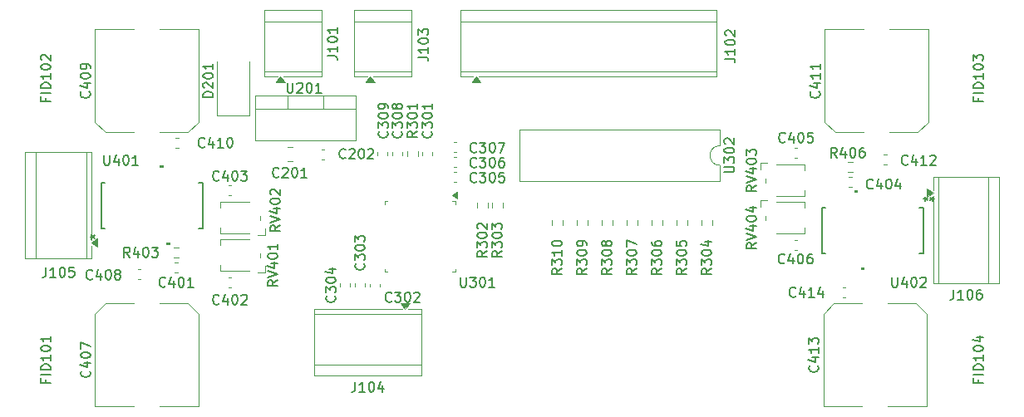
<source format=gbr>
%TF.GenerationSoftware,KiCad,Pcbnew,9.0.3*%
%TF.CreationDate,2025-10-17T11:05:45+02:00*%
%TF.ProjectId,PCB_Driver_Stepper,5043425f-4472-4697-9665-725f53746570,rev?*%
%TF.SameCoordinates,Original*%
%TF.FileFunction,Legend,Top*%
%TF.FilePolarity,Positive*%
%FSLAX46Y46*%
G04 Gerber Fmt 4.6, Leading zero omitted, Abs format (unit mm)*
G04 Created by KiCad (PCBNEW 9.0.3) date 2025-10-17 11:05:45*
%MOMM*%
%LPD*%
G01*
G04 APERTURE LIST*
%ADD10C,0.150000*%
%ADD11C,0.120000*%
%ADD12C,0.152400*%
%ADD13C,0.000000*%
G04 APERTURE END LIST*
D10*
X113601952Y-83177580D02*
X113554333Y-83225200D01*
X113554333Y-83225200D02*
X113411476Y-83272819D01*
X113411476Y-83272819D02*
X113316238Y-83272819D01*
X113316238Y-83272819D02*
X113173381Y-83225200D01*
X113173381Y-83225200D02*
X113078143Y-83129961D01*
X113078143Y-83129961D02*
X113030524Y-83034723D01*
X113030524Y-83034723D02*
X112982905Y-82844247D01*
X112982905Y-82844247D02*
X112982905Y-82701390D01*
X112982905Y-82701390D02*
X113030524Y-82510914D01*
X113030524Y-82510914D02*
X113078143Y-82415676D01*
X113078143Y-82415676D02*
X113173381Y-82320438D01*
X113173381Y-82320438D02*
X113316238Y-82272819D01*
X113316238Y-82272819D02*
X113411476Y-82272819D01*
X113411476Y-82272819D02*
X113554333Y-82320438D01*
X113554333Y-82320438D02*
X113601952Y-82368057D01*
X113982905Y-82368057D02*
X114030524Y-82320438D01*
X114030524Y-82320438D02*
X114125762Y-82272819D01*
X114125762Y-82272819D02*
X114363857Y-82272819D01*
X114363857Y-82272819D02*
X114459095Y-82320438D01*
X114459095Y-82320438D02*
X114506714Y-82368057D01*
X114506714Y-82368057D02*
X114554333Y-82463295D01*
X114554333Y-82463295D02*
X114554333Y-82558533D01*
X114554333Y-82558533D02*
X114506714Y-82701390D01*
X114506714Y-82701390D02*
X113935286Y-83272819D01*
X113935286Y-83272819D02*
X114554333Y-83272819D01*
X115173381Y-82272819D02*
X115268619Y-82272819D01*
X115268619Y-82272819D02*
X115363857Y-82320438D01*
X115363857Y-82320438D02*
X115411476Y-82368057D01*
X115411476Y-82368057D02*
X115459095Y-82463295D01*
X115459095Y-82463295D02*
X115506714Y-82653771D01*
X115506714Y-82653771D02*
X115506714Y-82891866D01*
X115506714Y-82891866D02*
X115459095Y-83082342D01*
X115459095Y-83082342D02*
X115411476Y-83177580D01*
X115411476Y-83177580D02*
X115363857Y-83225200D01*
X115363857Y-83225200D02*
X115268619Y-83272819D01*
X115268619Y-83272819D02*
X115173381Y-83272819D01*
X115173381Y-83272819D02*
X115078143Y-83225200D01*
X115078143Y-83225200D02*
X115030524Y-83177580D01*
X115030524Y-83177580D02*
X114982905Y-83082342D01*
X114982905Y-83082342D02*
X114935286Y-82891866D01*
X114935286Y-82891866D02*
X114935286Y-82653771D01*
X114935286Y-82653771D02*
X114982905Y-82463295D01*
X114982905Y-82463295D02*
X115030524Y-82368057D01*
X115030524Y-82368057D02*
X115078143Y-82320438D01*
X115078143Y-82320438D02*
X115173381Y-82272819D01*
X116459095Y-83272819D02*
X115887667Y-83272819D01*
X116173381Y-83272819D02*
X116173381Y-82272819D01*
X116173381Y-82272819D02*
X116078143Y-82415676D01*
X116078143Y-82415676D02*
X115982905Y-82510914D01*
X115982905Y-82510914D02*
X115887667Y-82558533D01*
X107504952Y-83525580D02*
X107457333Y-83573200D01*
X107457333Y-83573200D02*
X107314476Y-83620819D01*
X107314476Y-83620819D02*
X107219238Y-83620819D01*
X107219238Y-83620819D02*
X107076381Y-83573200D01*
X107076381Y-83573200D02*
X106981143Y-83477961D01*
X106981143Y-83477961D02*
X106933524Y-83382723D01*
X106933524Y-83382723D02*
X106885905Y-83192247D01*
X106885905Y-83192247D02*
X106885905Y-83049390D01*
X106885905Y-83049390D02*
X106933524Y-82858914D01*
X106933524Y-82858914D02*
X106981143Y-82763676D01*
X106981143Y-82763676D02*
X107076381Y-82668438D01*
X107076381Y-82668438D02*
X107219238Y-82620819D01*
X107219238Y-82620819D02*
X107314476Y-82620819D01*
X107314476Y-82620819D02*
X107457333Y-82668438D01*
X107457333Y-82668438D02*
X107504952Y-82716057D01*
X108362095Y-82954152D02*
X108362095Y-83620819D01*
X108124000Y-82573200D02*
X107885905Y-83287485D01*
X107885905Y-83287485D02*
X108504952Y-83287485D01*
X109076381Y-82620819D02*
X109171619Y-82620819D01*
X109171619Y-82620819D02*
X109266857Y-82668438D01*
X109266857Y-82668438D02*
X109314476Y-82716057D01*
X109314476Y-82716057D02*
X109362095Y-82811295D01*
X109362095Y-82811295D02*
X109409714Y-83001771D01*
X109409714Y-83001771D02*
X109409714Y-83239866D01*
X109409714Y-83239866D02*
X109362095Y-83430342D01*
X109362095Y-83430342D02*
X109314476Y-83525580D01*
X109314476Y-83525580D02*
X109266857Y-83573200D01*
X109266857Y-83573200D02*
X109171619Y-83620819D01*
X109171619Y-83620819D02*
X109076381Y-83620819D01*
X109076381Y-83620819D02*
X108981143Y-83573200D01*
X108981143Y-83573200D02*
X108933524Y-83525580D01*
X108933524Y-83525580D02*
X108885905Y-83430342D01*
X108885905Y-83430342D02*
X108838286Y-83239866D01*
X108838286Y-83239866D02*
X108838286Y-83001771D01*
X108838286Y-83001771D02*
X108885905Y-82811295D01*
X108885905Y-82811295D02*
X108933524Y-82716057D01*
X108933524Y-82716057D02*
X108981143Y-82668438D01*
X108981143Y-82668438D02*
X109076381Y-82620819D01*
X109743048Y-82620819D02*
X110362095Y-82620819D01*
X110362095Y-82620819D02*
X110028762Y-83001771D01*
X110028762Y-83001771D02*
X110171619Y-83001771D01*
X110171619Y-83001771D02*
X110266857Y-83049390D01*
X110266857Y-83049390D02*
X110314476Y-83097009D01*
X110314476Y-83097009D02*
X110362095Y-83192247D01*
X110362095Y-83192247D02*
X110362095Y-83430342D01*
X110362095Y-83430342D02*
X110314476Y-83525580D01*
X110314476Y-83525580D02*
X110266857Y-83573200D01*
X110266857Y-83573200D02*
X110171619Y-83620819D01*
X110171619Y-83620819D02*
X109885905Y-83620819D01*
X109885905Y-83620819D02*
X109790667Y-83573200D01*
X109790667Y-83573200D02*
X109743048Y-83525580D01*
X168636580Y-74544047D02*
X168684200Y-74591666D01*
X168684200Y-74591666D02*
X168731819Y-74734523D01*
X168731819Y-74734523D02*
X168731819Y-74829761D01*
X168731819Y-74829761D02*
X168684200Y-74972618D01*
X168684200Y-74972618D02*
X168588961Y-75067856D01*
X168588961Y-75067856D02*
X168493723Y-75115475D01*
X168493723Y-75115475D02*
X168303247Y-75163094D01*
X168303247Y-75163094D02*
X168160390Y-75163094D01*
X168160390Y-75163094D02*
X167969914Y-75115475D01*
X167969914Y-75115475D02*
X167874676Y-75067856D01*
X167874676Y-75067856D02*
X167779438Y-74972618D01*
X167779438Y-74972618D02*
X167731819Y-74829761D01*
X167731819Y-74829761D02*
X167731819Y-74734523D01*
X167731819Y-74734523D02*
X167779438Y-74591666D01*
X167779438Y-74591666D02*
X167827057Y-74544047D01*
X168065152Y-73686904D02*
X168731819Y-73686904D01*
X167684200Y-73924999D02*
X168398485Y-74163094D01*
X168398485Y-74163094D02*
X168398485Y-73544047D01*
X168731819Y-72639285D02*
X168731819Y-73210713D01*
X168731819Y-72924999D02*
X167731819Y-72924999D01*
X167731819Y-72924999D02*
X167874676Y-73020237D01*
X167874676Y-73020237D02*
X167969914Y-73115475D01*
X167969914Y-73115475D02*
X168017533Y-73210713D01*
X168731819Y-71686904D02*
X168731819Y-72258332D01*
X168731819Y-71972618D02*
X167731819Y-71972618D01*
X167731819Y-71972618D02*
X167874676Y-72067856D01*
X167874676Y-72067856D02*
X167969914Y-72163094D01*
X167969914Y-72163094D02*
X168017533Y-72258332D01*
X95800714Y-81002819D02*
X95800714Y-81812342D01*
X95800714Y-81812342D02*
X95848333Y-81907580D01*
X95848333Y-81907580D02*
X95895952Y-81955200D01*
X95895952Y-81955200D02*
X95991190Y-82002819D01*
X95991190Y-82002819D02*
X96181666Y-82002819D01*
X96181666Y-82002819D02*
X96276904Y-81955200D01*
X96276904Y-81955200D02*
X96324523Y-81907580D01*
X96324523Y-81907580D02*
X96372142Y-81812342D01*
X96372142Y-81812342D02*
X96372142Y-81002819D01*
X97276904Y-81336152D02*
X97276904Y-82002819D01*
X97038809Y-80955200D02*
X96800714Y-81669485D01*
X96800714Y-81669485D02*
X97419761Y-81669485D01*
X97991190Y-81002819D02*
X98086428Y-81002819D01*
X98086428Y-81002819D02*
X98181666Y-81050438D01*
X98181666Y-81050438D02*
X98229285Y-81098057D01*
X98229285Y-81098057D02*
X98276904Y-81193295D01*
X98276904Y-81193295D02*
X98324523Y-81383771D01*
X98324523Y-81383771D02*
X98324523Y-81621866D01*
X98324523Y-81621866D02*
X98276904Y-81812342D01*
X98276904Y-81812342D02*
X98229285Y-81907580D01*
X98229285Y-81907580D02*
X98181666Y-81955200D01*
X98181666Y-81955200D02*
X98086428Y-82002819D01*
X98086428Y-82002819D02*
X97991190Y-82002819D01*
X97991190Y-82002819D02*
X97895952Y-81955200D01*
X97895952Y-81955200D02*
X97848333Y-81907580D01*
X97848333Y-81907580D02*
X97800714Y-81812342D01*
X97800714Y-81812342D02*
X97753095Y-81621866D01*
X97753095Y-81621866D02*
X97753095Y-81383771D01*
X97753095Y-81383771D02*
X97800714Y-81193295D01*
X97800714Y-81193295D02*
X97848333Y-81098057D01*
X97848333Y-81098057D02*
X97895952Y-81050438D01*
X97895952Y-81050438D02*
X97991190Y-81002819D01*
X99276904Y-82002819D02*
X98705476Y-82002819D01*
X98991190Y-82002819D02*
X98991190Y-81002819D01*
X98991190Y-81002819D02*
X98895952Y-81145676D01*
X98895952Y-81145676D02*
X98800714Y-81240914D01*
X98800714Y-81240914D02*
X98705476Y-81288533D01*
X94404419Y-89325399D02*
X94642514Y-89325399D01*
X94547276Y-89563494D02*
X94642514Y-89325399D01*
X94642514Y-89325399D02*
X94547276Y-89087304D01*
X94832990Y-89468256D02*
X94642514Y-89325399D01*
X94642514Y-89325399D02*
X94832990Y-89182542D01*
X94404419Y-89325399D02*
X94642514Y-89325399D01*
X94547276Y-89563494D02*
X94642514Y-89325399D01*
X94642514Y-89325399D02*
X94547276Y-89087304D01*
X94832990Y-89468256D02*
X94642514Y-89325399D01*
X94642514Y-89325399D02*
X94832990Y-89182542D01*
X184822009Y-103891809D02*
X184822009Y-104225142D01*
X185345819Y-104225142D02*
X184345819Y-104225142D01*
X184345819Y-104225142D02*
X184345819Y-103748952D01*
X185345819Y-103367999D02*
X184345819Y-103367999D01*
X185345819Y-102891809D02*
X184345819Y-102891809D01*
X184345819Y-102891809D02*
X184345819Y-102653714D01*
X184345819Y-102653714D02*
X184393438Y-102510857D01*
X184393438Y-102510857D02*
X184488676Y-102415619D01*
X184488676Y-102415619D02*
X184583914Y-102368000D01*
X184583914Y-102368000D02*
X184774390Y-102320381D01*
X184774390Y-102320381D02*
X184917247Y-102320381D01*
X184917247Y-102320381D02*
X185107723Y-102368000D01*
X185107723Y-102368000D02*
X185202961Y-102415619D01*
X185202961Y-102415619D02*
X185298200Y-102510857D01*
X185298200Y-102510857D02*
X185345819Y-102653714D01*
X185345819Y-102653714D02*
X185345819Y-102891809D01*
X185345819Y-101368000D02*
X185345819Y-101939428D01*
X185345819Y-101653714D02*
X184345819Y-101653714D01*
X184345819Y-101653714D02*
X184488676Y-101748952D01*
X184488676Y-101748952D02*
X184583914Y-101844190D01*
X184583914Y-101844190D02*
X184631533Y-101939428D01*
X184345819Y-100748952D02*
X184345819Y-100653714D01*
X184345819Y-100653714D02*
X184393438Y-100558476D01*
X184393438Y-100558476D02*
X184441057Y-100510857D01*
X184441057Y-100510857D02*
X184536295Y-100463238D01*
X184536295Y-100463238D02*
X184726771Y-100415619D01*
X184726771Y-100415619D02*
X184964866Y-100415619D01*
X184964866Y-100415619D02*
X185155342Y-100463238D01*
X185155342Y-100463238D02*
X185250580Y-100510857D01*
X185250580Y-100510857D02*
X185298200Y-100558476D01*
X185298200Y-100558476D02*
X185345819Y-100653714D01*
X185345819Y-100653714D02*
X185345819Y-100748952D01*
X185345819Y-100748952D02*
X185298200Y-100844190D01*
X185298200Y-100844190D02*
X185250580Y-100891809D01*
X185250580Y-100891809D02*
X185155342Y-100939428D01*
X185155342Y-100939428D02*
X184964866Y-100987047D01*
X184964866Y-100987047D02*
X184726771Y-100987047D01*
X184726771Y-100987047D02*
X184536295Y-100939428D01*
X184536295Y-100939428D02*
X184441057Y-100891809D01*
X184441057Y-100891809D02*
X184393438Y-100844190D01*
X184393438Y-100844190D02*
X184345819Y-100748952D01*
X184679152Y-99558476D02*
X185345819Y-99558476D01*
X184298200Y-99796571D02*
X185012485Y-100034666D01*
X185012485Y-100034666D02*
X185012485Y-99415619D01*
X174119952Y-84359740D02*
X174072333Y-84407360D01*
X174072333Y-84407360D02*
X173929476Y-84454979D01*
X173929476Y-84454979D02*
X173834238Y-84454979D01*
X173834238Y-84454979D02*
X173691381Y-84407360D01*
X173691381Y-84407360D02*
X173596143Y-84312121D01*
X173596143Y-84312121D02*
X173548524Y-84216883D01*
X173548524Y-84216883D02*
X173500905Y-84026407D01*
X173500905Y-84026407D02*
X173500905Y-83883550D01*
X173500905Y-83883550D02*
X173548524Y-83693074D01*
X173548524Y-83693074D02*
X173596143Y-83597836D01*
X173596143Y-83597836D02*
X173691381Y-83502598D01*
X173691381Y-83502598D02*
X173834238Y-83454979D01*
X173834238Y-83454979D02*
X173929476Y-83454979D01*
X173929476Y-83454979D02*
X174072333Y-83502598D01*
X174072333Y-83502598D02*
X174119952Y-83550217D01*
X174977095Y-83788312D02*
X174977095Y-84454979D01*
X174739000Y-83407360D02*
X174500905Y-84121645D01*
X174500905Y-84121645D02*
X175119952Y-84121645D01*
X175691381Y-83454979D02*
X175786619Y-83454979D01*
X175786619Y-83454979D02*
X175881857Y-83502598D01*
X175881857Y-83502598D02*
X175929476Y-83550217D01*
X175929476Y-83550217D02*
X175977095Y-83645455D01*
X175977095Y-83645455D02*
X176024714Y-83835931D01*
X176024714Y-83835931D02*
X176024714Y-84074026D01*
X176024714Y-84074026D02*
X175977095Y-84264502D01*
X175977095Y-84264502D02*
X175929476Y-84359740D01*
X175929476Y-84359740D02*
X175881857Y-84407360D01*
X175881857Y-84407360D02*
X175786619Y-84454979D01*
X175786619Y-84454979D02*
X175691381Y-84454979D01*
X175691381Y-84454979D02*
X175596143Y-84407360D01*
X175596143Y-84407360D02*
X175548524Y-84359740D01*
X175548524Y-84359740D02*
X175500905Y-84264502D01*
X175500905Y-84264502D02*
X175453286Y-84074026D01*
X175453286Y-84074026D02*
X175453286Y-83835931D01*
X175453286Y-83835931D02*
X175500905Y-83645455D01*
X175500905Y-83645455D02*
X175548524Y-83550217D01*
X175548524Y-83550217D02*
X175596143Y-83502598D01*
X175596143Y-83502598D02*
X175691381Y-83454979D01*
X176881857Y-83788312D02*
X176881857Y-84454979D01*
X176643762Y-83407360D02*
X176405667Y-84121645D01*
X176405667Y-84121645D02*
X177024714Y-84121645D01*
X125097952Y-95877580D02*
X125050333Y-95925200D01*
X125050333Y-95925200D02*
X124907476Y-95972819D01*
X124907476Y-95972819D02*
X124812238Y-95972819D01*
X124812238Y-95972819D02*
X124669381Y-95925200D01*
X124669381Y-95925200D02*
X124574143Y-95829961D01*
X124574143Y-95829961D02*
X124526524Y-95734723D01*
X124526524Y-95734723D02*
X124478905Y-95544247D01*
X124478905Y-95544247D02*
X124478905Y-95401390D01*
X124478905Y-95401390D02*
X124526524Y-95210914D01*
X124526524Y-95210914D02*
X124574143Y-95115676D01*
X124574143Y-95115676D02*
X124669381Y-95020438D01*
X124669381Y-95020438D02*
X124812238Y-94972819D01*
X124812238Y-94972819D02*
X124907476Y-94972819D01*
X124907476Y-94972819D02*
X125050333Y-95020438D01*
X125050333Y-95020438D02*
X125097952Y-95068057D01*
X125431286Y-94972819D02*
X126050333Y-94972819D01*
X126050333Y-94972819D02*
X125717000Y-95353771D01*
X125717000Y-95353771D02*
X125859857Y-95353771D01*
X125859857Y-95353771D02*
X125955095Y-95401390D01*
X125955095Y-95401390D02*
X126002714Y-95449009D01*
X126002714Y-95449009D02*
X126050333Y-95544247D01*
X126050333Y-95544247D02*
X126050333Y-95782342D01*
X126050333Y-95782342D02*
X126002714Y-95877580D01*
X126002714Y-95877580D02*
X125955095Y-95925200D01*
X125955095Y-95925200D02*
X125859857Y-95972819D01*
X125859857Y-95972819D02*
X125574143Y-95972819D01*
X125574143Y-95972819D02*
X125478905Y-95925200D01*
X125478905Y-95925200D02*
X125431286Y-95877580D01*
X126669381Y-94972819D02*
X126764619Y-94972819D01*
X126764619Y-94972819D02*
X126859857Y-95020438D01*
X126859857Y-95020438D02*
X126907476Y-95068057D01*
X126907476Y-95068057D02*
X126955095Y-95163295D01*
X126955095Y-95163295D02*
X127002714Y-95353771D01*
X127002714Y-95353771D02*
X127002714Y-95591866D01*
X127002714Y-95591866D02*
X126955095Y-95782342D01*
X126955095Y-95782342D02*
X126907476Y-95877580D01*
X126907476Y-95877580D02*
X126859857Y-95925200D01*
X126859857Y-95925200D02*
X126764619Y-95972819D01*
X126764619Y-95972819D02*
X126669381Y-95972819D01*
X126669381Y-95972819D02*
X126574143Y-95925200D01*
X126574143Y-95925200D02*
X126526524Y-95877580D01*
X126526524Y-95877580D02*
X126478905Y-95782342D01*
X126478905Y-95782342D02*
X126431286Y-95591866D01*
X126431286Y-95591866D02*
X126431286Y-95353771D01*
X126431286Y-95353771D02*
X126478905Y-95163295D01*
X126478905Y-95163295D02*
X126526524Y-95068057D01*
X126526524Y-95068057D02*
X126574143Y-95020438D01*
X126574143Y-95020438D02*
X126669381Y-94972819D01*
X127383667Y-95068057D02*
X127431286Y-95020438D01*
X127431286Y-95020438D02*
X127526524Y-94972819D01*
X127526524Y-94972819D02*
X127764619Y-94972819D01*
X127764619Y-94972819D02*
X127859857Y-95020438D01*
X127859857Y-95020438D02*
X127907476Y-95068057D01*
X127907476Y-95068057D02*
X127955095Y-95163295D01*
X127955095Y-95163295D02*
X127955095Y-95258533D01*
X127955095Y-95258533D02*
X127907476Y-95401390D01*
X127907476Y-95401390D02*
X127336048Y-95972819D01*
X127336048Y-95972819D02*
X127955095Y-95972819D01*
X106899819Y-75110475D02*
X105899819Y-75110475D01*
X105899819Y-75110475D02*
X105899819Y-74872380D01*
X105899819Y-74872380D02*
X105947438Y-74729523D01*
X105947438Y-74729523D02*
X106042676Y-74634285D01*
X106042676Y-74634285D02*
X106137914Y-74586666D01*
X106137914Y-74586666D02*
X106328390Y-74539047D01*
X106328390Y-74539047D02*
X106471247Y-74539047D01*
X106471247Y-74539047D02*
X106661723Y-74586666D01*
X106661723Y-74586666D02*
X106756961Y-74634285D01*
X106756961Y-74634285D02*
X106852200Y-74729523D01*
X106852200Y-74729523D02*
X106899819Y-74872380D01*
X106899819Y-74872380D02*
X106899819Y-75110475D01*
X105995057Y-74158094D02*
X105947438Y-74110475D01*
X105947438Y-74110475D02*
X105899819Y-74015237D01*
X105899819Y-74015237D02*
X105899819Y-73777142D01*
X105899819Y-73777142D02*
X105947438Y-73681904D01*
X105947438Y-73681904D02*
X105995057Y-73634285D01*
X105995057Y-73634285D02*
X106090295Y-73586666D01*
X106090295Y-73586666D02*
X106185533Y-73586666D01*
X106185533Y-73586666D02*
X106328390Y-73634285D01*
X106328390Y-73634285D02*
X106899819Y-74205713D01*
X106899819Y-74205713D02*
X106899819Y-73586666D01*
X105899819Y-72967618D02*
X105899819Y-72872380D01*
X105899819Y-72872380D02*
X105947438Y-72777142D01*
X105947438Y-72777142D02*
X105995057Y-72729523D01*
X105995057Y-72729523D02*
X106090295Y-72681904D01*
X106090295Y-72681904D02*
X106280771Y-72634285D01*
X106280771Y-72634285D02*
X106518866Y-72634285D01*
X106518866Y-72634285D02*
X106709342Y-72681904D01*
X106709342Y-72681904D02*
X106804580Y-72729523D01*
X106804580Y-72729523D02*
X106852200Y-72777142D01*
X106852200Y-72777142D02*
X106899819Y-72872380D01*
X106899819Y-72872380D02*
X106899819Y-72967618D01*
X106899819Y-72967618D02*
X106852200Y-73062856D01*
X106852200Y-73062856D02*
X106804580Y-73110475D01*
X106804580Y-73110475D02*
X106709342Y-73158094D01*
X106709342Y-73158094D02*
X106518866Y-73205713D01*
X106518866Y-73205713D02*
X106280771Y-73205713D01*
X106280771Y-73205713D02*
X106090295Y-73158094D01*
X106090295Y-73158094D02*
X105995057Y-73110475D01*
X105995057Y-73110475D02*
X105947438Y-73062856D01*
X105947438Y-73062856D02*
X105899819Y-72967618D01*
X106899819Y-71681904D02*
X106899819Y-72253332D01*
X106899819Y-71967618D02*
X105899819Y-71967618D01*
X105899819Y-71967618D02*
X106042676Y-72062856D01*
X106042676Y-72062856D02*
X106137914Y-72158094D01*
X106137914Y-72158094D02*
X106185533Y-72253332D01*
X162231819Y-84111619D02*
X161755628Y-84444952D01*
X162231819Y-84683047D02*
X161231819Y-84683047D01*
X161231819Y-84683047D02*
X161231819Y-84302095D01*
X161231819Y-84302095D02*
X161279438Y-84206857D01*
X161279438Y-84206857D02*
X161327057Y-84159238D01*
X161327057Y-84159238D02*
X161422295Y-84111619D01*
X161422295Y-84111619D02*
X161565152Y-84111619D01*
X161565152Y-84111619D02*
X161660390Y-84159238D01*
X161660390Y-84159238D02*
X161708009Y-84206857D01*
X161708009Y-84206857D02*
X161755628Y-84302095D01*
X161755628Y-84302095D02*
X161755628Y-84683047D01*
X161231819Y-83825904D02*
X162231819Y-83492571D01*
X162231819Y-83492571D02*
X161231819Y-83159238D01*
X161565152Y-82397333D02*
X162231819Y-82397333D01*
X161184200Y-82635428D02*
X161898485Y-82873523D01*
X161898485Y-82873523D02*
X161898485Y-82254476D01*
X161231819Y-81683047D02*
X161231819Y-81587809D01*
X161231819Y-81587809D02*
X161279438Y-81492571D01*
X161279438Y-81492571D02*
X161327057Y-81444952D01*
X161327057Y-81444952D02*
X161422295Y-81397333D01*
X161422295Y-81397333D02*
X161612771Y-81349714D01*
X161612771Y-81349714D02*
X161850866Y-81349714D01*
X161850866Y-81349714D02*
X162041342Y-81397333D01*
X162041342Y-81397333D02*
X162136580Y-81444952D01*
X162136580Y-81444952D02*
X162184200Y-81492571D01*
X162184200Y-81492571D02*
X162231819Y-81587809D01*
X162231819Y-81587809D02*
X162231819Y-81683047D01*
X162231819Y-81683047D02*
X162184200Y-81778285D01*
X162184200Y-81778285D02*
X162136580Y-81825904D01*
X162136580Y-81825904D02*
X162041342Y-81873523D01*
X162041342Y-81873523D02*
X161850866Y-81921142D01*
X161850866Y-81921142D02*
X161612771Y-81921142D01*
X161612771Y-81921142D02*
X161422295Y-81873523D01*
X161422295Y-81873523D02*
X161327057Y-81825904D01*
X161327057Y-81825904D02*
X161279438Y-81778285D01*
X161279438Y-81778285D02*
X161231819Y-81683047D01*
X161231819Y-81016380D02*
X161231819Y-80397333D01*
X161231819Y-80397333D02*
X161612771Y-80730666D01*
X161612771Y-80730666D02*
X161612771Y-80587809D01*
X161612771Y-80587809D02*
X161660390Y-80492571D01*
X161660390Y-80492571D02*
X161708009Y-80444952D01*
X161708009Y-80444952D02*
X161803247Y-80397333D01*
X161803247Y-80397333D02*
X162041342Y-80397333D01*
X162041342Y-80397333D02*
X162136580Y-80444952D01*
X162136580Y-80444952D02*
X162184200Y-80492571D01*
X162184200Y-80492571D02*
X162231819Y-80587809D01*
X162231819Y-80587809D02*
X162231819Y-80873523D01*
X162231819Y-80873523D02*
X162184200Y-80968761D01*
X162184200Y-80968761D02*
X162136580Y-81016380D01*
X113463819Y-93763619D02*
X112987628Y-94096952D01*
X113463819Y-94335047D02*
X112463819Y-94335047D01*
X112463819Y-94335047D02*
X112463819Y-93954095D01*
X112463819Y-93954095D02*
X112511438Y-93858857D01*
X112511438Y-93858857D02*
X112559057Y-93811238D01*
X112559057Y-93811238D02*
X112654295Y-93763619D01*
X112654295Y-93763619D02*
X112797152Y-93763619D01*
X112797152Y-93763619D02*
X112892390Y-93811238D01*
X112892390Y-93811238D02*
X112940009Y-93858857D01*
X112940009Y-93858857D02*
X112987628Y-93954095D01*
X112987628Y-93954095D02*
X112987628Y-94335047D01*
X112463819Y-93477904D02*
X113463819Y-93144571D01*
X113463819Y-93144571D02*
X112463819Y-92811238D01*
X112797152Y-92049333D02*
X113463819Y-92049333D01*
X112416200Y-92287428D02*
X113130485Y-92525523D01*
X113130485Y-92525523D02*
X113130485Y-91906476D01*
X112463819Y-91335047D02*
X112463819Y-91239809D01*
X112463819Y-91239809D02*
X112511438Y-91144571D01*
X112511438Y-91144571D02*
X112559057Y-91096952D01*
X112559057Y-91096952D02*
X112654295Y-91049333D01*
X112654295Y-91049333D02*
X112844771Y-91001714D01*
X112844771Y-91001714D02*
X113082866Y-91001714D01*
X113082866Y-91001714D02*
X113273342Y-91049333D01*
X113273342Y-91049333D02*
X113368580Y-91096952D01*
X113368580Y-91096952D02*
X113416200Y-91144571D01*
X113416200Y-91144571D02*
X113463819Y-91239809D01*
X113463819Y-91239809D02*
X113463819Y-91335047D01*
X113463819Y-91335047D02*
X113416200Y-91430285D01*
X113416200Y-91430285D02*
X113368580Y-91477904D01*
X113368580Y-91477904D02*
X113273342Y-91525523D01*
X113273342Y-91525523D02*
X113082866Y-91573142D01*
X113082866Y-91573142D02*
X112844771Y-91573142D01*
X112844771Y-91573142D02*
X112654295Y-91525523D01*
X112654295Y-91525523D02*
X112559057Y-91477904D01*
X112559057Y-91477904D02*
X112511438Y-91430285D01*
X112511438Y-91430285D02*
X112463819Y-91335047D01*
X113463819Y-90049333D02*
X113463819Y-90620761D01*
X113463819Y-90335047D02*
X112463819Y-90335047D01*
X112463819Y-90335047D02*
X112606676Y-90430285D01*
X112606676Y-90430285D02*
X112701914Y-90525523D01*
X112701914Y-90525523D02*
X112749533Y-90620761D01*
X158989819Y-82754285D02*
X159799342Y-82754285D01*
X159799342Y-82754285D02*
X159894580Y-82706666D01*
X159894580Y-82706666D02*
X159942200Y-82659047D01*
X159942200Y-82659047D02*
X159989819Y-82563809D01*
X159989819Y-82563809D02*
X159989819Y-82373333D01*
X159989819Y-82373333D02*
X159942200Y-82278095D01*
X159942200Y-82278095D02*
X159894580Y-82230476D01*
X159894580Y-82230476D02*
X159799342Y-82182857D01*
X159799342Y-82182857D02*
X158989819Y-82182857D01*
X158989819Y-81801904D02*
X158989819Y-81182857D01*
X158989819Y-81182857D02*
X159370771Y-81516190D01*
X159370771Y-81516190D02*
X159370771Y-81373333D01*
X159370771Y-81373333D02*
X159418390Y-81278095D01*
X159418390Y-81278095D02*
X159466009Y-81230476D01*
X159466009Y-81230476D02*
X159561247Y-81182857D01*
X159561247Y-81182857D02*
X159799342Y-81182857D01*
X159799342Y-81182857D02*
X159894580Y-81230476D01*
X159894580Y-81230476D02*
X159942200Y-81278095D01*
X159942200Y-81278095D02*
X159989819Y-81373333D01*
X159989819Y-81373333D02*
X159989819Y-81659047D01*
X159989819Y-81659047D02*
X159942200Y-81754285D01*
X159942200Y-81754285D02*
X159894580Y-81801904D01*
X158989819Y-80563809D02*
X158989819Y-80468571D01*
X158989819Y-80468571D02*
X159037438Y-80373333D01*
X159037438Y-80373333D02*
X159085057Y-80325714D01*
X159085057Y-80325714D02*
X159180295Y-80278095D01*
X159180295Y-80278095D02*
X159370771Y-80230476D01*
X159370771Y-80230476D02*
X159608866Y-80230476D01*
X159608866Y-80230476D02*
X159799342Y-80278095D01*
X159799342Y-80278095D02*
X159894580Y-80325714D01*
X159894580Y-80325714D02*
X159942200Y-80373333D01*
X159942200Y-80373333D02*
X159989819Y-80468571D01*
X159989819Y-80468571D02*
X159989819Y-80563809D01*
X159989819Y-80563809D02*
X159942200Y-80659047D01*
X159942200Y-80659047D02*
X159894580Y-80706666D01*
X159894580Y-80706666D02*
X159799342Y-80754285D01*
X159799342Y-80754285D02*
X159608866Y-80801904D01*
X159608866Y-80801904D02*
X159370771Y-80801904D01*
X159370771Y-80801904D02*
X159180295Y-80754285D01*
X159180295Y-80754285D02*
X159085057Y-80706666D01*
X159085057Y-80706666D02*
X159037438Y-80659047D01*
X159037438Y-80659047D02*
X158989819Y-80563809D01*
X159085057Y-79849523D02*
X159037438Y-79801904D01*
X159037438Y-79801904D02*
X158989819Y-79706666D01*
X158989819Y-79706666D02*
X158989819Y-79468571D01*
X158989819Y-79468571D02*
X159037438Y-79373333D01*
X159037438Y-79373333D02*
X159085057Y-79325714D01*
X159085057Y-79325714D02*
X159180295Y-79278095D01*
X159180295Y-79278095D02*
X159275533Y-79278095D01*
X159275533Y-79278095D02*
X159418390Y-79325714D01*
X159418390Y-79325714D02*
X159989819Y-79897142D01*
X159989819Y-79897142D02*
X159989819Y-79278095D01*
X147499819Y-92573047D02*
X147023628Y-92906380D01*
X147499819Y-93144475D02*
X146499819Y-93144475D01*
X146499819Y-93144475D02*
X146499819Y-92763523D01*
X146499819Y-92763523D02*
X146547438Y-92668285D01*
X146547438Y-92668285D02*
X146595057Y-92620666D01*
X146595057Y-92620666D02*
X146690295Y-92573047D01*
X146690295Y-92573047D02*
X146833152Y-92573047D01*
X146833152Y-92573047D02*
X146928390Y-92620666D01*
X146928390Y-92620666D02*
X146976009Y-92668285D01*
X146976009Y-92668285D02*
X147023628Y-92763523D01*
X147023628Y-92763523D02*
X147023628Y-93144475D01*
X146499819Y-92239713D02*
X146499819Y-91620666D01*
X146499819Y-91620666D02*
X146880771Y-91953999D01*
X146880771Y-91953999D02*
X146880771Y-91811142D01*
X146880771Y-91811142D02*
X146928390Y-91715904D01*
X146928390Y-91715904D02*
X146976009Y-91668285D01*
X146976009Y-91668285D02*
X147071247Y-91620666D01*
X147071247Y-91620666D02*
X147309342Y-91620666D01*
X147309342Y-91620666D02*
X147404580Y-91668285D01*
X147404580Y-91668285D02*
X147452200Y-91715904D01*
X147452200Y-91715904D02*
X147499819Y-91811142D01*
X147499819Y-91811142D02*
X147499819Y-92096856D01*
X147499819Y-92096856D02*
X147452200Y-92192094D01*
X147452200Y-92192094D02*
X147404580Y-92239713D01*
X146499819Y-91001618D02*
X146499819Y-90906380D01*
X146499819Y-90906380D02*
X146547438Y-90811142D01*
X146547438Y-90811142D02*
X146595057Y-90763523D01*
X146595057Y-90763523D02*
X146690295Y-90715904D01*
X146690295Y-90715904D02*
X146880771Y-90668285D01*
X146880771Y-90668285D02*
X147118866Y-90668285D01*
X147118866Y-90668285D02*
X147309342Y-90715904D01*
X147309342Y-90715904D02*
X147404580Y-90763523D01*
X147404580Y-90763523D02*
X147452200Y-90811142D01*
X147452200Y-90811142D02*
X147499819Y-90906380D01*
X147499819Y-90906380D02*
X147499819Y-91001618D01*
X147499819Y-91001618D02*
X147452200Y-91096856D01*
X147452200Y-91096856D02*
X147404580Y-91144475D01*
X147404580Y-91144475D02*
X147309342Y-91192094D01*
X147309342Y-91192094D02*
X147118866Y-91239713D01*
X147118866Y-91239713D02*
X146880771Y-91239713D01*
X146880771Y-91239713D02*
X146690295Y-91192094D01*
X146690295Y-91192094D02*
X146595057Y-91144475D01*
X146595057Y-91144475D02*
X146547438Y-91096856D01*
X146547438Y-91096856D02*
X146499819Y-91001618D01*
X146928390Y-90096856D02*
X146880771Y-90192094D01*
X146880771Y-90192094D02*
X146833152Y-90239713D01*
X146833152Y-90239713D02*
X146737914Y-90287332D01*
X146737914Y-90287332D02*
X146690295Y-90287332D01*
X146690295Y-90287332D02*
X146595057Y-90239713D01*
X146595057Y-90239713D02*
X146547438Y-90192094D01*
X146547438Y-90192094D02*
X146499819Y-90096856D01*
X146499819Y-90096856D02*
X146499819Y-89906380D01*
X146499819Y-89906380D02*
X146547438Y-89811142D01*
X146547438Y-89811142D02*
X146595057Y-89763523D01*
X146595057Y-89763523D02*
X146690295Y-89715904D01*
X146690295Y-89715904D02*
X146737914Y-89715904D01*
X146737914Y-89715904D02*
X146833152Y-89763523D01*
X146833152Y-89763523D02*
X146880771Y-89811142D01*
X146880771Y-89811142D02*
X146928390Y-89906380D01*
X146928390Y-89906380D02*
X146928390Y-90096856D01*
X146928390Y-90096856D02*
X146976009Y-90192094D01*
X146976009Y-90192094D02*
X147023628Y-90239713D01*
X147023628Y-90239713D02*
X147118866Y-90287332D01*
X147118866Y-90287332D02*
X147309342Y-90287332D01*
X147309342Y-90287332D02*
X147404580Y-90239713D01*
X147404580Y-90239713D02*
X147452200Y-90192094D01*
X147452200Y-90192094D02*
X147499819Y-90096856D01*
X147499819Y-90096856D02*
X147499819Y-89906380D01*
X147499819Y-89906380D02*
X147452200Y-89811142D01*
X147452200Y-89811142D02*
X147404580Y-89763523D01*
X147404580Y-89763523D02*
X147309342Y-89715904D01*
X147309342Y-89715904D02*
X147118866Y-89715904D01*
X147118866Y-89715904D02*
X147023628Y-89763523D01*
X147023628Y-89763523D02*
X146976009Y-89811142D01*
X146976009Y-89811142D02*
X146928390Y-89906380D01*
X177675952Y-81907580D02*
X177628333Y-81955200D01*
X177628333Y-81955200D02*
X177485476Y-82002819D01*
X177485476Y-82002819D02*
X177390238Y-82002819D01*
X177390238Y-82002819D02*
X177247381Y-81955200D01*
X177247381Y-81955200D02*
X177152143Y-81859961D01*
X177152143Y-81859961D02*
X177104524Y-81764723D01*
X177104524Y-81764723D02*
X177056905Y-81574247D01*
X177056905Y-81574247D02*
X177056905Y-81431390D01*
X177056905Y-81431390D02*
X177104524Y-81240914D01*
X177104524Y-81240914D02*
X177152143Y-81145676D01*
X177152143Y-81145676D02*
X177247381Y-81050438D01*
X177247381Y-81050438D02*
X177390238Y-81002819D01*
X177390238Y-81002819D02*
X177485476Y-81002819D01*
X177485476Y-81002819D02*
X177628333Y-81050438D01*
X177628333Y-81050438D02*
X177675952Y-81098057D01*
X178533095Y-81336152D02*
X178533095Y-82002819D01*
X178295000Y-80955200D02*
X178056905Y-81669485D01*
X178056905Y-81669485D02*
X178675952Y-81669485D01*
X179580714Y-82002819D02*
X179009286Y-82002819D01*
X179295000Y-82002819D02*
X179295000Y-81002819D01*
X179295000Y-81002819D02*
X179199762Y-81145676D01*
X179199762Y-81145676D02*
X179104524Y-81240914D01*
X179104524Y-81240914D02*
X179009286Y-81288533D01*
X179961667Y-81098057D02*
X180009286Y-81050438D01*
X180009286Y-81050438D02*
X180104524Y-81002819D01*
X180104524Y-81002819D02*
X180342619Y-81002819D01*
X180342619Y-81002819D02*
X180437857Y-81050438D01*
X180437857Y-81050438D02*
X180485476Y-81098057D01*
X180485476Y-81098057D02*
X180533095Y-81193295D01*
X180533095Y-81193295D02*
X180533095Y-81288533D01*
X180533095Y-81288533D02*
X180485476Y-81431390D01*
X180485476Y-81431390D02*
X179914048Y-82002819D01*
X179914048Y-82002819D02*
X180533095Y-82002819D01*
X136323819Y-90795047D02*
X135847628Y-91128380D01*
X136323819Y-91366475D02*
X135323819Y-91366475D01*
X135323819Y-91366475D02*
X135323819Y-90985523D01*
X135323819Y-90985523D02*
X135371438Y-90890285D01*
X135371438Y-90890285D02*
X135419057Y-90842666D01*
X135419057Y-90842666D02*
X135514295Y-90795047D01*
X135514295Y-90795047D02*
X135657152Y-90795047D01*
X135657152Y-90795047D02*
X135752390Y-90842666D01*
X135752390Y-90842666D02*
X135800009Y-90890285D01*
X135800009Y-90890285D02*
X135847628Y-90985523D01*
X135847628Y-90985523D02*
X135847628Y-91366475D01*
X135323819Y-90461713D02*
X135323819Y-89842666D01*
X135323819Y-89842666D02*
X135704771Y-90175999D01*
X135704771Y-90175999D02*
X135704771Y-90033142D01*
X135704771Y-90033142D02*
X135752390Y-89937904D01*
X135752390Y-89937904D02*
X135800009Y-89890285D01*
X135800009Y-89890285D02*
X135895247Y-89842666D01*
X135895247Y-89842666D02*
X136133342Y-89842666D01*
X136133342Y-89842666D02*
X136228580Y-89890285D01*
X136228580Y-89890285D02*
X136276200Y-89937904D01*
X136276200Y-89937904D02*
X136323819Y-90033142D01*
X136323819Y-90033142D02*
X136323819Y-90318856D01*
X136323819Y-90318856D02*
X136276200Y-90414094D01*
X136276200Y-90414094D02*
X136228580Y-90461713D01*
X135323819Y-89223618D02*
X135323819Y-89128380D01*
X135323819Y-89128380D02*
X135371438Y-89033142D01*
X135371438Y-89033142D02*
X135419057Y-88985523D01*
X135419057Y-88985523D02*
X135514295Y-88937904D01*
X135514295Y-88937904D02*
X135704771Y-88890285D01*
X135704771Y-88890285D02*
X135942866Y-88890285D01*
X135942866Y-88890285D02*
X136133342Y-88937904D01*
X136133342Y-88937904D02*
X136228580Y-88985523D01*
X136228580Y-88985523D02*
X136276200Y-89033142D01*
X136276200Y-89033142D02*
X136323819Y-89128380D01*
X136323819Y-89128380D02*
X136323819Y-89223618D01*
X136323819Y-89223618D02*
X136276200Y-89318856D01*
X136276200Y-89318856D02*
X136228580Y-89366475D01*
X136228580Y-89366475D02*
X136133342Y-89414094D01*
X136133342Y-89414094D02*
X135942866Y-89461713D01*
X135942866Y-89461713D02*
X135704771Y-89461713D01*
X135704771Y-89461713D02*
X135514295Y-89414094D01*
X135514295Y-89414094D02*
X135419057Y-89366475D01*
X135419057Y-89366475D02*
X135371438Y-89318856D01*
X135371438Y-89318856D02*
X135323819Y-89223618D01*
X135323819Y-88556951D02*
X135323819Y-87937904D01*
X135323819Y-87937904D02*
X135704771Y-88271237D01*
X135704771Y-88271237D02*
X135704771Y-88128380D01*
X135704771Y-88128380D02*
X135752390Y-88033142D01*
X135752390Y-88033142D02*
X135800009Y-87985523D01*
X135800009Y-87985523D02*
X135895247Y-87937904D01*
X135895247Y-87937904D02*
X136133342Y-87937904D01*
X136133342Y-87937904D02*
X136228580Y-87985523D01*
X136228580Y-87985523D02*
X136276200Y-88033142D01*
X136276200Y-88033142D02*
X136323819Y-88128380D01*
X136323819Y-88128380D02*
X136323819Y-88414094D01*
X136323819Y-88414094D02*
X136276200Y-88509332D01*
X136276200Y-88509332D02*
X136228580Y-88556951D01*
X142419819Y-92573047D02*
X141943628Y-92906380D01*
X142419819Y-93144475D02*
X141419819Y-93144475D01*
X141419819Y-93144475D02*
X141419819Y-92763523D01*
X141419819Y-92763523D02*
X141467438Y-92668285D01*
X141467438Y-92668285D02*
X141515057Y-92620666D01*
X141515057Y-92620666D02*
X141610295Y-92573047D01*
X141610295Y-92573047D02*
X141753152Y-92573047D01*
X141753152Y-92573047D02*
X141848390Y-92620666D01*
X141848390Y-92620666D02*
X141896009Y-92668285D01*
X141896009Y-92668285D02*
X141943628Y-92763523D01*
X141943628Y-92763523D02*
X141943628Y-93144475D01*
X141419819Y-92239713D02*
X141419819Y-91620666D01*
X141419819Y-91620666D02*
X141800771Y-91953999D01*
X141800771Y-91953999D02*
X141800771Y-91811142D01*
X141800771Y-91811142D02*
X141848390Y-91715904D01*
X141848390Y-91715904D02*
X141896009Y-91668285D01*
X141896009Y-91668285D02*
X141991247Y-91620666D01*
X141991247Y-91620666D02*
X142229342Y-91620666D01*
X142229342Y-91620666D02*
X142324580Y-91668285D01*
X142324580Y-91668285D02*
X142372200Y-91715904D01*
X142372200Y-91715904D02*
X142419819Y-91811142D01*
X142419819Y-91811142D02*
X142419819Y-92096856D01*
X142419819Y-92096856D02*
X142372200Y-92192094D01*
X142372200Y-92192094D02*
X142324580Y-92239713D01*
X142419819Y-90668285D02*
X142419819Y-91239713D01*
X142419819Y-90953999D02*
X141419819Y-90953999D01*
X141419819Y-90953999D02*
X141562676Y-91049237D01*
X141562676Y-91049237D02*
X141657914Y-91144475D01*
X141657914Y-91144475D02*
X141705533Y-91239713D01*
X141419819Y-90049237D02*
X141419819Y-89953999D01*
X141419819Y-89953999D02*
X141467438Y-89858761D01*
X141467438Y-89858761D02*
X141515057Y-89811142D01*
X141515057Y-89811142D02*
X141610295Y-89763523D01*
X141610295Y-89763523D02*
X141800771Y-89715904D01*
X141800771Y-89715904D02*
X142038866Y-89715904D01*
X142038866Y-89715904D02*
X142229342Y-89763523D01*
X142229342Y-89763523D02*
X142324580Y-89811142D01*
X142324580Y-89811142D02*
X142372200Y-89858761D01*
X142372200Y-89858761D02*
X142419819Y-89953999D01*
X142419819Y-89953999D02*
X142419819Y-90049237D01*
X142419819Y-90049237D02*
X142372200Y-90144475D01*
X142372200Y-90144475D02*
X142324580Y-90192094D01*
X142324580Y-90192094D02*
X142229342Y-90239713D01*
X142229342Y-90239713D02*
X142038866Y-90287332D01*
X142038866Y-90287332D02*
X141800771Y-90287332D01*
X141800771Y-90287332D02*
X141610295Y-90239713D01*
X141610295Y-90239713D02*
X141515057Y-90192094D01*
X141515057Y-90192094D02*
X141467438Y-90144475D01*
X141467438Y-90144475D02*
X141419819Y-90049237D01*
X165176952Y-79621580D02*
X165129333Y-79669200D01*
X165129333Y-79669200D02*
X164986476Y-79716819D01*
X164986476Y-79716819D02*
X164891238Y-79716819D01*
X164891238Y-79716819D02*
X164748381Y-79669200D01*
X164748381Y-79669200D02*
X164653143Y-79573961D01*
X164653143Y-79573961D02*
X164605524Y-79478723D01*
X164605524Y-79478723D02*
X164557905Y-79288247D01*
X164557905Y-79288247D02*
X164557905Y-79145390D01*
X164557905Y-79145390D02*
X164605524Y-78954914D01*
X164605524Y-78954914D02*
X164653143Y-78859676D01*
X164653143Y-78859676D02*
X164748381Y-78764438D01*
X164748381Y-78764438D02*
X164891238Y-78716819D01*
X164891238Y-78716819D02*
X164986476Y-78716819D01*
X164986476Y-78716819D02*
X165129333Y-78764438D01*
X165129333Y-78764438D02*
X165176952Y-78812057D01*
X166034095Y-79050152D02*
X166034095Y-79716819D01*
X165796000Y-78669200D02*
X165557905Y-79383485D01*
X165557905Y-79383485D02*
X166176952Y-79383485D01*
X166748381Y-78716819D02*
X166843619Y-78716819D01*
X166843619Y-78716819D02*
X166938857Y-78764438D01*
X166938857Y-78764438D02*
X166986476Y-78812057D01*
X166986476Y-78812057D02*
X167034095Y-78907295D01*
X167034095Y-78907295D02*
X167081714Y-79097771D01*
X167081714Y-79097771D02*
X167081714Y-79335866D01*
X167081714Y-79335866D02*
X167034095Y-79526342D01*
X167034095Y-79526342D02*
X166986476Y-79621580D01*
X166986476Y-79621580D02*
X166938857Y-79669200D01*
X166938857Y-79669200D02*
X166843619Y-79716819D01*
X166843619Y-79716819D02*
X166748381Y-79716819D01*
X166748381Y-79716819D02*
X166653143Y-79669200D01*
X166653143Y-79669200D02*
X166605524Y-79621580D01*
X166605524Y-79621580D02*
X166557905Y-79526342D01*
X166557905Y-79526342D02*
X166510286Y-79335866D01*
X166510286Y-79335866D02*
X166510286Y-79097771D01*
X166510286Y-79097771D02*
X166557905Y-78907295D01*
X166557905Y-78907295D02*
X166605524Y-78812057D01*
X166605524Y-78812057D02*
X166653143Y-78764438D01*
X166653143Y-78764438D02*
X166748381Y-78716819D01*
X167986476Y-78716819D02*
X167510286Y-78716819D01*
X167510286Y-78716819D02*
X167462667Y-79193009D01*
X167462667Y-79193009D02*
X167510286Y-79145390D01*
X167510286Y-79145390D02*
X167605524Y-79097771D01*
X167605524Y-79097771D02*
X167843619Y-79097771D01*
X167843619Y-79097771D02*
X167938857Y-79145390D01*
X167938857Y-79145390D02*
X167986476Y-79193009D01*
X167986476Y-79193009D02*
X168034095Y-79288247D01*
X168034095Y-79288247D02*
X168034095Y-79526342D01*
X168034095Y-79526342D02*
X167986476Y-79621580D01*
X167986476Y-79621580D02*
X167938857Y-79669200D01*
X167938857Y-79669200D02*
X167843619Y-79716819D01*
X167843619Y-79716819D02*
X167605524Y-79716819D01*
X167605524Y-79716819D02*
X167510286Y-79669200D01*
X167510286Y-79669200D02*
X167462667Y-79621580D01*
X94318580Y-103011266D02*
X94366200Y-103058885D01*
X94366200Y-103058885D02*
X94413819Y-103201742D01*
X94413819Y-103201742D02*
X94413819Y-103296980D01*
X94413819Y-103296980D02*
X94366200Y-103439837D01*
X94366200Y-103439837D02*
X94270961Y-103535075D01*
X94270961Y-103535075D02*
X94175723Y-103582694D01*
X94175723Y-103582694D02*
X93985247Y-103630313D01*
X93985247Y-103630313D02*
X93842390Y-103630313D01*
X93842390Y-103630313D02*
X93651914Y-103582694D01*
X93651914Y-103582694D02*
X93556676Y-103535075D01*
X93556676Y-103535075D02*
X93461438Y-103439837D01*
X93461438Y-103439837D02*
X93413819Y-103296980D01*
X93413819Y-103296980D02*
X93413819Y-103201742D01*
X93413819Y-103201742D02*
X93461438Y-103058885D01*
X93461438Y-103058885D02*
X93509057Y-103011266D01*
X93747152Y-102154123D02*
X94413819Y-102154123D01*
X93366200Y-102392218D02*
X94080485Y-102630313D01*
X94080485Y-102630313D02*
X94080485Y-102011266D01*
X93413819Y-101439837D02*
X93413819Y-101344599D01*
X93413819Y-101344599D02*
X93461438Y-101249361D01*
X93461438Y-101249361D02*
X93509057Y-101201742D01*
X93509057Y-101201742D02*
X93604295Y-101154123D01*
X93604295Y-101154123D02*
X93794771Y-101106504D01*
X93794771Y-101106504D02*
X94032866Y-101106504D01*
X94032866Y-101106504D02*
X94223342Y-101154123D01*
X94223342Y-101154123D02*
X94318580Y-101201742D01*
X94318580Y-101201742D02*
X94366200Y-101249361D01*
X94366200Y-101249361D02*
X94413819Y-101344599D01*
X94413819Y-101344599D02*
X94413819Y-101439837D01*
X94413819Y-101439837D02*
X94366200Y-101535075D01*
X94366200Y-101535075D02*
X94318580Y-101582694D01*
X94318580Y-101582694D02*
X94223342Y-101630313D01*
X94223342Y-101630313D02*
X94032866Y-101677932D01*
X94032866Y-101677932D02*
X93794771Y-101677932D01*
X93794771Y-101677932D02*
X93604295Y-101630313D01*
X93604295Y-101630313D02*
X93509057Y-101582694D01*
X93509057Y-101582694D02*
X93461438Y-101535075D01*
X93461438Y-101535075D02*
X93413819Y-101439837D01*
X93413819Y-100773170D02*
X93413819Y-100106504D01*
X93413819Y-100106504D02*
X94413819Y-100535075D01*
X162231819Y-89953619D02*
X161755628Y-90286952D01*
X162231819Y-90525047D02*
X161231819Y-90525047D01*
X161231819Y-90525047D02*
X161231819Y-90144095D01*
X161231819Y-90144095D02*
X161279438Y-90048857D01*
X161279438Y-90048857D02*
X161327057Y-90001238D01*
X161327057Y-90001238D02*
X161422295Y-89953619D01*
X161422295Y-89953619D02*
X161565152Y-89953619D01*
X161565152Y-89953619D02*
X161660390Y-90001238D01*
X161660390Y-90001238D02*
X161708009Y-90048857D01*
X161708009Y-90048857D02*
X161755628Y-90144095D01*
X161755628Y-90144095D02*
X161755628Y-90525047D01*
X161231819Y-89667904D02*
X162231819Y-89334571D01*
X162231819Y-89334571D02*
X161231819Y-89001238D01*
X161565152Y-88239333D02*
X162231819Y-88239333D01*
X161184200Y-88477428D02*
X161898485Y-88715523D01*
X161898485Y-88715523D02*
X161898485Y-88096476D01*
X161231819Y-87525047D02*
X161231819Y-87429809D01*
X161231819Y-87429809D02*
X161279438Y-87334571D01*
X161279438Y-87334571D02*
X161327057Y-87286952D01*
X161327057Y-87286952D02*
X161422295Y-87239333D01*
X161422295Y-87239333D02*
X161612771Y-87191714D01*
X161612771Y-87191714D02*
X161850866Y-87191714D01*
X161850866Y-87191714D02*
X162041342Y-87239333D01*
X162041342Y-87239333D02*
X162136580Y-87286952D01*
X162136580Y-87286952D02*
X162184200Y-87334571D01*
X162184200Y-87334571D02*
X162231819Y-87429809D01*
X162231819Y-87429809D02*
X162231819Y-87525047D01*
X162231819Y-87525047D02*
X162184200Y-87620285D01*
X162184200Y-87620285D02*
X162136580Y-87667904D01*
X162136580Y-87667904D02*
X162041342Y-87715523D01*
X162041342Y-87715523D02*
X161850866Y-87763142D01*
X161850866Y-87763142D02*
X161612771Y-87763142D01*
X161612771Y-87763142D02*
X161422295Y-87715523D01*
X161422295Y-87715523D02*
X161327057Y-87667904D01*
X161327057Y-87667904D02*
X161279438Y-87620285D01*
X161279438Y-87620285D02*
X161231819Y-87525047D01*
X161565152Y-86334571D02*
X162231819Y-86334571D01*
X161184200Y-86572666D02*
X161898485Y-86810761D01*
X161898485Y-86810761D02*
X161898485Y-86191714D01*
X89826009Y-103891809D02*
X89826009Y-104225142D01*
X90349819Y-104225142D02*
X89349819Y-104225142D01*
X89349819Y-104225142D02*
X89349819Y-103748952D01*
X90349819Y-103367999D02*
X89349819Y-103367999D01*
X90349819Y-102891809D02*
X89349819Y-102891809D01*
X89349819Y-102891809D02*
X89349819Y-102653714D01*
X89349819Y-102653714D02*
X89397438Y-102510857D01*
X89397438Y-102510857D02*
X89492676Y-102415619D01*
X89492676Y-102415619D02*
X89587914Y-102368000D01*
X89587914Y-102368000D02*
X89778390Y-102320381D01*
X89778390Y-102320381D02*
X89921247Y-102320381D01*
X89921247Y-102320381D02*
X90111723Y-102368000D01*
X90111723Y-102368000D02*
X90206961Y-102415619D01*
X90206961Y-102415619D02*
X90302200Y-102510857D01*
X90302200Y-102510857D02*
X90349819Y-102653714D01*
X90349819Y-102653714D02*
X90349819Y-102891809D01*
X90349819Y-101368000D02*
X90349819Y-101939428D01*
X90349819Y-101653714D02*
X89349819Y-101653714D01*
X89349819Y-101653714D02*
X89492676Y-101748952D01*
X89492676Y-101748952D02*
X89587914Y-101844190D01*
X89587914Y-101844190D02*
X89635533Y-101939428D01*
X89349819Y-100748952D02*
X89349819Y-100653714D01*
X89349819Y-100653714D02*
X89397438Y-100558476D01*
X89397438Y-100558476D02*
X89445057Y-100510857D01*
X89445057Y-100510857D02*
X89540295Y-100463238D01*
X89540295Y-100463238D02*
X89730771Y-100415619D01*
X89730771Y-100415619D02*
X89968866Y-100415619D01*
X89968866Y-100415619D02*
X90159342Y-100463238D01*
X90159342Y-100463238D02*
X90254580Y-100510857D01*
X90254580Y-100510857D02*
X90302200Y-100558476D01*
X90302200Y-100558476D02*
X90349819Y-100653714D01*
X90349819Y-100653714D02*
X90349819Y-100748952D01*
X90349819Y-100748952D02*
X90302200Y-100844190D01*
X90302200Y-100844190D02*
X90254580Y-100891809D01*
X90254580Y-100891809D02*
X90159342Y-100939428D01*
X90159342Y-100939428D02*
X89968866Y-100987047D01*
X89968866Y-100987047D02*
X89730771Y-100987047D01*
X89730771Y-100987047D02*
X89540295Y-100939428D01*
X89540295Y-100939428D02*
X89445057Y-100891809D01*
X89445057Y-100891809D02*
X89397438Y-100844190D01*
X89397438Y-100844190D02*
X89349819Y-100748952D01*
X90349819Y-99463238D02*
X90349819Y-100034666D01*
X90349819Y-99748952D02*
X89349819Y-99748952D01*
X89349819Y-99748952D02*
X89492676Y-99844190D01*
X89492676Y-99844190D02*
X89587914Y-99939428D01*
X89587914Y-99939428D02*
X89635533Y-100034666D01*
X129116580Y-78603047D02*
X129164200Y-78650666D01*
X129164200Y-78650666D02*
X129211819Y-78793523D01*
X129211819Y-78793523D02*
X129211819Y-78888761D01*
X129211819Y-78888761D02*
X129164200Y-79031618D01*
X129164200Y-79031618D02*
X129068961Y-79126856D01*
X129068961Y-79126856D02*
X128973723Y-79174475D01*
X128973723Y-79174475D02*
X128783247Y-79222094D01*
X128783247Y-79222094D02*
X128640390Y-79222094D01*
X128640390Y-79222094D02*
X128449914Y-79174475D01*
X128449914Y-79174475D02*
X128354676Y-79126856D01*
X128354676Y-79126856D02*
X128259438Y-79031618D01*
X128259438Y-79031618D02*
X128211819Y-78888761D01*
X128211819Y-78888761D02*
X128211819Y-78793523D01*
X128211819Y-78793523D02*
X128259438Y-78650666D01*
X128259438Y-78650666D02*
X128307057Y-78603047D01*
X128211819Y-78269713D02*
X128211819Y-77650666D01*
X128211819Y-77650666D02*
X128592771Y-77983999D01*
X128592771Y-77983999D02*
X128592771Y-77841142D01*
X128592771Y-77841142D02*
X128640390Y-77745904D01*
X128640390Y-77745904D02*
X128688009Y-77698285D01*
X128688009Y-77698285D02*
X128783247Y-77650666D01*
X128783247Y-77650666D02*
X129021342Y-77650666D01*
X129021342Y-77650666D02*
X129116580Y-77698285D01*
X129116580Y-77698285D02*
X129164200Y-77745904D01*
X129164200Y-77745904D02*
X129211819Y-77841142D01*
X129211819Y-77841142D02*
X129211819Y-78126856D01*
X129211819Y-78126856D02*
X129164200Y-78222094D01*
X129164200Y-78222094D02*
X129116580Y-78269713D01*
X128211819Y-77031618D02*
X128211819Y-76936380D01*
X128211819Y-76936380D02*
X128259438Y-76841142D01*
X128259438Y-76841142D02*
X128307057Y-76793523D01*
X128307057Y-76793523D02*
X128402295Y-76745904D01*
X128402295Y-76745904D02*
X128592771Y-76698285D01*
X128592771Y-76698285D02*
X128830866Y-76698285D01*
X128830866Y-76698285D02*
X129021342Y-76745904D01*
X129021342Y-76745904D02*
X129116580Y-76793523D01*
X129116580Y-76793523D02*
X129164200Y-76841142D01*
X129164200Y-76841142D02*
X129211819Y-76936380D01*
X129211819Y-76936380D02*
X129211819Y-77031618D01*
X129211819Y-77031618D02*
X129164200Y-77126856D01*
X129164200Y-77126856D02*
X129116580Y-77174475D01*
X129116580Y-77174475D02*
X129021342Y-77222094D01*
X129021342Y-77222094D02*
X128830866Y-77269713D01*
X128830866Y-77269713D02*
X128592771Y-77269713D01*
X128592771Y-77269713D02*
X128402295Y-77222094D01*
X128402295Y-77222094D02*
X128307057Y-77174475D01*
X128307057Y-77174475D02*
X128259438Y-77126856D01*
X128259438Y-77126856D02*
X128211819Y-77031618D01*
X129211819Y-75745904D02*
X129211819Y-76317332D01*
X129211819Y-76031618D02*
X128211819Y-76031618D01*
X128211819Y-76031618D02*
X128354676Y-76126856D01*
X128354676Y-76126856D02*
X128449914Y-76222094D01*
X128449914Y-76222094D02*
X128497533Y-76317332D01*
X184822009Y-75189809D02*
X184822009Y-75523142D01*
X185345819Y-75523142D02*
X184345819Y-75523142D01*
X184345819Y-75523142D02*
X184345819Y-75046952D01*
X185345819Y-74665999D02*
X184345819Y-74665999D01*
X185345819Y-74189809D02*
X184345819Y-74189809D01*
X184345819Y-74189809D02*
X184345819Y-73951714D01*
X184345819Y-73951714D02*
X184393438Y-73808857D01*
X184393438Y-73808857D02*
X184488676Y-73713619D01*
X184488676Y-73713619D02*
X184583914Y-73666000D01*
X184583914Y-73666000D02*
X184774390Y-73618381D01*
X184774390Y-73618381D02*
X184917247Y-73618381D01*
X184917247Y-73618381D02*
X185107723Y-73666000D01*
X185107723Y-73666000D02*
X185202961Y-73713619D01*
X185202961Y-73713619D02*
X185298200Y-73808857D01*
X185298200Y-73808857D02*
X185345819Y-73951714D01*
X185345819Y-73951714D02*
X185345819Y-74189809D01*
X185345819Y-72666000D02*
X185345819Y-73237428D01*
X185345819Y-72951714D02*
X184345819Y-72951714D01*
X184345819Y-72951714D02*
X184488676Y-73046952D01*
X184488676Y-73046952D02*
X184583914Y-73142190D01*
X184583914Y-73142190D02*
X184631533Y-73237428D01*
X184345819Y-72046952D02*
X184345819Y-71951714D01*
X184345819Y-71951714D02*
X184393438Y-71856476D01*
X184393438Y-71856476D02*
X184441057Y-71808857D01*
X184441057Y-71808857D02*
X184536295Y-71761238D01*
X184536295Y-71761238D02*
X184726771Y-71713619D01*
X184726771Y-71713619D02*
X184964866Y-71713619D01*
X184964866Y-71713619D02*
X185155342Y-71761238D01*
X185155342Y-71761238D02*
X185250580Y-71808857D01*
X185250580Y-71808857D02*
X185298200Y-71856476D01*
X185298200Y-71856476D02*
X185345819Y-71951714D01*
X185345819Y-71951714D02*
X185345819Y-72046952D01*
X185345819Y-72046952D02*
X185298200Y-72142190D01*
X185298200Y-72142190D02*
X185250580Y-72189809D01*
X185250580Y-72189809D02*
X185155342Y-72237428D01*
X185155342Y-72237428D02*
X184964866Y-72285047D01*
X184964866Y-72285047D02*
X184726771Y-72285047D01*
X184726771Y-72285047D02*
X184536295Y-72237428D01*
X184536295Y-72237428D02*
X184441057Y-72189809D01*
X184441057Y-72189809D02*
X184393438Y-72142190D01*
X184393438Y-72142190D02*
X184345819Y-72046952D01*
X184345819Y-71380285D02*
X184345819Y-70761238D01*
X184345819Y-70761238D02*
X184726771Y-71094571D01*
X184726771Y-71094571D02*
X184726771Y-70951714D01*
X184726771Y-70951714D02*
X184774390Y-70856476D01*
X184774390Y-70856476D02*
X184822009Y-70808857D01*
X184822009Y-70808857D02*
X184917247Y-70761238D01*
X184917247Y-70761238D02*
X185155342Y-70761238D01*
X185155342Y-70761238D02*
X185250580Y-70808857D01*
X185250580Y-70808857D02*
X185298200Y-70856476D01*
X185298200Y-70856476D02*
X185345819Y-70951714D01*
X185345819Y-70951714D02*
X185345819Y-71237428D01*
X185345819Y-71237428D02*
X185298200Y-71332666D01*
X185298200Y-71332666D02*
X185250580Y-71380285D01*
X89879285Y-92432819D02*
X89879285Y-93147104D01*
X89879285Y-93147104D02*
X89831666Y-93289961D01*
X89831666Y-93289961D02*
X89736428Y-93385200D01*
X89736428Y-93385200D02*
X89593571Y-93432819D01*
X89593571Y-93432819D02*
X89498333Y-93432819D01*
X90879285Y-93432819D02*
X90307857Y-93432819D01*
X90593571Y-93432819D02*
X90593571Y-92432819D01*
X90593571Y-92432819D02*
X90498333Y-92575676D01*
X90498333Y-92575676D02*
X90403095Y-92670914D01*
X90403095Y-92670914D02*
X90307857Y-92718533D01*
X91498333Y-92432819D02*
X91593571Y-92432819D01*
X91593571Y-92432819D02*
X91688809Y-92480438D01*
X91688809Y-92480438D02*
X91736428Y-92528057D01*
X91736428Y-92528057D02*
X91784047Y-92623295D01*
X91784047Y-92623295D02*
X91831666Y-92813771D01*
X91831666Y-92813771D02*
X91831666Y-93051866D01*
X91831666Y-93051866D02*
X91784047Y-93242342D01*
X91784047Y-93242342D02*
X91736428Y-93337580D01*
X91736428Y-93337580D02*
X91688809Y-93385200D01*
X91688809Y-93385200D02*
X91593571Y-93432819D01*
X91593571Y-93432819D02*
X91498333Y-93432819D01*
X91498333Y-93432819D02*
X91403095Y-93385200D01*
X91403095Y-93385200D02*
X91355476Y-93337580D01*
X91355476Y-93337580D02*
X91307857Y-93242342D01*
X91307857Y-93242342D02*
X91260238Y-93051866D01*
X91260238Y-93051866D02*
X91260238Y-92813771D01*
X91260238Y-92813771D02*
X91307857Y-92623295D01*
X91307857Y-92623295D02*
X91355476Y-92528057D01*
X91355476Y-92528057D02*
X91403095Y-92480438D01*
X91403095Y-92480438D02*
X91498333Y-92432819D01*
X92736428Y-92432819D02*
X92260238Y-92432819D01*
X92260238Y-92432819D02*
X92212619Y-92909009D01*
X92212619Y-92909009D02*
X92260238Y-92861390D01*
X92260238Y-92861390D02*
X92355476Y-92813771D01*
X92355476Y-92813771D02*
X92593571Y-92813771D01*
X92593571Y-92813771D02*
X92688809Y-92861390D01*
X92688809Y-92861390D02*
X92736428Y-92909009D01*
X92736428Y-92909009D02*
X92784047Y-93004247D01*
X92784047Y-93004247D02*
X92784047Y-93242342D01*
X92784047Y-93242342D02*
X92736428Y-93337580D01*
X92736428Y-93337580D02*
X92688809Y-93385200D01*
X92688809Y-93385200D02*
X92593571Y-93432819D01*
X92593571Y-93432819D02*
X92355476Y-93432819D01*
X92355476Y-93432819D02*
X92260238Y-93385200D01*
X92260238Y-93385200D02*
X92212619Y-93337580D01*
X89826009Y-75189809D02*
X89826009Y-75523142D01*
X90349819Y-75523142D02*
X89349819Y-75523142D01*
X89349819Y-75523142D02*
X89349819Y-75046952D01*
X90349819Y-74665999D02*
X89349819Y-74665999D01*
X90349819Y-74189809D02*
X89349819Y-74189809D01*
X89349819Y-74189809D02*
X89349819Y-73951714D01*
X89349819Y-73951714D02*
X89397438Y-73808857D01*
X89397438Y-73808857D02*
X89492676Y-73713619D01*
X89492676Y-73713619D02*
X89587914Y-73666000D01*
X89587914Y-73666000D02*
X89778390Y-73618381D01*
X89778390Y-73618381D02*
X89921247Y-73618381D01*
X89921247Y-73618381D02*
X90111723Y-73666000D01*
X90111723Y-73666000D02*
X90206961Y-73713619D01*
X90206961Y-73713619D02*
X90302200Y-73808857D01*
X90302200Y-73808857D02*
X90349819Y-73951714D01*
X90349819Y-73951714D02*
X90349819Y-74189809D01*
X90349819Y-72666000D02*
X90349819Y-73237428D01*
X90349819Y-72951714D02*
X89349819Y-72951714D01*
X89349819Y-72951714D02*
X89492676Y-73046952D01*
X89492676Y-73046952D02*
X89587914Y-73142190D01*
X89587914Y-73142190D02*
X89635533Y-73237428D01*
X89349819Y-72046952D02*
X89349819Y-71951714D01*
X89349819Y-71951714D02*
X89397438Y-71856476D01*
X89397438Y-71856476D02*
X89445057Y-71808857D01*
X89445057Y-71808857D02*
X89540295Y-71761238D01*
X89540295Y-71761238D02*
X89730771Y-71713619D01*
X89730771Y-71713619D02*
X89968866Y-71713619D01*
X89968866Y-71713619D02*
X90159342Y-71761238D01*
X90159342Y-71761238D02*
X90254580Y-71808857D01*
X90254580Y-71808857D02*
X90302200Y-71856476D01*
X90302200Y-71856476D02*
X90349819Y-71951714D01*
X90349819Y-71951714D02*
X90349819Y-72046952D01*
X90349819Y-72046952D02*
X90302200Y-72142190D01*
X90302200Y-72142190D02*
X90254580Y-72189809D01*
X90254580Y-72189809D02*
X90159342Y-72237428D01*
X90159342Y-72237428D02*
X89968866Y-72285047D01*
X89968866Y-72285047D02*
X89730771Y-72285047D01*
X89730771Y-72285047D02*
X89540295Y-72237428D01*
X89540295Y-72237428D02*
X89445057Y-72189809D01*
X89445057Y-72189809D02*
X89397438Y-72142190D01*
X89397438Y-72142190D02*
X89349819Y-72046952D01*
X89445057Y-71332666D02*
X89397438Y-71285047D01*
X89397438Y-71285047D02*
X89349819Y-71189809D01*
X89349819Y-71189809D02*
X89349819Y-70951714D01*
X89349819Y-70951714D02*
X89397438Y-70856476D01*
X89397438Y-70856476D02*
X89445057Y-70808857D01*
X89445057Y-70808857D02*
X89540295Y-70761238D01*
X89540295Y-70761238D02*
X89635533Y-70761238D01*
X89635533Y-70761238D02*
X89778390Y-70808857D01*
X89778390Y-70808857D02*
X90349819Y-71380285D01*
X90349819Y-71380285D02*
X90349819Y-70761238D01*
X155119819Y-92573047D02*
X154643628Y-92906380D01*
X155119819Y-93144475D02*
X154119819Y-93144475D01*
X154119819Y-93144475D02*
X154119819Y-92763523D01*
X154119819Y-92763523D02*
X154167438Y-92668285D01*
X154167438Y-92668285D02*
X154215057Y-92620666D01*
X154215057Y-92620666D02*
X154310295Y-92573047D01*
X154310295Y-92573047D02*
X154453152Y-92573047D01*
X154453152Y-92573047D02*
X154548390Y-92620666D01*
X154548390Y-92620666D02*
X154596009Y-92668285D01*
X154596009Y-92668285D02*
X154643628Y-92763523D01*
X154643628Y-92763523D02*
X154643628Y-93144475D01*
X154119819Y-92239713D02*
X154119819Y-91620666D01*
X154119819Y-91620666D02*
X154500771Y-91953999D01*
X154500771Y-91953999D02*
X154500771Y-91811142D01*
X154500771Y-91811142D02*
X154548390Y-91715904D01*
X154548390Y-91715904D02*
X154596009Y-91668285D01*
X154596009Y-91668285D02*
X154691247Y-91620666D01*
X154691247Y-91620666D02*
X154929342Y-91620666D01*
X154929342Y-91620666D02*
X155024580Y-91668285D01*
X155024580Y-91668285D02*
X155072200Y-91715904D01*
X155072200Y-91715904D02*
X155119819Y-91811142D01*
X155119819Y-91811142D02*
X155119819Y-92096856D01*
X155119819Y-92096856D02*
X155072200Y-92192094D01*
X155072200Y-92192094D02*
X155024580Y-92239713D01*
X154119819Y-91001618D02*
X154119819Y-90906380D01*
X154119819Y-90906380D02*
X154167438Y-90811142D01*
X154167438Y-90811142D02*
X154215057Y-90763523D01*
X154215057Y-90763523D02*
X154310295Y-90715904D01*
X154310295Y-90715904D02*
X154500771Y-90668285D01*
X154500771Y-90668285D02*
X154738866Y-90668285D01*
X154738866Y-90668285D02*
X154929342Y-90715904D01*
X154929342Y-90715904D02*
X155024580Y-90763523D01*
X155024580Y-90763523D02*
X155072200Y-90811142D01*
X155072200Y-90811142D02*
X155119819Y-90906380D01*
X155119819Y-90906380D02*
X155119819Y-91001618D01*
X155119819Y-91001618D02*
X155072200Y-91096856D01*
X155072200Y-91096856D02*
X155024580Y-91144475D01*
X155024580Y-91144475D02*
X154929342Y-91192094D01*
X154929342Y-91192094D02*
X154738866Y-91239713D01*
X154738866Y-91239713D02*
X154500771Y-91239713D01*
X154500771Y-91239713D02*
X154310295Y-91192094D01*
X154310295Y-91192094D02*
X154215057Y-91144475D01*
X154215057Y-91144475D02*
X154167438Y-91096856D01*
X154167438Y-91096856D02*
X154119819Y-91001618D01*
X154119819Y-89763523D02*
X154119819Y-90239713D01*
X154119819Y-90239713D02*
X154596009Y-90287332D01*
X154596009Y-90287332D02*
X154548390Y-90239713D01*
X154548390Y-90239713D02*
X154500771Y-90144475D01*
X154500771Y-90144475D02*
X154500771Y-89906380D01*
X154500771Y-89906380D02*
X154548390Y-89811142D01*
X154548390Y-89811142D02*
X154596009Y-89763523D01*
X154596009Y-89763523D02*
X154691247Y-89715904D01*
X154691247Y-89715904D02*
X154929342Y-89715904D01*
X154929342Y-89715904D02*
X155024580Y-89763523D01*
X155024580Y-89763523D02*
X155072200Y-89811142D01*
X155072200Y-89811142D02*
X155119819Y-89906380D01*
X155119819Y-89906380D02*
X155119819Y-90144475D01*
X155119819Y-90144475D02*
X155072200Y-90239713D01*
X155072200Y-90239713D02*
X155024580Y-90287332D01*
X144959819Y-92573047D02*
X144483628Y-92906380D01*
X144959819Y-93144475D02*
X143959819Y-93144475D01*
X143959819Y-93144475D02*
X143959819Y-92763523D01*
X143959819Y-92763523D02*
X144007438Y-92668285D01*
X144007438Y-92668285D02*
X144055057Y-92620666D01*
X144055057Y-92620666D02*
X144150295Y-92573047D01*
X144150295Y-92573047D02*
X144293152Y-92573047D01*
X144293152Y-92573047D02*
X144388390Y-92620666D01*
X144388390Y-92620666D02*
X144436009Y-92668285D01*
X144436009Y-92668285D02*
X144483628Y-92763523D01*
X144483628Y-92763523D02*
X144483628Y-93144475D01*
X143959819Y-92239713D02*
X143959819Y-91620666D01*
X143959819Y-91620666D02*
X144340771Y-91953999D01*
X144340771Y-91953999D02*
X144340771Y-91811142D01*
X144340771Y-91811142D02*
X144388390Y-91715904D01*
X144388390Y-91715904D02*
X144436009Y-91668285D01*
X144436009Y-91668285D02*
X144531247Y-91620666D01*
X144531247Y-91620666D02*
X144769342Y-91620666D01*
X144769342Y-91620666D02*
X144864580Y-91668285D01*
X144864580Y-91668285D02*
X144912200Y-91715904D01*
X144912200Y-91715904D02*
X144959819Y-91811142D01*
X144959819Y-91811142D02*
X144959819Y-92096856D01*
X144959819Y-92096856D02*
X144912200Y-92192094D01*
X144912200Y-92192094D02*
X144864580Y-92239713D01*
X143959819Y-91001618D02*
X143959819Y-90906380D01*
X143959819Y-90906380D02*
X144007438Y-90811142D01*
X144007438Y-90811142D02*
X144055057Y-90763523D01*
X144055057Y-90763523D02*
X144150295Y-90715904D01*
X144150295Y-90715904D02*
X144340771Y-90668285D01*
X144340771Y-90668285D02*
X144578866Y-90668285D01*
X144578866Y-90668285D02*
X144769342Y-90715904D01*
X144769342Y-90715904D02*
X144864580Y-90763523D01*
X144864580Y-90763523D02*
X144912200Y-90811142D01*
X144912200Y-90811142D02*
X144959819Y-90906380D01*
X144959819Y-90906380D02*
X144959819Y-91001618D01*
X144959819Y-91001618D02*
X144912200Y-91096856D01*
X144912200Y-91096856D02*
X144864580Y-91144475D01*
X144864580Y-91144475D02*
X144769342Y-91192094D01*
X144769342Y-91192094D02*
X144578866Y-91239713D01*
X144578866Y-91239713D02*
X144340771Y-91239713D01*
X144340771Y-91239713D02*
X144150295Y-91192094D01*
X144150295Y-91192094D02*
X144055057Y-91144475D01*
X144055057Y-91144475D02*
X144007438Y-91096856D01*
X144007438Y-91096856D02*
X143959819Y-91001618D01*
X144959819Y-90192094D02*
X144959819Y-90001618D01*
X144959819Y-90001618D02*
X144912200Y-89906380D01*
X144912200Y-89906380D02*
X144864580Y-89858761D01*
X144864580Y-89858761D02*
X144721723Y-89763523D01*
X144721723Y-89763523D02*
X144531247Y-89715904D01*
X144531247Y-89715904D02*
X144150295Y-89715904D01*
X144150295Y-89715904D02*
X144055057Y-89763523D01*
X144055057Y-89763523D02*
X144007438Y-89811142D01*
X144007438Y-89811142D02*
X143959819Y-89906380D01*
X143959819Y-89906380D02*
X143959819Y-90096856D01*
X143959819Y-90096856D02*
X144007438Y-90192094D01*
X144007438Y-90192094D02*
X144055057Y-90239713D01*
X144055057Y-90239713D02*
X144150295Y-90287332D01*
X144150295Y-90287332D02*
X144388390Y-90287332D01*
X144388390Y-90287332D02*
X144483628Y-90239713D01*
X144483628Y-90239713D02*
X144531247Y-90192094D01*
X144531247Y-90192094D02*
X144578866Y-90096856D01*
X144578866Y-90096856D02*
X144578866Y-89906380D01*
X144578866Y-89906380D02*
X144531247Y-89811142D01*
X144531247Y-89811142D02*
X144483628Y-89763523D01*
X144483628Y-89763523D02*
X144388390Y-89715904D01*
X133733952Y-80637580D02*
X133686333Y-80685200D01*
X133686333Y-80685200D02*
X133543476Y-80732819D01*
X133543476Y-80732819D02*
X133448238Y-80732819D01*
X133448238Y-80732819D02*
X133305381Y-80685200D01*
X133305381Y-80685200D02*
X133210143Y-80589961D01*
X133210143Y-80589961D02*
X133162524Y-80494723D01*
X133162524Y-80494723D02*
X133114905Y-80304247D01*
X133114905Y-80304247D02*
X133114905Y-80161390D01*
X133114905Y-80161390D02*
X133162524Y-79970914D01*
X133162524Y-79970914D02*
X133210143Y-79875676D01*
X133210143Y-79875676D02*
X133305381Y-79780438D01*
X133305381Y-79780438D02*
X133448238Y-79732819D01*
X133448238Y-79732819D02*
X133543476Y-79732819D01*
X133543476Y-79732819D02*
X133686333Y-79780438D01*
X133686333Y-79780438D02*
X133733952Y-79828057D01*
X134067286Y-79732819D02*
X134686333Y-79732819D01*
X134686333Y-79732819D02*
X134353000Y-80113771D01*
X134353000Y-80113771D02*
X134495857Y-80113771D01*
X134495857Y-80113771D02*
X134591095Y-80161390D01*
X134591095Y-80161390D02*
X134638714Y-80209009D01*
X134638714Y-80209009D02*
X134686333Y-80304247D01*
X134686333Y-80304247D02*
X134686333Y-80542342D01*
X134686333Y-80542342D02*
X134638714Y-80637580D01*
X134638714Y-80637580D02*
X134591095Y-80685200D01*
X134591095Y-80685200D02*
X134495857Y-80732819D01*
X134495857Y-80732819D02*
X134210143Y-80732819D01*
X134210143Y-80732819D02*
X134114905Y-80685200D01*
X134114905Y-80685200D02*
X134067286Y-80637580D01*
X135305381Y-79732819D02*
X135400619Y-79732819D01*
X135400619Y-79732819D02*
X135495857Y-79780438D01*
X135495857Y-79780438D02*
X135543476Y-79828057D01*
X135543476Y-79828057D02*
X135591095Y-79923295D01*
X135591095Y-79923295D02*
X135638714Y-80113771D01*
X135638714Y-80113771D02*
X135638714Y-80351866D01*
X135638714Y-80351866D02*
X135591095Y-80542342D01*
X135591095Y-80542342D02*
X135543476Y-80637580D01*
X135543476Y-80637580D02*
X135495857Y-80685200D01*
X135495857Y-80685200D02*
X135400619Y-80732819D01*
X135400619Y-80732819D02*
X135305381Y-80732819D01*
X135305381Y-80732819D02*
X135210143Y-80685200D01*
X135210143Y-80685200D02*
X135162524Y-80637580D01*
X135162524Y-80637580D02*
X135114905Y-80542342D01*
X135114905Y-80542342D02*
X135067286Y-80351866D01*
X135067286Y-80351866D02*
X135067286Y-80113771D01*
X135067286Y-80113771D02*
X135114905Y-79923295D01*
X135114905Y-79923295D02*
X135162524Y-79828057D01*
X135162524Y-79828057D02*
X135210143Y-79780438D01*
X135210143Y-79780438D02*
X135305381Y-79732819D01*
X135972048Y-79732819D02*
X136638714Y-79732819D01*
X136638714Y-79732819D02*
X136210143Y-80732819D01*
X150039819Y-92573047D02*
X149563628Y-92906380D01*
X150039819Y-93144475D02*
X149039819Y-93144475D01*
X149039819Y-93144475D02*
X149039819Y-92763523D01*
X149039819Y-92763523D02*
X149087438Y-92668285D01*
X149087438Y-92668285D02*
X149135057Y-92620666D01*
X149135057Y-92620666D02*
X149230295Y-92573047D01*
X149230295Y-92573047D02*
X149373152Y-92573047D01*
X149373152Y-92573047D02*
X149468390Y-92620666D01*
X149468390Y-92620666D02*
X149516009Y-92668285D01*
X149516009Y-92668285D02*
X149563628Y-92763523D01*
X149563628Y-92763523D02*
X149563628Y-93144475D01*
X149039819Y-92239713D02*
X149039819Y-91620666D01*
X149039819Y-91620666D02*
X149420771Y-91953999D01*
X149420771Y-91953999D02*
X149420771Y-91811142D01*
X149420771Y-91811142D02*
X149468390Y-91715904D01*
X149468390Y-91715904D02*
X149516009Y-91668285D01*
X149516009Y-91668285D02*
X149611247Y-91620666D01*
X149611247Y-91620666D02*
X149849342Y-91620666D01*
X149849342Y-91620666D02*
X149944580Y-91668285D01*
X149944580Y-91668285D02*
X149992200Y-91715904D01*
X149992200Y-91715904D02*
X150039819Y-91811142D01*
X150039819Y-91811142D02*
X150039819Y-92096856D01*
X150039819Y-92096856D02*
X149992200Y-92192094D01*
X149992200Y-92192094D02*
X149944580Y-92239713D01*
X149039819Y-91001618D02*
X149039819Y-90906380D01*
X149039819Y-90906380D02*
X149087438Y-90811142D01*
X149087438Y-90811142D02*
X149135057Y-90763523D01*
X149135057Y-90763523D02*
X149230295Y-90715904D01*
X149230295Y-90715904D02*
X149420771Y-90668285D01*
X149420771Y-90668285D02*
X149658866Y-90668285D01*
X149658866Y-90668285D02*
X149849342Y-90715904D01*
X149849342Y-90715904D02*
X149944580Y-90763523D01*
X149944580Y-90763523D02*
X149992200Y-90811142D01*
X149992200Y-90811142D02*
X150039819Y-90906380D01*
X150039819Y-90906380D02*
X150039819Y-91001618D01*
X150039819Y-91001618D02*
X149992200Y-91096856D01*
X149992200Y-91096856D02*
X149944580Y-91144475D01*
X149944580Y-91144475D02*
X149849342Y-91192094D01*
X149849342Y-91192094D02*
X149658866Y-91239713D01*
X149658866Y-91239713D02*
X149420771Y-91239713D01*
X149420771Y-91239713D02*
X149230295Y-91192094D01*
X149230295Y-91192094D02*
X149135057Y-91144475D01*
X149135057Y-91144475D02*
X149087438Y-91096856D01*
X149087438Y-91096856D02*
X149039819Y-91001618D01*
X149039819Y-90334951D02*
X149039819Y-89668285D01*
X149039819Y-89668285D02*
X150039819Y-90096856D01*
X134799819Y-90795047D02*
X134323628Y-91128380D01*
X134799819Y-91366475D02*
X133799819Y-91366475D01*
X133799819Y-91366475D02*
X133799819Y-90985523D01*
X133799819Y-90985523D02*
X133847438Y-90890285D01*
X133847438Y-90890285D02*
X133895057Y-90842666D01*
X133895057Y-90842666D02*
X133990295Y-90795047D01*
X133990295Y-90795047D02*
X134133152Y-90795047D01*
X134133152Y-90795047D02*
X134228390Y-90842666D01*
X134228390Y-90842666D02*
X134276009Y-90890285D01*
X134276009Y-90890285D02*
X134323628Y-90985523D01*
X134323628Y-90985523D02*
X134323628Y-91366475D01*
X133799819Y-90461713D02*
X133799819Y-89842666D01*
X133799819Y-89842666D02*
X134180771Y-90175999D01*
X134180771Y-90175999D02*
X134180771Y-90033142D01*
X134180771Y-90033142D02*
X134228390Y-89937904D01*
X134228390Y-89937904D02*
X134276009Y-89890285D01*
X134276009Y-89890285D02*
X134371247Y-89842666D01*
X134371247Y-89842666D02*
X134609342Y-89842666D01*
X134609342Y-89842666D02*
X134704580Y-89890285D01*
X134704580Y-89890285D02*
X134752200Y-89937904D01*
X134752200Y-89937904D02*
X134799819Y-90033142D01*
X134799819Y-90033142D02*
X134799819Y-90318856D01*
X134799819Y-90318856D02*
X134752200Y-90414094D01*
X134752200Y-90414094D02*
X134704580Y-90461713D01*
X133799819Y-89223618D02*
X133799819Y-89128380D01*
X133799819Y-89128380D02*
X133847438Y-89033142D01*
X133847438Y-89033142D02*
X133895057Y-88985523D01*
X133895057Y-88985523D02*
X133990295Y-88937904D01*
X133990295Y-88937904D02*
X134180771Y-88890285D01*
X134180771Y-88890285D02*
X134418866Y-88890285D01*
X134418866Y-88890285D02*
X134609342Y-88937904D01*
X134609342Y-88937904D02*
X134704580Y-88985523D01*
X134704580Y-88985523D02*
X134752200Y-89033142D01*
X134752200Y-89033142D02*
X134799819Y-89128380D01*
X134799819Y-89128380D02*
X134799819Y-89223618D01*
X134799819Y-89223618D02*
X134752200Y-89318856D01*
X134752200Y-89318856D02*
X134704580Y-89366475D01*
X134704580Y-89366475D02*
X134609342Y-89414094D01*
X134609342Y-89414094D02*
X134418866Y-89461713D01*
X134418866Y-89461713D02*
X134180771Y-89461713D01*
X134180771Y-89461713D02*
X133990295Y-89414094D01*
X133990295Y-89414094D02*
X133895057Y-89366475D01*
X133895057Y-89366475D02*
X133847438Y-89318856D01*
X133847438Y-89318856D02*
X133799819Y-89223618D01*
X133895057Y-88509332D02*
X133847438Y-88461713D01*
X133847438Y-88461713D02*
X133799819Y-88366475D01*
X133799819Y-88366475D02*
X133799819Y-88128380D01*
X133799819Y-88128380D02*
X133847438Y-88033142D01*
X133847438Y-88033142D02*
X133895057Y-87985523D01*
X133895057Y-87985523D02*
X133990295Y-87937904D01*
X133990295Y-87937904D02*
X134085533Y-87937904D01*
X134085533Y-87937904D02*
X134228390Y-87985523D01*
X134228390Y-87985523D02*
X134799819Y-88556951D01*
X134799819Y-88556951D02*
X134799819Y-87937904D01*
X159072819Y-71171562D02*
X159787104Y-71171562D01*
X159787104Y-71171562D02*
X159929961Y-71219181D01*
X159929961Y-71219181D02*
X160025200Y-71314419D01*
X160025200Y-71314419D02*
X160072819Y-71457276D01*
X160072819Y-71457276D02*
X160072819Y-71552514D01*
X160072819Y-70171562D02*
X160072819Y-70742990D01*
X160072819Y-70457276D02*
X159072819Y-70457276D01*
X159072819Y-70457276D02*
X159215676Y-70552514D01*
X159215676Y-70552514D02*
X159310914Y-70647752D01*
X159310914Y-70647752D02*
X159358533Y-70742990D01*
X159072819Y-69552514D02*
X159072819Y-69457276D01*
X159072819Y-69457276D02*
X159120438Y-69362038D01*
X159120438Y-69362038D02*
X159168057Y-69314419D01*
X159168057Y-69314419D02*
X159263295Y-69266800D01*
X159263295Y-69266800D02*
X159453771Y-69219181D01*
X159453771Y-69219181D02*
X159691866Y-69219181D01*
X159691866Y-69219181D02*
X159882342Y-69266800D01*
X159882342Y-69266800D02*
X159977580Y-69314419D01*
X159977580Y-69314419D02*
X160025200Y-69362038D01*
X160025200Y-69362038D02*
X160072819Y-69457276D01*
X160072819Y-69457276D02*
X160072819Y-69552514D01*
X160072819Y-69552514D02*
X160025200Y-69647752D01*
X160025200Y-69647752D02*
X159977580Y-69695371D01*
X159977580Y-69695371D02*
X159882342Y-69742990D01*
X159882342Y-69742990D02*
X159691866Y-69790609D01*
X159691866Y-69790609D02*
X159453771Y-69790609D01*
X159453771Y-69790609D02*
X159263295Y-69742990D01*
X159263295Y-69742990D02*
X159168057Y-69695371D01*
X159168057Y-69695371D02*
X159120438Y-69647752D01*
X159120438Y-69647752D02*
X159072819Y-69552514D01*
X159168057Y-68838228D02*
X159120438Y-68790609D01*
X159120438Y-68790609D02*
X159072819Y-68695371D01*
X159072819Y-68695371D02*
X159072819Y-68457276D01*
X159072819Y-68457276D02*
X159120438Y-68362038D01*
X159120438Y-68362038D02*
X159168057Y-68314419D01*
X159168057Y-68314419D02*
X159263295Y-68266800D01*
X159263295Y-68266800D02*
X159358533Y-68266800D01*
X159358533Y-68266800D02*
X159501390Y-68314419D01*
X159501390Y-68314419D02*
X160072819Y-68885847D01*
X160072819Y-68885847D02*
X160072819Y-68266800D01*
X119304580Y-95367047D02*
X119352200Y-95414666D01*
X119352200Y-95414666D02*
X119399819Y-95557523D01*
X119399819Y-95557523D02*
X119399819Y-95652761D01*
X119399819Y-95652761D02*
X119352200Y-95795618D01*
X119352200Y-95795618D02*
X119256961Y-95890856D01*
X119256961Y-95890856D02*
X119161723Y-95938475D01*
X119161723Y-95938475D02*
X118971247Y-95986094D01*
X118971247Y-95986094D02*
X118828390Y-95986094D01*
X118828390Y-95986094D02*
X118637914Y-95938475D01*
X118637914Y-95938475D02*
X118542676Y-95890856D01*
X118542676Y-95890856D02*
X118447438Y-95795618D01*
X118447438Y-95795618D02*
X118399819Y-95652761D01*
X118399819Y-95652761D02*
X118399819Y-95557523D01*
X118399819Y-95557523D02*
X118447438Y-95414666D01*
X118447438Y-95414666D02*
X118495057Y-95367047D01*
X118399819Y-95033713D02*
X118399819Y-94414666D01*
X118399819Y-94414666D02*
X118780771Y-94747999D01*
X118780771Y-94747999D02*
X118780771Y-94605142D01*
X118780771Y-94605142D02*
X118828390Y-94509904D01*
X118828390Y-94509904D02*
X118876009Y-94462285D01*
X118876009Y-94462285D02*
X118971247Y-94414666D01*
X118971247Y-94414666D02*
X119209342Y-94414666D01*
X119209342Y-94414666D02*
X119304580Y-94462285D01*
X119304580Y-94462285D02*
X119352200Y-94509904D01*
X119352200Y-94509904D02*
X119399819Y-94605142D01*
X119399819Y-94605142D02*
X119399819Y-94890856D01*
X119399819Y-94890856D02*
X119352200Y-94986094D01*
X119352200Y-94986094D02*
X119304580Y-95033713D01*
X118399819Y-93795618D02*
X118399819Y-93700380D01*
X118399819Y-93700380D02*
X118447438Y-93605142D01*
X118447438Y-93605142D02*
X118495057Y-93557523D01*
X118495057Y-93557523D02*
X118590295Y-93509904D01*
X118590295Y-93509904D02*
X118780771Y-93462285D01*
X118780771Y-93462285D02*
X119018866Y-93462285D01*
X119018866Y-93462285D02*
X119209342Y-93509904D01*
X119209342Y-93509904D02*
X119304580Y-93557523D01*
X119304580Y-93557523D02*
X119352200Y-93605142D01*
X119352200Y-93605142D02*
X119399819Y-93700380D01*
X119399819Y-93700380D02*
X119399819Y-93795618D01*
X119399819Y-93795618D02*
X119352200Y-93890856D01*
X119352200Y-93890856D02*
X119304580Y-93938475D01*
X119304580Y-93938475D02*
X119209342Y-93986094D01*
X119209342Y-93986094D02*
X119018866Y-94033713D01*
X119018866Y-94033713D02*
X118780771Y-94033713D01*
X118780771Y-94033713D02*
X118590295Y-93986094D01*
X118590295Y-93986094D02*
X118495057Y-93938475D01*
X118495057Y-93938475D02*
X118447438Y-93890856D01*
X118447438Y-93890856D02*
X118399819Y-93795618D01*
X118733152Y-92605142D02*
X119399819Y-92605142D01*
X118352200Y-92843237D02*
X119066485Y-93081332D01*
X119066485Y-93081332D02*
X119066485Y-92462285D01*
X132122714Y-93448819D02*
X132122714Y-94258342D01*
X132122714Y-94258342D02*
X132170333Y-94353580D01*
X132170333Y-94353580D02*
X132217952Y-94401200D01*
X132217952Y-94401200D02*
X132313190Y-94448819D01*
X132313190Y-94448819D02*
X132503666Y-94448819D01*
X132503666Y-94448819D02*
X132598904Y-94401200D01*
X132598904Y-94401200D02*
X132646523Y-94353580D01*
X132646523Y-94353580D02*
X132694142Y-94258342D01*
X132694142Y-94258342D02*
X132694142Y-93448819D01*
X133075095Y-93448819D02*
X133694142Y-93448819D01*
X133694142Y-93448819D02*
X133360809Y-93829771D01*
X133360809Y-93829771D02*
X133503666Y-93829771D01*
X133503666Y-93829771D02*
X133598904Y-93877390D01*
X133598904Y-93877390D02*
X133646523Y-93925009D01*
X133646523Y-93925009D02*
X133694142Y-94020247D01*
X133694142Y-94020247D02*
X133694142Y-94258342D01*
X133694142Y-94258342D02*
X133646523Y-94353580D01*
X133646523Y-94353580D02*
X133598904Y-94401200D01*
X133598904Y-94401200D02*
X133503666Y-94448819D01*
X133503666Y-94448819D02*
X133217952Y-94448819D01*
X133217952Y-94448819D02*
X133122714Y-94401200D01*
X133122714Y-94401200D02*
X133075095Y-94353580D01*
X134313190Y-93448819D02*
X134408428Y-93448819D01*
X134408428Y-93448819D02*
X134503666Y-93496438D01*
X134503666Y-93496438D02*
X134551285Y-93544057D01*
X134551285Y-93544057D02*
X134598904Y-93639295D01*
X134598904Y-93639295D02*
X134646523Y-93829771D01*
X134646523Y-93829771D02*
X134646523Y-94067866D01*
X134646523Y-94067866D02*
X134598904Y-94258342D01*
X134598904Y-94258342D02*
X134551285Y-94353580D01*
X134551285Y-94353580D02*
X134503666Y-94401200D01*
X134503666Y-94401200D02*
X134408428Y-94448819D01*
X134408428Y-94448819D02*
X134313190Y-94448819D01*
X134313190Y-94448819D02*
X134217952Y-94401200D01*
X134217952Y-94401200D02*
X134170333Y-94353580D01*
X134170333Y-94353580D02*
X134122714Y-94258342D01*
X134122714Y-94258342D02*
X134075095Y-94067866D01*
X134075095Y-94067866D02*
X134075095Y-93829771D01*
X134075095Y-93829771D02*
X134122714Y-93639295D01*
X134122714Y-93639295D02*
X134170333Y-93544057D01*
X134170333Y-93544057D02*
X134217952Y-93496438D01*
X134217952Y-93496438D02*
X134313190Y-93448819D01*
X135598904Y-94448819D02*
X135027476Y-94448819D01*
X135313190Y-94448819D02*
X135313190Y-93448819D01*
X135313190Y-93448819D02*
X135217952Y-93591676D01*
X135217952Y-93591676D02*
X135122714Y-93686914D01*
X135122714Y-93686914D02*
X135027476Y-93734533D01*
X157659819Y-92573047D02*
X157183628Y-92906380D01*
X157659819Y-93144475D02*
X156659819Y-93144475D01*
X156659819Y-93144475D02*
X156659819Y-92763523D01*
X156659819Y-92763523D02*
X156707438Y-92668285D01*
X156707438Y-92668285D02*
X156755057Y-92620666D01*
X156755057Y-92620666D02*
X156850295Y-92573047D01*
X156850295Y-92573047D02*
X156993152Y-92573047D01*
X156993152Y-92573047D02*
X157088390Y-92620666D01*
X157088390Y-92620666D02*
X157136009Y-92668285D01*
X157136009Y-92668285D02*
X157183628Y-92763523D01*
X157183628Y-92763523D02*
X157183628Y-93144475D01*
X156659819Y-92239713D02*
X156659819Y-91620666D01*
X156659819Y-91620666D02*
X157040771Y-91953999D01*
X157040771Y-91953999D02*
X157040771Y-91811142D01*
X157040771Y-91811142D02*
X157088390Y-91715904D01*
X157088390Y-91715904D02*
X157136009Y-91668285D01*
X157136009Y-91668285D02*
X157231247Y-91620666D01*
X157231247Y-91620666D02*
X157469342Y-91620666D01*
X157469342Y-91620666D02*
X157564580Y-91668285D01*
X157564580Y-91668285D02*
X157612200Y-91715904D01*
X157612200Y-91715904D02*
X157659819Y-91811142D01*
X157659819Y-91811142D02*
X157659819Y-92096856D01*
X157659819Y-92096856D02*
X157612200Y-92192094D01*
X157612200Y-92192094D02*
X157564580Y-92239713D01*
X156659819Y-91001618D02*
X156659819Y-90906380D01*
X156659819Y-90906380D02*
X156707438Y-90811142D01*
X156707438Y-90811142D02*
X156755057Y-90763523D01*
X156755057Y-90763523D02*
X156850295Y-90715904D01*
X156850295Y-90715904D02*
X157040771Y-90668285D01*
X157040771Y-90668285D02*
X157278866Y-90668285D01*
X157278866Y-90668285D02*
X157469342Y-90715904D01*
X157469342Y-90715904D02*
X157564580Y-90763523D01*
X157564580Y-90763523D02*
X157612200Y-90811142D01*
X157612200Y-90811142D02*
X157659819Y-90906380D01*
X157659819Y-90906380D02*
X157659819Y-91001618D01*
X157659819Y-91001618D02*
X157612200Y-91096856D01*
X157612200Y-91096856D02*
X157564580Y-91144475D01*
X157564580Y-91144475D02*
X157469342Y-91192094D01*
X157469342Y-91192094D02*
X157278866Y-91239713D01*
X157278866Y-91239713D02*
X157040771Y-91239713D01*
X157040771Y-91239713D02*
X156850295Y-91192094D01*
X156850295Y-91192094D02*
X156755057Y-91144475D01*
X156755057Y-91144475D02*
X156707438Y-91096856D01*
X156707438Y-91096856D02*
X156659819Y-91001618D01*
X156993152Y-89811142D02*
X157659819Y-89811142D01*
X156612200Y-90049237D02*
X157326485Y-90287332D01*
X157326485Y-90287332D02*
X157326485Y-89668285D01*
X127830819Y-71028214D02*
X128545104Y-71028214D01*
X128545104Y-71028214D02*
X128687961Y-71075833D01*
X128687961Y-71075833D02*
X128783200Y-71171071D01*
X128783200Y-71171071D02*
X128830819Y-71313928D01*
X128830819Y-71313928D02*
X128830819Y-71409166D01*
X128830819Y-70028214D02*
X128830819Y-70599642D01*
X128830819Y-70313928D02*
X127830819Y-70313928D01*
X127830819Y-70313928D02*
X127973676Y-70409166D01*
X127973676Y-70409166D02*
X128068914Y-70504404D01*
X128068914Y-70504404D02*
X128116533Y-70599642D01*
X127830819Y-69409166D02*
X127830819Y-69313928D01*
X127830819Y-69313928D02*
X127878438Y-69218690D01*
X127878438Y-69218690D02*
X127926057Y-69171071D01*
X127926057Y-69171071D02*
X128021295Y-69123452D01*
X128021295Y-69123452D02*
X128211771Y-69075833D01*
X128211771Y-69075833D02*
X128449866Y-69075833D01*
X128449866Y-69075833D02*
X128640342Y-69123452D01*
X128640342Y-69123452D02*
X128735580Y-69171071D01*
X128735580Y-69171071D02*
X128783200Y-69218690D01*
X128783200Y-69218690D02*
X128830819Y-69313928D01*
X128830819Y-69313928D02*
X128830819Y-69409166D01*
X128830819Y-69409166D02*
X128783200Y-69504404D01*
X128783200Y-69504404D02*
X128735580Y-69552023D01*
X128735580Y-69552023D02*
X128640342Y-69599642D01*
X128640342Y-69599642D02*
X128449866Y-69647261D01*
X128449866Y-69647261D02*
X128211771Y-69647261D01*
X128211771Y-69647261D02*
X128021295Y-69599642D01*
X128021295Y-69599642D02*
X127926057Y-69552023D01*
X127926057Y-69552023D02*
X127878438Y-69504404D01*
X127878438Y-69504404D02*
X127830819Y-69409166D01*
X127830819Y-68742499D02*
X127830819Y-68123452D01*
X127830819Y-68123452D02*
X128211771Y-68456785D01*
X128211771Y-68456785D02*
X128211771Y-68313928D01*
X128211771Y-68313928D02*
X128259390Y-68218690D01*
X128259390Y-68218690D02*
X128307009Y-68171071D01*
X128307009Y-68171071D02*
X128402247Y-68123452D01*
X128402247Y-68123452D02*
X128640342Y-68123452D01*
X128640342Y-68123452D02*
X128735580Y-68171071D01*
X128735580Y-68171071D02*
X128783200Y-68218690D01*
X128783200Y-68218690D02*
X128830819Y-68313928D01*
X128830819Y-68313928D02*
X128830819Y-68599642D01*
X128830819Y-68599642D02*
X128783200Y-68694880D01*
X128783200Y-68694880D02*
X128735580Y-68742499D01*
X124651399Y-78603047D02*
X124699019Y-78650666D01*
X124699019Y-78650666D02*
X124746638Y-78793523D01*
X124746638Y-78793523D02*
X124746638Y-78888761D01*
X124746638Y-78888761D02*
X124699019Y-79031618D01*
X124699019Y-79031618D02*
X124603780Y-79126856D01*
X124603780Y-79126856D02*
X124508542Y-79174475D01*
X124508542Y-79174475D02*
X124318066Y-79222094D01*
X124318066Y-79222094D02*
X124175209Y-79222094D01*
X124175209Y-79222094D02*
X123984733Y-79174475D01*
X123984733Y-79174475D02*
X123889495Y-79126856D01*
X123889495Y-79126856D02*
X123794257Y-79031618D01*
X123794257Y-79031618D02*
X123746638Y-78888761D01*
X123746638Y-78888761D02*
X123746638Y-78793523D01*
X123746638Y-78793523D02*
X123794257Y-78650666D01*
X123794257Y-78650666D02*
X123841876Y-78603047D01*
X123746638Y-78269713D02*
X123746638Y-77650666D01*
X123746638Y-77650666D02*
X124127590Y-77983999D01*
X124127590Y-77983999D02*
X124127590Y-77841142D01*
X124127590Y-77841142D02*
X124175209Y-77745904D01*
X124175209Y-77745904D02*
X124222828Y-77698285D01*
X124222828Y-77698285D02*
X124318066Y-77650666D01*
X124318066Y-77650666D02*
X124556161Y-77650666D01*
X124556161Y-77650666D02*
X124651399Y-77698285D01*
X124651399Y-77698285D02*
X124699019Y-77745904D01*
X124699019Y-77745904D02*
X124746638Y-77841142D01*
X124746638Y-77841142D02*
X124746638Y-78126856D01*
X124746638Y-78126856D02*
X124699019Y-78222094D01*
X124699019Y-78222094D02*
X124651399Y-78269713D01*
X123746638Y-77031618D02*
X123746638Y-76936380D01*
X123746638Y-76936380D02*
X123794257Y-76841142D01*
X123794257Y-76841142D02*
X123841876Y-76793523D01*
X123841876Y-76793523D02*
X123937114Y-76745904D01*
X123937114Y-76745904D02*
X124127590Y-76698285D01*
X124127590Y-76698285D02*
X124365685Y-76698285D01*
X124365685Y-76698285D02*
X124556161Y-76745904D01*
X124556161Y-76745904D02*
X124651399Y-76793523D01*
X124651399Y-76793523D02*
X124699019Y-76841142D01*
X124699019Y-76841142D02*
X124746638Y-76936380D01*
X124746638Y-76936380D02*
X124746638Y-77031618D01*
X124746638Y-77031618D02*
X124699019Y-77126856D01*
X124699019Y-77126856D02*
X124651399Y-77174475D01*
X124651399Y-77174475D02*
X124556161Y-77222094D01*
X124556161Y-77222094D02*
X124365685Y-77269713D01*
X124365685Y-77269713D02*
X124127590Y-77269713D01*
X124127590Y-77269713D02*
X123937114Y-77222094D01*
X123937114Y-77222094D02*
X123841876Y-77174475D01*
X123841876Y-77174475D02*
X123794257Y-77126856D01*
X123794257Y-77126856D02*
X123746638Y-77031618D01*
X124746638Y-76222094D02*
X124746638Y-76031618D01*
X124746638Y-76031618D02*
X124699019Y-75936380D01*
X124699019Y-75936380D02*
X124651399Y-75888761D01*
X124651399Y-75888761D02*
X124508542Y-75793523D01*
X124508542Y-75793523D02*
X124318066Y-75745904D01*
X124318066Y-75745904D02*
X123937114Y-75745904D01*
X123937114Y-75745904D02*
X123841876Y-75793523D01*
X123841876Y-75793523D02*
X123794257Y-75841142D01*
X123794257Y-75841142D02*
X123746638Y-75936380D01*
X123746638Y-75936380D02*
X123746638Y-76126856D01*
X123746638Y-76126856D02*
X123794257Y-76222094D01*
X123794257Y-76222094D02*
X123841876Y-76269713D01*
X123841876Y-76269713D02*
X123937114Y-76317332D01*
X123937114Y-76317332D02*
X124175209Y-76317332D01*
X124175209Y-76317332D02*
X124270447Y-76269713D01*
X124270447Y-76269713D02*
X124318066Y-76222094D01*
X124318066Y-76222094D02*
X124365685Y-76126856D01*
X124365685Y-76126856D02*
X124365685Y-75936380D01*
X124365685Y-75936380D02*
X124318066Y-75841142D01*
X124318066Y-75841142D02*
X124270447Y-75793523D01*
X124270447Y-75793523D02*
X124175209Y-75745904D01*
X94617952Y-93591580D02*
X94570333Y-93639200D01*
X94570333Y-93639200D02*
X94427476Y-93686819D01*
X94427476Y-93686819D02*
X94332238Y-93686819D01*
X94332238Y-93686819D02*
X94189381Y-93639200D01*
X94189381Y-93639200D02*
X94094143Y-93543961D01*
X94094143Y-93543961D02*
X94046524Y-93448723D01*
X94046524Y-93448723D02*
X93998905Y-93258247D01*
X93998905Y-93258247D02*
X93998905Y-93115390D01*
X93998905Y-93115390D02*
X94046524Y-92924914D01*
X94046524Y-92924914D02*
X94094143Y-92829676D01*
X94094143Y-92829676D02*
X94189381Y-92734438D01*
X94189381Y-92734438D02*
X94332238Y-92686819D01*
X94332238Y-92686819D02*
X94427476Y-92686819D01*
X94427476Y-92686819D02*
X94570333Y-92734438D01*
X94570333Y-92734438D02*
X94617952Y-92782057D01*
X95475095Y-93020152D02*
X95475095Y-93686819D01*
X95237000Y-92639200D02*
X94998905Y-93353485D01*
X94998905Y-93353485D02*
X95617952Y-93353485D01*
X96189381Y-92686819D02*
X96284619Y-92686819D01*
X96284619Y-92686819D02*
X96379857Y-92734438D01*
X96379857Y-92734438D02*
X96427476Y-92782057D01*
X96427476Y-92782057D02*
X96475095Y-92877295D01*
X96475095Y-92877295D02*
X96522714Y-93067771D01*
X96522714Y-93067771D02*
X96522714Y-93305866D01*
X96522714Y-93305866D02*
X96475095Y-93496342D01*
X96475095Y-93496342D02*
X96427476Y-93591580D01*
X96427476Y-93591580D02*
X96379857Y-93639200D01*
X96379857Y-93639200D02*
X96284619Y-93686819D01*
X96284619Y-93686819D02*
X96189381Y-93686819D01*
X96189381Y-93686819D02*
X96094143Y-93639200D01*
X96094143Y-93639200D02*
X96046524Y-93591580D01*
X96046524Y-93591580D02*
X95998905Y-93496342D01*
X95998905Y-93496342D02*
X95951286Y-93305866D01*
X95951286Y-93305866D02*
X95951286Y-93067771D01*
X95951286Y-93067771D02*
X95998905Y-92877295D01*
X95998905Y-92877295D02*
X96046524Y-92782057D01*
X96046524Y-92782057D02*
X96094143Y-92734438D01*
X96094143Y-92734438D02*
X96189381Y-92686819D01*
X97094143Y-93115390D02*
X96998905Y-93067771D01*
X96998905Y-93067771D02*
X96951286Y-93020152D01*
X96951286Y-93020152D02*
X96903667Y-92924914D01*
X96903667Y-92924914D02*
X96903667Y-92877295D01*
X96903667Y-92877295D02*
X96951286Y-92782057D01*
X96951286Y-92782057D02*
X96998905Y-92734438D01*
X96998905Y-92734438D02*
X97094143Y-92686819D01*
X97094143Y-92686819D02*
X97284619Y-92686819D01*
X97284619Y-92686819D02*
X97379857Y-92734438D01*
X97379857Y-92734438D02*
X97427476Y-92782057D01*
X97427476Y-92782057D02*
X97475095Y-92877295D01*
X97475095Y-92877295D02*
X97475095Y-92924914D01*
X97475095Y-92924914D02*
X97427476Y-93020152D01*
X97427476Y-93020152D02*
X97379857Y-93067771D01*
X97379857Y-93067771D02*
X97284619Y-93115390D01*
X97284619Y-93115390D02*
X97094143Y-93115390D01*
X97094143Y-93115390D02*
X96998905Y-93163009D01*
X96998905Y-93163009D02*
X96951286Y-93210628D01*
X96951286Y-93210628D02*
X96903667Y-93305866D01*
X96903667Y-93305866D02*
X96903667Y-93496342D01*
X96903667Y-93496342D02*
X96951286Y-93591580D01*
X96951286Y-93591580D02*
X96998905Y-93639200D01*
X96998905Y-93639200D02*
X97094143Y-93686819D01*
X97094143Y-93686819D02*
X97284619Y-93686819D01*
X97284619Y-93686819D02*
X97379857Y-93639200D01*
X97379857Y-93639200D02*
X97427476Y-93591580D01*
X97427476Y-93591580D02*
X97475095Y-93496342D01*
X97475095Y-93496342D02*
X97475095Y-93305866D01*
X97475095Y-93305866D02*
X97427476Y-93210628D01*
X97427476Y-93210628D02*
X97379857Y-93163009D01*
X97379857Y-93163009D02*
X97284619Y-93115390D01*
X152579819Y-92573047D02*
X152103628Y-92906380D01*
X152579819Y-93144475D02*
X151579819Y-93144475D01*
X151579819Y-93144475D02*
X151579819Y-92763523D01*
X151579819Y-92763523D02*
X151627438Y-92668285D01*
X151627438Y-92668285D02*
X151675057Y-92620666D01*
X151675057Y-92620666D02*
X151770295Y-92573047D01*
X151770295Y-92573047D02*
X151913152Y-92573047D01*
X151913152Y-92573047D02*
X152008390Y-92620666D01*
X152008390Y-92620666D02*
X152056009Y-92668285D01*
X152056009Y-92668285D02*
X152103628Y-92763523D01*
X152103628Y-92763523D02*
X152103628Y-93144475D01*
X151579819Y-92239713D02*
X151579819Y-91620666D01*
X151579819Y-91620666D02*
X151960771Y-91953999D01*
X151960771Y-91953999D02*
X151960771Y-91811142D01*
X151960771Y-91811142D02*
X152008390Y-91715904D01*
X152008390Y-91715904D02*
X152056009Y-91668285D01*
X152056009Y-91668285D02*
X152151247Y-91620666D01*
X152151247Y-91620666D02*
X152389342Y-91620666D01*
X152389342Y-91620666D02*
X152484580Y-91668285D01*
X152484580Y-91668285D02*
X152532200Y-91715904D01*
X152532200Y-91715904D02*
X152579819Y-91811142D01*
X152579819Y-91811142D02*
X152579819Y-92096856D01*
X152579819Y-92096856D02*
X152532200Y-92192094D01*
X152532200Y-92192094D02*
X152484580Y-92239713D01*
X151579819Y-91001618D02*
X151579819Y-90906380D01*
X151579819Y-90906380D02*
X151627438Y-90811142D01*
X151627438Y-90811142D02*
X151675057Y-90763523D01*
X151675057Y-90763523D02*
X151770295Y-90715904D01*
X151770295Y-90715904D02*
X151960771Y-90668285D01*
X151960771Y-90668285D02*
X152198866Y-90668285D01*
X152198866Y-90668285D02*
X152389342Y-90715904D01*
X152389342Y-90715904D02*
X152484580Y-90763523D01*
X152484580Y-90763523D02*
X152532200Y-90811142D01*
X152532200Y-90811142D02*
X152579819Y-90906380D01*
X152579819Y-90906380D02*
X152579819Y-91001618D01*
X152579819Y-91001618D02*
X152532200Y-91096856D01*
X152532200Y-91096856D02*
X152484580Y-91144475D01*
X152484580Y-91144475D02*
X152389342Y-91192094D01*
X152389342Y-91192094D02*
X152198866Y-91239713D01*
X152198866Y-91239713D02*
X151960771Y-91239713D01*
X151960771Y-91239713D02*
X151770295Y-91192094D01*
X151770295Y-91192094D02*
X151675057Y-91144475D01*
X151675057Y-91144475D02*
X151627438Y-91096856D01*
X151627438Y-91096856D02*
X151579819Y-91001618D01*
X151579819Y-89811142D02*
X151579819Y-90001618D01*
X151579819Y-90001618D02*
X151627438Y-90096856D01*
X151627438Y-90096856D02*
X151675057Y-90144475D01*
X151675057Y-90144475D02*
X151817914Y-90239713D01*
X151817914Y-90239713D02*
X152008390Y-90287332D01*
X152008390Y-90287332D02*
X152389342Y-90287332D01*
X152389342Y-90287332D02*
X152484580Y-90239713D01*
X152484580Y-90239713D02*
X152532200Y-90192094D01*
X152532200Y-90192094D02*
X152579819Y-90096856D01*
X152579819Y-90096856D02*
X152579819Y-89906380D01*
X152579819Y-89906380D02*
X152532200Y-89811142D01*
X152532200Y-89811142D02*
X152484580Y-89763523D01*
X152484580Y-89763523D02*
X152389342Y-89715904D01*
X152389342Y-89715904D02*
X152151247Y-89715904D01*
X152151247Y-89715904D02*
X152056009Y-89763523D01*
X152056009Y-89763523D02*
X152008390Y-89811142D01*
X152008390Y-89811142D02*
X151960771Y-89906380D01*
X151960771Y-89906380D02*
X151960771Y-90096856D01*
X151960771Y-90096856D02*
X152008390Y-90192094D01*
X152008390Y-90192094D02*
X152056009Y-90239713D01*
X152056009Y-90239713D02*
X152151247Y-90287332D01*
X166245952Y-95369580D02*
X166198333Y-95417200D01*
X166198333Y-95417200D02*
X166055476Y-95464819D01*
X166055476Y-95464819D02*
X165960238Y-95464819D01*
X165960238Y-95464819D02*
X165817381Y-95417200D01*
X165817381Y-95417200D02*
X165722143Y-95321961D01*
X165722143Y-95321961D02*
X165674524Y-95226723D01*
X165674524Y-95226723D02*
X165626905Y-95036247D01*
X165626905Y-95036247D02*
X165626905Y-94893390D01*
X165626905Y-94893390D02*
X165674524Y-94702914D01*
X165674524Y-94702914D02*
X165722143Y-94607676D01*
X165722143Y-94607676D02*
X165817381Y-94512438D01*
X165817381Y-94512438D02*
X165960238Y-94464819D01*
X165960238Y-94464819D02*
X166055476Y-94464819D01*
X166055476Y-94464819D02*
X166198333Y-94512438D01*
X166198333Y-94512438D02*
X166245952Y-94560057D01*
X167103095Y-94798152D02*
X167103095Y-95464819D01*
X166865000Y-94417200D02*
X166626905Y-95131485D01*
X166626905Y-95131485D02*
X167245952Y-95131485D01*
X168150714Y-95464819D02*
X167579286Y-95464819D01*
X167865000Y-95464819D02*
X167865000Y-94464819D01*
X167865000Y-94464819D02*
X167769762Y-94607676D01*
X167769762Y-94607676D02*
X167674524Y-94702914D01*
X167674524Y-94702914D02*
X167579286Y-94750533D01*
X169007857Y-94798152D02*
X169007857Y-95464819D01*
X168769762Y-94417200D02*
X168531667Y-95131485D01*
X168531667Y-95131485D02*
X169150714Y-95131485D01*
X94302180Y-74539047D02*
X94349800Y-74586666D01*
X94349800Y-74586666D02*
X94397419Y-74729523D01*
X94397419Y-74729523D02*
X94397419Y-74824761D01*
X94397419Y-74824761D02*
X94349800Y-74967618D01*
X94349800Y-74967618D02*
X94254561Y-75062856D01*
X94254561Y-75062856D02*
X94159323Y-75110475D01*
X94159323Y-75110475D02*
X93968847Y-75158094D01*
X93968847Y-75158094D02*
X93825990Y-75158094D01*
X93825990Y-75158094D02*
X93635514Y-75110475D01*
X93635514Y-75110475D02*
X93540276Y-75062856D01*
X93540276Y-75062856D02*
X93445038Y-74967618D01*
X93445038Y-74967618D02*
X93397419Y-74824761D01*
X93397419Y-74824761D02*
X93397419Y-74729523D01*
X93397419Y-74729523D02*
X93445038Y-74586666D01*
X93445038Y-74586666D02*
X93492657Y-74539047D01*
X93730752Y-73681904D02*
X94397419Y-73681904D01*
X93349800Y-73919999D02*
X94064085Y-74158094D01*
X94064085Y-74158094D02*
X94064085Y-73539047D01*
X93397419Y-72967618D02*
X93397419Y-72872380D01*
X93397419Y-72872380D02*
X93445038Y-72777142D01*
X93445038Y-72777142D02*
X93492657Y-72729523D01*
X93492657Y-72729523D02*
X93587895Y-72681904D01*
X93587895Y-72681904D02*
X93778371Y-72634285D01*
X93778371Y-72634285D02*
X94016466Y-72634285D01*
X94016466Y-72634285D02*
X94206942Y-72681904D01*
X94206942Y-72681904D02*
X94302180Y-72729523D01*
X94302180Y-72729523D02*
X94349800Y-72777142D01*
X94349800Y-72777142D02*
X94397419Y-72872380D01*
X94397419Y-72872380D02*
X94397419Y-72967618D01*
X94397419Y-72967618D02*
X94349800Y-73062856D01*
X94349800Y-73062856D02*
X94302180Y-73110475D01*
X94302180Y-73110475D02*
X94206942Y-73158094D01*
X94206942Y-73158094D02*
X94016466Y-73205713D01*
X94016466Y-73205713D02*
X93778371Y-73205713D01*
X93778371Y-73205713D02*
X93587895Y-73158094D01*
X93587895Y-73158094D02*
X93492657Y-73110475D01*
X93492657Y-73110475D02*
X93445038Y-73062856D01*
X93445038Y-73062856D02*
X93397419Y-72967618D01*
X94397419Y-72158094D02*
X94397419Y-71967618D01*
X94397419Y-71967618D02*
X94349800Y-71872380D01*
X94349800Y-71872380D02*
X94302180Y-71824761D01*
X94302180Y-71824761D02*
X94159323Y-71729523D01*
X94159323Y-71729523D02*
X93968847Y-71681904D01*
X93968847Y-71681904D02*
X93587895Y-71681904D01*
X93587895Y-71681904D02*
X93492657Y-71729523D01*
X93492657Y-71729523D02*
X93445038Y-71777142D01*
X93445038Y-71777142D02*
X93397419Y-71872380D01*
X93397419Y-71872380D02*
X93397419Y-72062856D01*
X93397419Y-72062856D02*
X93445038Y-72158094D01*
X93445038Y-72158094D02*
X93492657Y-72205713D01*
X93492657Y-72205713D02*
X93587895Y-72253332D01*
X93587895Y-72253332D02*
X93825990Y-72253332D01*
X93825990Y-72253332D02*
X93921228Y-72205713D01*
X93921228Y-72205713D02*
X93968847Y-72158094D01*
X93968847Y-72158094D02*
X94016466Y-72062856D01*
X94016466Y-72062856D02*
X94016466Y-71872380D01*
X94016466Y-71872380D02*
X93968847Y-71777142D01*
X93968847Y-71777142D02*
X93921228Y-71729523D01*
X93921228Y-71729523D02*
X93825990Y-71681904D01*
X107504952Y-96131580D02*
X107457333Y-96179200D01*
X107457333Y-96179200D02*
X107314476Y-96226819D01*
X107314476Y-96226819D02*
X107219238Y-96226819D01*
X107219238Y-96226819D02*
X107076381Y-96179200D01*
X107076381Y-96179200D02*
X106981143Y-96083961D01*
X106981143Y-96083961D02*
X106933524Y-95988723D01*
X106933524Y-95988723D02*
X106885905Y-95798247D01*
X106885905Y-95798247D02*
X106885905Y-95655390D01*
X106885905Y-95655390D02*
X106933524Y-95464914D01*
X106933524Y-95464914D02*
X106981143Y-95369676D01*
X106981143Y-95369676D02*
X107076381Y-95274438D01*
X107076381Y-95274438D02*
X107219238Y-95226819D01*
X107219238Y-95226819D02*
X107314476Y-95226819D01*
X107314476Y-95226819D02*
X107457333Y-95274438D01*
X107457333Y-95274438D02*
X107504952Y-95322057D01*
X108362095Y-95560152D02*
X108362095Y-96226819D01*
X108124000Y-95179200D02*
X107885905Y-95893485D01*
X107885905Y-95893485D02*
X108504952Y-95893485D01*
X109076381Y-95226819D02*
X109171619Y-95226819D01*
X109171619Y-95226819D02*
X109266857Y-95274438D01*
X109266857Y-95274438D02*
X109314476Y-95322057D01*
X109314476Y-95322057D02*
X109362095Y-95417295D01*
X109362095Y-95417295D02*
X109409714Y-95607771D01*
X109409714Y-95607771D02*
X109409714Y-95845866D01*
X109409714Y-95845866D02*
X109362095Y-96036342D01*
X109362095Y-96036342D02*
X109314476Y-96131580D01*
X109314476Y-96131580D02*
X109266857Y-96179200D01*
X109266857Y-96179200D02*
X109171619Y-96226819D01*
X109171619Y-96226819D02*
X109076381Y-96226819D01*
X109076381Y-96226819D02*
X108981143Y-96179200D01*
X108981143Y-96179200D02*
X108933524Y-96131580D01*
X108933524Y-96131580D02*
X108885905Y-96036342D01*
X108885905Y-96036342D02*
X108838286Y-95845866D01*
X108838286Y-95845866D02*
X108838286Y-95607771D01*
X108838286Y-95607771D02*
X108885905Y-95417295D01*
X108885905Y-95417295D02*
X108933524Y-95322057D01*
X108933524Y-95322057D02*
X108981143Y-95274438D01*
X108981143Y-95274438D02*
X109076381Y-95226819D01*
X109790667Y-95322057D02*
X109838286Y-95274438D01*
X109838286Y-95274438D02*
X109933524Y-95226819D01*
X109933524Y-95226819D02*
X110171619Y-95226819D01*
X110171619Y-95226819D02*
X110266857Y-95274438D01*
X110266857Y-95274438D02*
X110314476Y-95322057D01*
X110314476Y-95322057D02*
X110362095Y-95417295D01*
X110362095Y-95417295D02*
X110362095Y-95512533D01*
X110362095Y-95512533D02*
X110314476Y-95655390D01*
X110314476Y-95655390D02*
X109743048Y-96226819D01*
X109743048Y-96226819D02*
X110362095Y-96226819D01*
X133733952Y-82161580D02*
X133686333Y-82209200D01*
X133686333Y-82209200D02*
X133543476Y-82256819D01*
X133543476Y-82256819D02*
X133448238Y-82256819D01*
X133448238Y-82256819D02*
X133305381Y-82209200D01*
X133305381Y-82209200D02*
X133210143Y-82113961D01*
X133210143Y-82113961D02*
X133162524Y-82018723D01*
X133162524Y-82018723D02*
X133114905Y-81828247D01*
X133114905Y-81828247D02*
X133114905Y-81685390D01*
X133114905Y-81685390D02*
X133162524Y-81494914D01*
X133162524Y-81494914D02*
X133210143Y-81399676D01*
X133210143Y-81399676D02*
X133305381Y-81304438D01*
X133305381Y-81304438D02*
X133448238Y-81256819D01*
X133448238Y-81256819D02*
X133543476Y-81256819D01*
X133543476Y-81256819D02*
X133686333Y-81304438D01*
X133686333Y-81304438D02*
X133733952Y-81352057D01*
X134067286Y-81256819D02*
X134686333Y-81256819D01*
X134686333Y-81256819D02*
X134353000Y-81637771D01*
X134353000Y-81637771D02*
X134495857Y-81637771D01*
X134495857Y-81637771D02*
X134591095Y-81685390D01*
X134591095Y-81685390D02*
X134638714Y-81733009D01*
X134638714Y-81733009D02*
X134686333Y-81828247D01*
X134686333Y-81828247D02*
X134686333Y-82066342D01*
X134686333Y-82066342D02*
X134638714Y-82161580D01*
X134638714Y-82161580D02*
X134591095Y-82209200D01*
X134591095Y-82209200D02*
X134495857Y-82256819D01*
X134495857Y-82256819D02*
X134210143Y-82256819D01*
X134210143Y-82256819D02*
X134114905Y-82209200D01*
X134114905Y-82209200D02*
X134067286Y-82161580D01*
X135305381Y-81256819D02*
X135400619Y-81256819D01*
X135400619Y-81256819D02*
X135495857Y-81304438D01*
X135495857Y-81304438D02*
X135543476Y-81352057D01*
X135543476Y-81352057D02*
X135591095Y-81447295D01*
X135591095Y-81447295D02*
X135638714Y-81637771D01*
X135638714Y-81637771D02*
X135638714Y-81875866D01*
X135638714Y-81875866D02*
X135591095Y-82066342D01*
X135591095Y-82066342D02*
X135543476Y-82161580D01*
X135543476Y-82161580D02*
X135495857Y-82209200D01*
X135495857Y-82209200D02*
X135400619Y-82256819D01*
X135400619Y-82256819D02*
X135305381Y-82256819D01*
X135305381Y-82256819D02*
X135210143Y-82209200D01*
X135210143Y-82209200D02*
X135162524Y-82161580D01*
X135162524Y-82161580D02*
X135114905Y-82066342D01*
X135114905Y-82066342D02*
X135067286Y-81875866D01*
X135067286Y-81875866D02*
X135067286Y-81637771D01*
X135067286Y-81637771D02*
X135114905Y-81447295D01*
X135114905Y-81447295D02*
X135162524Y-81352057D01*
X135162524Y-81352057D02*
X135210143Y-81304438D01*
X135210143Y-81304438D02*
X135305381Y-81256819D01*
X136495857Y-81256819D02*
X136305381Y-81256819D01*
X136305381Y-81256819D02*
X136210143Y-81304438D01*
X136210143Y-81304438D02*
X136162524Y-81352057D01*
X136162524Y-81352057D02*
X136067286Y-81494914D01*
X136067286Y-81494914D02*
X136019667Y-81685390D01*
X136019667Y-81685390D02*
X136019667Y-82066342D01*
X136019667Y-82066342D02*
X136067286Y-82161580D01*
X136067286Y-82161580D02*
X136114905Y-82209200D01*
X136114905Y-82209200D02*
X136210143Y-82256819D01*
X136210143Y-82256819D02*
X136400619Y-82256819D01*
X136400619Y-82256819D02*
X136495857Y-82209200D01*
X136495857Y-82209200D02*
X136543476Y-82161580D01*
X136543476Y-82161580D02*
X136591095Y-82066342D01*
X136591095Y-82066342D02*
X136591095Y-81828247D01*
X136591095Y-81828247D02*
X136543476Y-81733009D01*
X136543476Y-81733009D02*
X136495857Y-81685390D01*
X136495857Y-81685390D02*
X136400619Y-81637771D01*
X136400619Y-81637771D02*
X136210143Y-81637771D01*
X136210143Y-81637771D02*
X136114905Y-81685390D01*
X136114905Y-81685390D02*
X136067286Y-81733009D01*
X136067286Y-81733009D02*
X136019667Y-81828247D01*
X113717819Y-88175619D02*
X113241628Y-88508952D01*
X113717819Y-88747047D02*
X112717819Y-88747047D01*
X112717819Y-88747047D02*
X112717819Y-88366095D01*
X112717819Y-88366095D02*
X112765438Y-88270857D01*
X112765438Y-88270857D02*
X112813057Y-88223238D01*
X112813057Y-88223238D02*
X112908295Y-88175619D01*
X112908295Y-88175619D02*
X113051152Y-88175619D01*
X113051152Y-88175619D02*
X113146390Y-88223238D01*
X113146390Y-88223238D02*
X113194009Y-88270857D01*
X113194009Y-88270857D02*
X113241628Y-88366095D01*
X113241628Y-88366095D02*
X113241628Y-88747047D01*
X112717819Y-87889904D02*
X113717819Y-87556571D01*
X113717819Y-87556571D02*
X112717819Y-87223238D01*
X113051152Y-86461333D02*
X113717819Y-86461333D01*
X112670200Y-86699428D02*
X113384485Y-86937523D01*
X113384485Y-86937523D02*
X113384485Y-86318476D01*
X112717819Y-85747047D02*
X112717819Y-85651809D01*
X112717819Y-85651809D02*
X112765438Y-85556571D01*
X112765438Y-85556571D02*
X112813057Y-85508952D01*
X112813057Y-85508952D02*
X112908295Y-85461333D01*
X112908295Y-85461333D02*
X113098771Y-85413714D01*
X113098771Y-85413714D02*
X113336866Y-85413714D01*
X113336866Y-85413714D02*
X113527342Y-85461333D01*
X113527342Y-85461333D02*
X113622580Y-85508952D01*
X113622580Y-85508952D02*
X113670200Y-85556571D01*
X113670200Y-85556571D02*
X113717819Y-85651809D01*
X113717819Y-85651809D02*
X113717819Y-85747047D01*
X113717819Y-85747047D02*
X113670200Y-85842285D01*
X113670200Y-85842285D02*
X113622580Y-85889904D01*
X113622580Y-85889904D02*
X113527342Y-85937523D01*
X113527342Y-85937523D02*
X113336866Y-85985142D01*
X113336866Y-85985142D02*
X113098771Y-85985142D01*
X113098771Y-85985142D02*
X112908295Y-85937523D01*
X112908295Y-85937523D02*
X112813057Y-85889904D01*
X112813057Y-85889904D02*
X112765438Y-85842285D01*
X112765438Y-85842285D02*
X112717819Y-85747047D01*
X112813057Y-85032761D02*
X112765438Y-84985142D01*
X112765438Y-84985142D02*
X112717819Y-84889904D01*
X112717819Y-84889904D02*
X112717819Y-84651809D01*
X112717819Y-84651809D02*
X112765438Y-84556571D01*
X112765438Y-84556571D02*
X112813057Y-84508952D01*
X112813057Y-84508952D02*
X112908295Y-84461333D01*
X112908295Y-84461333D02*
X113003533Y-84461333D01*
X113003533Y-84461333D02*
X113146390Y-84508952D01*
X113146390Y-84508952D02*
X113717819Y-85080380D01*
X113717819Y-85080380D02*
X113717819Y-84461333D01*
X120398952Y-81272580D02*
X120351333Y-81320200D01*
X120351333Y-81320200D02*
X120208476Y-81367819D01*
X120208476Y-81367819D02*
X120113238Y-81367819D01*
X120113238Y-81367819D02*
X119970381Y-81320200D01*
X119970381Y-81320200D02*
X119875143Y-81224961D01*
X119875143Y-81224961D02*
X119827524Y-81129723D01*
X119827524Y-81129723D02*
X119779905Y-80939247D01*
X119779905Y-80939247D02*
X119779905Y-80796390D01*
X119779905Y-80796390D02*
X119827524Y-80605914D01*
X119827524Y-80605914D02*
X119875143Y-80510676D01*
X119875143Y-80510676D02*
X119970381Y-80415438D01*
X119970381Y-80415438D02*
X120113238Y-80367819D01*
X120113238Y-80367819D02*
X120208476Y-80367819D01*
X120208476Y-80367819D02*
X120351333Y-80415438D01*
X120351333Y-80415438D02*
X120398952Y-80463057D01*
X120779905Y-80463057D02*
X120827524Y-80415438D01*
X120827524Y-80415438D02*
X120922762Y-80367819D01*
X120922762Y-80367819D02*
X121160857Y-80367819D01*
X121160857Y-80367819D02*
X121256095Y-80415438D01*
X121256095Y-80415438D02*
X121303714Y-80463057D01*
X121303714Y-80463057D02*
X121351333Y-80558295D01*
X121351333Y-80558295D02*
X121351333Y-80653533D01*
X121351333Y-80653533D02*
X121303714Y-80796390D01*
X121303714Y-80796390D02*
X120732286Y-81367819D01*
X120732286Y-81367819D02*
X121351333Y-81367819D01*
X121970381Y-80367819D02*
X122065619Y-80367819D01*
X122065619Y-80367819D02*
X122160857Y-80415438D01*
X122160857Y-80415438D02*
X122208476Y-80463057D01*
X122208476Y-80463057D02*
X122256095Y-80558295D01*
X122256095Y-80558295D02*
X122303714Y-80748771D01*
X122303714Y-80748771D02*
X122303714Y-80986866D01*
X122303714Y-80986866D02*
X122256095Y-81177342D01*
X122256095Y-81177342D02*
X122208476Y-81272580D01*
X122208476Y-81272580D02*
X122160857Y-81320200D01*
X122160857Y-81320200D02*
X122065619Y-81367819D01*
X122065619Y-81367819D02*
X121970381Y-81367819D01*
X121970381Y-81367819D02*
X121875143Y-81320200D01*
X121875143Y-81320200D02*
X121827524Y-81272580D01*
X121827524Y-81272580D02*
X121779905Y-81177342D01*
X121779905Y-81177342D02*
X121732286Y-80986866D01*
X121732286Y-80986866D02*
X121732286Y-80748771D01*
X121732286Y-80748771D02*
X121779905Y-80558295D01*
X121779905Y-80558295D02*
X121827524Y-80463057D01*
X121827524Y-80463057D02*
X121875143Y-80415438D01*
X121875143Y-80415438D02*
X121970381Y-80367819D01*
X122684667Y-80463057D02*
X122732286Y-80415438D01*
X122732286Y-80415438D02*
X122827524Y-80367819D01*
X122827524Y-80367819D02*
X123065619Y-80367819D01*
X123065619Y-80367819D02*
X123160857Y-80415438D01*
X123160857Y-80415438D02*
X123208476Y-80463057D01*
X123208476Y-80463057D02*
X123256095Y-80558295D01*
X123256095Y-80558295D02*
X123256095Y-80653533D01*
X123256095Y-80653533D02*
X123208476Y-80796390D01*
X123208476Y-80796390D02*
X122637048Y-81367819D01*
X122637048Y-81367819D02*
X123256095Y-81367819D01*
X106047952Y-80129580D02*
X106000333Y-80177200D01*
X106000333Y-80177200D02*
X105857476Y-80224819D01*
X105857476Y-80224819D02*
X105762238Y-80224819D01*
X105762238Y-80224819D02*
X105619381Y-80177200D01*
X105619381Y-80177200D02*
X105524143Y-80081961D01*
X105524143Y-80081961D02*
X105476524Y-79986723D01*
X105476524Y-79986723D02*
X105428905Y-79796247D01*
X105428905Y-79796247D02*
X105428905Y-79653390D01*
X105428905Y-79653390D02*
X105476524Y-79462914D01*
X105476524Y-79462914D02*
X105524143Y-79367676D01*
X105524143Y-79367676D02*
X105619381Y-79272438D01*
X105619381Y-79272438D02*
X105762238Y-79224819D01*
X105762238Y-79224819D02*
X105857476Y-79224819D01*
X105857476Y-79224819D02*
X106000333Y-79272438D01*
X106000333Y-79272438D02*
X106047952Y-79320057D01*
X106905095Y-79558152D02*
X106905095Y-80224819D01*
X106667000Y-79177200D02*
X106428905Y-79891485D01*
X106428905Y-79891485D02*
X107047952Y-79891485D01*
X107952714Y-80224819D02*
X107381286Y-80224819D01*
X107667000Y-80224819D02*
X107667000Y-79224819D01*
X107667000Y-79224819D02*
X107571762Y-79367676D01*
X107571762Y-79367676D02*
X107476524Y-79462914D01*
X107476524Y-79462914D02*
X107381286Y-79510533D01*
X108571762Y-79224819D02*
X108667000Y-79224819D01*
X108667000Y-79224819D02*
X108762238Y-79272438D01*
X108762238Y-79272438D02*
X108809857Y-79320057D01*
X108809857Y-79320057D02*
X108857476Y-79415295D01*
X108857476Y-79415295D02*
X108905095Y-79605771D01*
X108905095Y-79605771D02*
X108905095Y-79843866D01*
X108905095Y-79843866D02*
X108857476Y-80034342D01*
X108857476Y-80034342D02*
X108809857Y-80129580D01*
X108809857Y-80129580D02*
X108762238Y-80177200D01*
X108762238Y-80177200D02*
X108667000Y-80224819D01*
X108667000Y-80224819D02*
X108571762Y-80224819D01*
X108571762Y-80224819D02*
X108476524Y-80177200D01*
X108476524Y-80177200D02*
X108428905Y-80129580D01*
X108428905Y-80129580D02*
X108381286Y-80034342D01*
X108381286Y-80034342D02*
X108333667Y-79843866D01*
X108333667Y-79843866D02*
X108333667Y-79605771D01*
X108333667Y-79605771D02*
X108381286Y-79415295D01*
X108381286Y-79415295D02*
X108428905Y-79320057D01*
X108428905Y-79320057D02*
X108476524Y-79272438D01*
X108476524Y-79272438D02*
X108571762Y-79224819D01*
X114469714Y-73636819D02*
X114469714Y-74446342D01*
X114469714Y-74446342D02*
X114517333Y-74541580D01*
X114517333Y-74541580D02*
X114564952Y-74589200D01*
X114564952Y-74589200D02*
X114660190Y-74636819D01*
X114660190Y-74636819D02*
X114850666Y-74636819D01*
X114850666Y-74636819D02*
X114945904Y-74589200D01*
X114945904Y-74589200D02*
X114993523Y-74541580D01*
X114993523Y-74541580D02*
X115041142Y-74446342D01*
X115041142Y-74446342D02*
X115041142Y-73636819D01*
X115469714Y-73732057D02*
X115517333Y-73684438D01*
X115517333Y-73684438D02*
X115612571Y-73636819D01*
X115612571Y-73636819D02*
X115850666Y-73636819D01*
X115850666Y-73636819D02*
X115945904Y-73684438D01*
X115945904Y-73684438D02*
X115993523Y-73732057D01*
X115993523Y-73732057D02*
X116041142Y-73827295D01*
X116041142Y-73827295D02*
X116041142Y-73922533D01*
X116041142Y-73922533D02*
X115993523Y-74065390D01*
X115993523Y-74065390D02*
X115422095Y-74636819D01*
X115422095Y-74636819D02*
X116041142Y-74636819D01*
X116660190Y-73636819D02*
X116755428Y-73636819D01*
X116755428Y-73636819D02*
X116850666Y-73684438D01*
X116850666Y-73684438D02*
X116898285Y-73732057D01*
X116898285Y-73732057D02*
X116945904Y-73827295D01*
X116945904Y-73827295D02*
X116993523Y-74017771D01*
X116993523Y-74017771D02*
X116993523Y-74255866D01*
X116993523Y-74255866D02*
X116945904Y-74446342D01*
X116945904Y-74446342D02*
X116898285Y-74541580D01*
X116898285Y-74541580D02*
X116850666Y-74589200D01*
X116850666Y-74589200D02*
X116755428Y-74636819D01*
X116755428Y-74636819D02*
X116660190Y-74636819D01*
X116660190Y-74636819D02*
X116564952Y-74589200D01*
X116564952Y-74589200D02*
X116517333Y-74541580D01*
X116517333Y-74541580D02*
X116469714Y-74446342D01*
X116469714Y-74446342D02*
X116422095Y-74255866D01*
X116422095Y-74255866D02*
X116422095Y-74017771D01*
X116422095Y-74017771D02*
X116469714Y-73827295D01*
X116469714Y-73827295D02*
X116517333Y-73732057D01*
X116517333Y-73732057D02*
X116564952Y-73684438D01*
X116564952Y-73684438D02*
X116660190Y-73636819D01*
X117945904Y-74636819D02*
X117374476Y-74636819D01*
X117660190Y-74636819D02*
X117660190Y-73636819D01*
X117660190Y-73636819D02*
X117564952Y-73779676D01*
X117564952Y-73779676D02*
X117469714Y-73874914D01*
X117469714Y-73874914D02*
X117374476Y-73922533D01*
X122258580Y-92065047D02*
X122306200Y-92112666D01*
X122306200Y-92112666D02*
X122353819Y-92255523D01*
X122353819Y-92255523D02*
X122353819Y-92350761D01*
X122353819Y-92350761D02*
X122306200Y-92493618D01*
X122306200Y-92493618D02*
X122210961Y-92588856D01*
X122210961Y-92588856D02*
X122115723Y-92636475D01*
X122115723Y-92636475D02*
X121925247Y-92684094D01*
X121925247Y-92684094D02*
X121782390Y-92684094D01*
X121782390Y-92684094D02*
X121591914Y-92636475D01*
X121591914Y-92636475D02*
X121496676Y-92588856D01*
X121496676Y-92588856D02*
X121401438Y-92493618D01*
X121401438Y-92493618D02*
X121353819Y-92350761D01*
X121353819Y-92350761D02*
X121353819Y-92255523D01*
X121353819Y-92255523D02*
X121401438Y-92112666D01*
X121401438Y-92112666D02*
X121449057Y-92065047D01*
X121353819Y-91731713D02*
X121353819Y-91112666D01*
X121353819Y-91112666D02*
X121734771Y-91445999D01*
X121734771Y-91445999D02*
X121734771Y-91303142D01*
X121734771Y-91303142D02*
X121782390Y-91207904D01*
X121782390Y-91207904D02*
X121830009Y-91160285D01*
X121830009Y-91160285D02*
X121925247Y-91112666D01*
X121925247Y-91112666D02*
X122163342Y-91112666D01*
X122163342Y-91112666D02*
X122258580Y-91160285D01*
X122258580Y-91160285D02*
X122306200Y-91207904D01*
X122306200Y-91207904D02*
X122353819Y-91303142D01*
X122353819Y-91303142D02*
X122353819Y-91588856D01*
X122353819Y-91588856D02*
X122306200Y-91684094D01*
X122306200Y-91684094D02*
X122258580Y-91731713D01*
X121353819Y-90493618D02*
X121353819Y-90398380D01*
X121353819Y-90398380D02*
X121401438Y-90303142D01*
X121401438Y-90303142D02*
X121449057Y-90255523D01*
X121449057Y-90255523D02*
X121544295Y-90207904D01*
X121544295Y-90207904D02*
X121734771Y-90160285D01*
X121734771Y-90160285D02*
X121972866Y-90160285D01*
X121972866Y-90160285D02*
X122163342Y-90207904D01*
X122163342Y-90207904D02*
X122258580Y-90255523D01*
X122258580Y-90255523D02*
X122306200Y-90303142D01*
X122306200Y-90303142D02*
X122353819Y-90398380D01*
X122353819Y-90398380D02*
X122353819Y-90493618D01*
X122353819Y-90493618D02*
X122306200Y-90588856D01*
X122306200Y-90588856D02*
X122258580Y-90636475D01*
X122258580Y-90636475D02*
X122163342Y-90684094D01*
X122163342Y-90684094D02*
X121972866Y-90731713D01*
X121972866Y-90731713D02*
X121734771Y-90731713D01*
X121734771Y-90731713D02*
X121544295Y-90684094D01*
X121544295Y-90684094D02*
X121449057Y-90636475D01*
X121449057Y-90636475D02*
X121401438Y-90588856D01*
X121401438Y-90588856D02*
X121353819Y-90493618D01*
X121353819Y-89826951D02*
X121353819Y-89207904D01*
X121353819Y-89207904D02*
X121734771Y-89541237D01*
X121734771Y-89541237D02*
X121734771Y-89398380D01*
X121734771Y-89398380D02*
X121782390Y-89303142D01*
X121782390Y-89303142D02*
X121830009Y-89255523D01*
X121830009Y-89255523D02*
X121925247Y-89207904D01*
X121925247Y-89207904D02*
X122163342Y-89207904D01*
X122163342Y-89207904D02*
X122258580Y-89255523D01*
X122258580Y-89255523D02*
X122306200Y-89303142D01*
X122306200Y-89303142D02*
X122353819Y-89398380D01*
X122353819Y-89398380D02*
X122353819Y-89684094D01*
X122353819Y-89684094D02*
X122306200Y-89779332D01*
X122306200Y-89779332D02*
X122258580Y-89826951D01*
X168486580Y-102479047D02*
X168534200Y-102526666D01*
X168534200Y-102526666D02*
X168581819Y-102669523D01*
X168581819Y-102669523D02*
X168581819Y-102764761D01*
X168581819Y-102764761D02*
X168534200Y-102907618D01*
X168534200Y-102907618D02*
X168438961Y-103002856D01*
X168438961Y-103002856D02*
X168343723Y-103050475D01*
X168343723Y-103050475D02*
X168153247Y-103098094D01*
X168153247Y-103098094D02*
X168010390Y-103098094D01*
X168010390Y-103098094D02*
X167819914Y-103050475D01*
X167819914Y-103050475D02*
X167724676Y-103002856D01*
X167724676Y-103002856D02*
X167629438Y-102907618D01*
X167629438Y-102907618D02*
X167581819Y-102764761D01*
X167581819Y-102764761D02*
X167581819Y-102669523D01*
X167581819Y-102669523D02*
X167629438Y-102526666D01*
X167629438Y-102526666D02*
X167677057Y-102479047D01*
X167915152Y-101621904D02*
X168581819Y-101621904D01*
X167534200Y-101859999D02*
X168248485Y-102098094D01*
X168248485Y-102098094D02*
X168248485Y-101479047D01*
X168581819Y-100574285D02*
X168581819Y-101145713D01*
X168581819Y-100859999D02*
X167581819Y-100859999D01*
X167581819Y-100859999D02*
X167724676Y-100955237D01*
X167724676Y-100955237D02*
X167819914Y-101050475D01*
X167819914Y-101050475D02*
X167867533Y-101145713D01*
X167581819Y-100240951D02*
X167581819Y-99621904D01*
X167581819Y-99621904D02*
X167962771Y-99955237D01*
X167962771Y-99955237D02*
X167962771Y-99812380D01*
X167962771Y-99812380D02*
X168010390Y-99717142D01*
X168010390Y-99717142D02*
X168058009Y-99669523D01*
X168058009Y-99669523D02*
X168153247Y-99621904D01*
X168153247Y-99621904D02*
X168391342Y-99621904D01*
X168391342Y-99621904D02*
X168486580Y-99669523D01*
X168486580Y-99669523D02*
X168534200Y-99717142D01*
X168534200Y-99717142D02*
X168581819Y-99812380D01*
X168581819Y-99812380D02*
X168581819Y-100098094D01*
X168581819Y-100098094D02*
X168534200Y-100193332D01*
X168534200Y-100193332D02*
X168486580Y-100240951D01*
X118559819Y-70895714D02*
X119274104Y-70895714D01*
X119274104Y-70895714D02*
X119416961Y-70943333D01*
X119416961Y-70943333D02*
X119512200Y-71038571D01*
X119512200Y-71038571D02*
X119559819Y-71181428D01*
X119559819Y-71181428D02*
X119559819Y-71276666D01*
X119559819Y-69895714D02*
X119559819Y-70467142D01*
X119559819Y-70181428D02*
X118559819Y-70181428D01*
X118559819Y-70181428D02*
X118702676Y-70276666D01*
X118702676Y-70276666D02*
X118797914Y-70371904D01*
X118797914Y-70371904D02*
X118845533Y-70467142D01*
X118559819Y-69276666D02*
X118559819Y-69181428D01*
X118559819Y-69181428D02*
X118607438Y-69086190D01*
X118607438Y-69086190D02*
X118655057Y-69038571D01*
X118655057Y-69038571D02*
X118750295Y-68990952D01*
X118750295Y-68990952D02*
X118940771Y-68943333D01*
X118940771Y-68943333D02*
X119178866Y-68943333D01*
X119178866Y-68943333D02*
X119369342Y-68990952D01*
X119369342Y-68990952D02*
X119464580Y-69038571D01*
X119464580Y-69038571D02*
X119512200Y-69086190D01*
X119512200Y-69086190D02*
X119559819Y-69181428D01*
X119559819Y-69181428D02*
X119559819Y-69276666D01*
X119559819Y-69276666D02*
X119512200Y-69371904D01*
X119512200Y-69371904D02*
X119464580Y-69419523D01*
X119464580Y-69419523D02*
X119369342Y-69467142D01*
X119369342Y-69467142D02*
X119178866Y-69514761D01*
X119178866Y-69514761D02*
X118940771Y-69514761D01*
X118940771Y-69514761D02*
X118750295Y-69467142D01*
X118750295Y-69467142D02*
X118655057Y-69419523D01*
X118655057Y-69419523D02*
X118607438Y-69371904D01*
X118607438Y-69371904D02*
X118559819Y-69276666D01*
X119559819Y-67990952D02*
X119559819Y-68562380D01*
X119559819Y-68276666D02*
X118559819Y-68276666D01*
X118559819Y-68276666D02*
X118702676Y-68371904D01*
X118702676Y-68371904D02*
X118797914Y-68467142D01*
X118797914Y-68467142D02*
X118845533Y-68562380D01*
X170453694Y-81240819D02*
X170120361Y-80764628D01*
X169882266Y-81240819D02*
X169882266Y-80240819D01*
X169882266Y-80240819D02*
X170263218Y-80240819D01*
X170263218Y-80240819D02*
X170358456Y-80288438D01*
X170358456Y-80288438D02*
X170406075Y-80336057D01*
X170406075Y-80336057D02*
X170453694Y-80431295D01*
X170453694Y-80431295D02*
X170453694Y-80574152D01*
X170453694Y-80574152D02*
X170406075Y-80669390D01*
X170406075Y-80669390D02*
X170358456Y-80717009D01*
X170358456Y-80717009D02*
X170263218Y-80764628D01*
X170263218Y-80764628D02*
X169882266Y-80764628D01*
X171310837Y-80574152D02*
X171310837Y-81240819D01*
X171072742Y-80193200D02*
X170834647Y-80907485D01*
X170834647Y-80907485D02*
X171453694Y-80907485D01*
X172025123Y-80240819D02*
X172120361Y-80240819D01*
X172120361Y-80240819D02*
X172215599Y-80288438D01*
X172215599Y-80288438D02*
X172263218Y-80336057D01*
X172263218Y-80336057D02*
X172310837Y-80431295D01*
X172310837Y-80431295D02*
X172358456Y-80621771D01*
X172358456Y-80621771D02*
X172358456Y-80859866D01*
X172358456Y-80859866D02*
X172310837Y-81050342D01*
X172310837Y-81050342D02*
X172263218Y-81145580D01*
X172263218Y-81145580D02*
X172215599Y-81193200D01*
X172215599Y-81193200D02*
X172120361Y-81240819D01*
X172120361Y-81240819D02*
X172025123Y-81240819D01*
X172025123Y-81240819D02*
X171929885Y-81193200D01*
X171929885Y-81193200D02*
X171882266Y-81145580D01*
X171882266Y-81145580D02*
X171834647Y-81050342D01*
X171834647Y-81050342D02*
X171787028Y-80859866D01*
X171787028Y-80859866D02*
X171787028Y-80621771D01*
X171787028Y-80621771D02*
X171834647Y-80431295D01*
X171834647Y-80431295D02*
X171882266Y-80336057D01*
X171882266Y-80336057D02*
X171929885Y-80288438D01*
X171929885Y-80288438D02*
X172025123Y-80240819D01*
X173215599Y-80240819D02*
X173025123Y-80240819D01*
X173025123Y-80240819D02*
X172929885Y-80288438D01*
X172929885Y-80288438D02*
X172882266Y-80336057D01*
X172882266Y-80336057D02*
X172787028Y-80478914D01*
X172787028Y-80478914D02*
X172739409Y-80669390D01*
X172739409Y-80669390D02*
X172739409Y-81050342D01*
X172739409Y-81050342D02*
X172787028Y-81145580D01*
X172787028Y-81145580D02*
X172834647Y-81193200D01*
X172834647Y-81193200D02*
X172929885Y-81240819D01*
X172929885Y-81240819D02*
X173120361Y-81240819D01*
X173120361Y-81240819D02*
X173215599Y-81193200D01*
X173215599Y-81193200D02*
X173263218Y-81145580D01*
X173263218Y-81145580D02*
X173310837Y-81050342D01*
X173310837Y-81050342D02*
X173310837Y-80812247D01*
X173310837Y-80812247D02*
X173263218Y-80717009D01*
X173263218Y-80717009D02*
X173215599Y-80669390D01*
X173215599Y-80669390D02*
X173120361Y-80621771D01*
X173120361Y-80621771D02*
X172929885Y-80621771D01*
X172929885Y-80621771D02*
X172834647Y-80669390D01*
X172834647Y-80669390D02*
X172787028Y-80717009D01*
X172787028Y-80717009D02*
X172739409Y-80812247D01*
X127687819Y-78603047D02*
X127211628Y-78936380D01*
X127687819Y-79174475D02*
X126687819Y-79174475D01*
X126687819Y-79174475D02*
X126687819Y-78793523D01*
X126687819Y-78793523D02*
X126735438Y-78698285D01*
X126735438Y-78698285D02*
X126783057Y-78650666D01*
X126783057Y-78650666D02*
X126878295Y-78603047D01*
X126878295Y-78603047D02*
X127021152Y-78603047D01*
X127021152Y-78603047D02*
X127116390Y-78650666D01*
X127116390Y-78650666D02*
X127164009Y-78698285D01*
X127164009Y-78698285D02*
X127211628Y-78793523D01*
X127211628Y-78793523D02*
X127211628Y-79174475D01*
X126687819Y-78269713D02*
X126687819Y-77650666D01*
X126687819Y-77650666D02*
X127068771Y-77983999D01*
X127068771Y-77983999D02*
X127068771Y-77841142D01*
X127068771Y-77841142D02*
X127116390Y-77745904D01*
X127116390Y-77745904D02*
X127164009Y-77698285D01*
X127164009Y-77698285D02*
X127259247Y-77650666D01*
X127259247Y-77650666D02*
X127497342Y-77650666D01*
X127497342Y-77650666D02*
X127592580Y-77698285D01*
X127592580Y-77698285D02*
X127640200Y-77745904D01*
X127640200Y-77745904D02*
X127687819Y-77841142D01*
X127687819Y-77841142D02*
X127687819Y-78126856D01*
X127687819Y-78126856D02*
X127640200Y-78222094D01*
X127640200Y-78222094D02*
X127592580Y-78269713D01*
X126687819Y-77031618D02*
X126687819Y-76936380D01*
X126687819Y-76936380D02*
X126735438Y-76841142D01*
X126735438Y-76841142D02*
X126783057Y-76793523D01*
X126783057Y-76793523D02*
X126878295Y-76745904D01*
X126878295Y-76745904D02*
X127068771Y-76698285D01*
X127068771Y-76698285D02*
X127306866Y-76698285D01*
X127306866Y-76698285D02*
X127497342Y-76745904D01*
X127497342Y-76745904D02*
X127592580Y-76793523D01*
X127592580Y-76793523D02*
X127640200Y-76841142D01*
X127640200Y-76841142D02*
X127687819Y-76936380D01*
X127687819Y-76936380D02*
X127687819Y-77031618D01*
X127687819Y-77031618D02*
X127640200Y-77126856D01*
X127640200Y-77126856D02*
X127592580Y-77174475D01*
X127592580Y-77174475D02*
X127497342Y-77222094D01*
X127497342Y-77222094D02*
X127306866Y-77269713D01*
X127306866Y-77269713D02*
X127068771Y-77269713D01*
X127068771Y-77269713D02*
X126878295Y-77222094D01*
X126878295Y-77222094D02*
X126783057Y-77174475D01*
X126783057Y-77174475D02*
X126735438Y-77126856D01*
X126735438Y-77126856D02*
X126687819Y-77031618D01*
X127687819Y-75745904D02*
X127687819Y-76317332D01*
X127687819Y-76031618D02*
X126687819Y-76031618D01*
X126687819Y-76031618D02*
X126830676Y-76126856D01*
X126830676Y-76126856D02*
X126925914Y-76222094D01*
X126925914Y-76222094D02*
X126973533Y-76317332D01*
X126068580Y-78603047D02*
X126116200Y-78650666D01*
X126116200Y-78650666D02*
X126163819Y-78793523D01*
X126163819Y-78793523D02*
X126163819Y-78888761D01*
X126163819Y-78888761D02*
X126116200Y-79031618D01*
X126116200Y-79031618D02*
X126020961Y-79126856D01*
X126020961Y-79126856D02*
X125925723Y-79174475D01*
X125925723Y-79174475D02*
X125735247Y-79222094D01*
X125735247Y-79222094D02*
X125592390Y-79222094D01*
X125592390Y-79222094D02*
X125401914Y-79174475D01*
X125401914Y-79174475D02*
X125306676Y-79126856D01*
X125306676Y-79126856D02*
X125211438Y-79031618D01*
X125211438Y-79031618D02*
X125163819Y-78888761D01*
X125163819Y-78888761D02*
X125163819Y-78793523D01*
X125163819Y-78793523D02*
X125211438Y-78650666D01*
X125211438Y-78650666D02*
X125259057Y-78603047D01*
X125163819Y-78269713D02*
X125163819Y-77650666D01*
X125163819Y-77650666D02*
X125544771Y-77983999D01*
X125544771Y-77983999D02*
X125544771Y-77841142D01*
X125544771Y-77841142D02*
X125592390Y-77745904D01*
X125592390Y-77745904D02*
X125640009Y-77698285D01*
X125640009Y-77698285D02*
X125735247Y-77650666D01*
X125735247Y-77650666D02*
X125973342Y-77650666D01*
X125973342Y-77650666D02*
X126068580Y-77698285D01*
X126068580Y-77698285D02*
X126116200Y-77745904D01*
X126116200Y-77745904D02*
X126163819Y-77841142D01*
X126163819Y-77841142D02*
X126163819Y-78126856D01*
X126163819Y-78126856D02*
X126116200Y-78222094D01*
X126116200Y-78222094D02*
X126068580Y-78269713D01*
X125163819Y-77031618D02*
X125163819Y-76936380D01*
X125163819Y-76936380D02*
X125211438Y-76841142D01*
X125211438Y-76841142D02*
X125259057Y-76793523D01*
X125259057Y-76793523D02*
X125354295Y-76745904D01*
X125354295Y-76745904D02*
X125544771Y-76698285D01*
X125544771Y-76698285D02*
X125782866Y-76698285D01*
X125782866Y-76698285D02*
X125973342Y-76745904D01*
X125973342Y-76745904D02*
X126068580Y-76793523D01*
X126068580Y-76793523D02*
X126116200Y-76841142D01*
X126116200Y-76841142D02*
X126163819Y-76936380D01*
X126163819Y-76936380D02*
X126163819Y-77031618D01*
X126163819Y-77031618D02*
X126116200Y-77126856D01*
X126116200Y-77126856D02*
X126068580Y-77174475D01*
X126068580Y-77174475D02*
X125973342Y-77222094D01*
X125973342Y-77222094D02*
X125782866Y-77269713D01*
X125782866Y-77269713D02*
X125544771Y-77269713D01*
X125544771Y-77269713D02*
X125354295Y-77222094D01*
X125354295Y-77222094D02*
X125259057Y-77174475D01*
X125259057Y-77174475D02*
X125211438Y-77126856D01*
X125211438Y-77126856D02*
X125163819Y-77031618D01*
X125592390Y-76126856D02*
X125544771Y-76222094D01*
X125544771Y-76222094D02*
X125497152Y-76269713D01*
X125497152Y-76269713D02*
X125401914Y-76317332D01*
X125401914Y-76317332D02*
X125354295Y-76317332D01*
X125354295Y-76317332D02*
X125259057Y-76269713D01*
X125259057Y-76269713D02*
X125211438Y-76222094D01*
X125211438Y-76222094D02*
X125163819Y-76126856D01*
X125163819Y-76126856D02*
X125163819Y-75936380D01*
X125163819Y-75936380D02*
X125211438Y-75841142D01*
X125211438Y-75841142D02*
X125259057Y-75793523D01*
X125259057Y-75793523D02*
X125354295Y-75745904D01*
X125354295Y-75745904D02*
X125401914Y-75745904D01*
X125401914Y-75745904D02*
X125497152Y-75793523D01*
X125497152Y-75793523D02*
X125544771Y-75841142D01*
X125544771Y-75841142D02*
X125592390Y-75936380D01*
X125592390Y-75936380D02*
X125592390Y-76126856D01*
X125592390Y-76126856D02*
X125640009Y-76222094D01*
X125640009Y-76222094D02*
X125687628Y-76269713D01*
X125687628Y-76269713D02*
X125782866Y-76317332D01*
X125782866Y-76317332D02*
X125973342Y-76317332D01*
X125973342Y-76317332D02*
X126068580Y-76269713D01*
X126068580Y-76269713D02*
X126116200Y-76222094D01*
X126116200Y-76222094D02*
X126163819Y-76126856D01*
X126163819Y-76126856D02*
X126163819Y-75936380D01*
X126163819Y-75936380D02*
X126116200Y-75841142D01*
X126116200Y-75841142D02*
X126068580Y-75793523D01*
X126068580Y-75793523D02*
X125973342Y-75745904D01*
X125973342Y-75745904D02*
X125782866Y-75745904D01*
X125782866Y-75745904D02*
X125687628Y-75793523D01*
X125687628Y-75793523D02*
X125640009Y-75841142D01*
X125640009Y-75841142D02*
X125592390Y-75936380D01*
X98427952Y-91400819D02*
X98094619Y-90924628D01*
X97856524Y-91400819D02*
X97856524Y-90400819D01*
X97856524Y-90400819D02*
X98237476Y-90400819D01*
X98237476Y-90400819D02*
X98332714Y-90448438D01*
X98332714Y-90448438D02*
X98380333Y-90496057D01*
X98380333Y-90496057D02*
X98427952Y-90591295D01*
X98427952Y-90591295D02*
X98427952Y-90734152D01*
X98427952Y-90734152D02*
X98380333Y-90829390D01*
X98380333Y-90829390D02*
X98332714Y-90877009D01*
X98332714Y-90877009D02*
X98237476Y-90924628D01*
X98237476Y-90924628D02*
X97856524Y-90924628D01*
X99285095Y-90734152D02*
X99285095Y-91400819D01*
X99047000Y-90353200D02*
X98808905Y-91067485D01*
X98808905Y-91067485D02*
X99427952Y-91067485D01*
X99999381Y-90400819D02*
X100094619Y-90400819D01*
X100094619Y-90400819D02*
X100189857Y-90448438D01*
X100189857Y-90448438D02*
X100237476Y-90496057D01*
X100237476Y-90496057D02*
X100285095Y-90591295D01*
X100285095Y-90591295D02*
X100332714Y-90781771D01*
X100332714Y-90781771D02*
X100332714Y-91019866D01*
X100332714Y-91019866D02*
X100285095Y-91210342D01*
X100285095Y-91210342D02*
X100237476Y-91305580D01*
X100237476Y-91305580D02*
X100189857Y-91353200D01*
X100189857Y-91353200D02*
X100094619Y-91400819D01*
X100094619Y-91400819D02*
X99999381Y-91400819D01*
X99999381Y-91400819D02*
X99904143Y-91353200D01*
X99904143Y-91353200D02*
X99856524Y-91305580D01*
X99856524Y-91305580D02*
X99808905Y-91210342D01*
X99808905Y-91210342D02*
X99761286Y-91019866D01*
X99761286Y-91019866D02*
X99761286Y-90781771D01*
X99761286Y-90781771D02*
X99808905Y-90591295D01*
X99808905Y-90591295D02*
X99856524Y-90496057D01*
X99856524Y-90496057D02*
X99904143Y-90448438D01*
X99904143Y-90448438D02*
X99999381Y-90400819D01*
X100666048Y-90400819D02*
X101285095Y-90400819D01*
X101285095Y-90400819D02*
X100951762Y-90781771D01*
X100951762Y-90781771D02*
X101094619Y-90781771D01*
X101094619Y-90781771D02*
X101189857Y-90829390D01*
X101189857Y-90829390D02*
X101237476Y-90877009D01*
X101237476Y-90877009D02*
X101285095Y-90972247D01*
X101285095Y-90972247D02*
X101285095Y-91210342D01*
X101285095Y-91210342D02*
X101237476Y-91305580D01*
X101237476Y-91305580D02*
X101189857Y-91353200D01*
X101189857Y-91353200D02*
X101094619Y-91400819D01*
X101094619Y-91400819D02*
X100808905Y-91400819D01*
X100808905Y-91400819D02*
X100713667Y-91353200D01*
X100713667Y-91353200D02*
X100666048Y-91305580D01*
X165126152Y-91978580D02*
X165078533Y-92026200D01*
X165078533Y-92026200D02*
X164935676Y-92073819D01*
X164935676Y-92073819D02*
X164840438Y-92073819D01*
X164840438Y-92073819D02*
X164697581Y-92026200D01*
X164697581Y-92026200D02*
X164602343Y-91930961D01*
X164602343Y-91930961D02*
X164554724Y-91835723D01*
X164554724Y-91835723D02*
X164507105Y-91645247D01*
X164507105Y-91645247D02*
X164507105Y-91502390D01*
X164507105Y-91502390D02*
X164554724Y-91311914D01*
X164554724Y-91311914D02*
X164602343Y-91216676D01*
X164602343Y-91216676D02*
X164697581Y-91121438D01*
X164697581Y-91121438D02*
X164840438Y-91073819D01*
X164840438Y-91073819D02*
X164935676Y-91073819D01*
X164935676Y-91073819D02*
X165078533Y-91121438D01*
X165078533Y-91121438D02*
X165126152Y-91169057D01*
X165983295Y-91407152D02*
X165983295Y-92073819D01*
X165745200Y-91026200D02*
X165507105Y-91740485D01*
X165507105Y-91740485D02*
X166126152Y-91740485D01*
X166697581Y-91073819D02*
X166792819Y-91073819D01*
X166792819Y-91073819D02*
X166888057Y-91121438D01*
X166888057Y-91121438D02*
X166935676Y-91169057D01*
X166935676Y-91169057D02*
X166983295Y-91264295D01*
X166983295Y-91264295D02*
X167030914Y-91454771D01*
X167030914Y-91454771D02*
X167030914Y-91692866D01*
X167030914Y-91692866D02*
X166983295Y-91883342D01*
X166983295Y-91883342D02*
X166935676Y-91978580D01*
X166935676Y-91978580D02*
X166888057Y-92026200D01*
X166888057Y-92026200D02*
X166792819Y-92073819D01*
X166792819Y-92073819D02*
X166697581Y-92073819D01*
X166697581Y-92073819D02*
X166602343Y-92026200D01*
X166602343Y-92026200D02*
X166554724Y-91978580D01*
X166554724Y-91978580D02*
X166507105Y-91883342D01*
X166507105Y-91883342D02*
X166459486Y-91692866D01*
X166459486Y-91692866D02*
X166459486Y-91454771D01*
X166459486Y-91454771D02*
X166507105Y-91264295D01*
X166507105Y-91264295D02*
X166554724Y-91169057D01*
X166554724Y-91169057D02*
X166602343Y-91121438D01*
X166602343Y-91121438D02*
X166697581Y-91073819D01*
X167888057Y-91073819D02*
X167697581Y-91073819D01*
X167697581Y-91073819D02*
X167602343Y-91121438D01*
X167602343Y-91121438D02*
X167554724Y-91169057D01*
X167554724Y-91169057D02*
X167459486Y-91311914D01*
X167459486Y-91311914D02*
X167411867Y-91502390D01*
X167411867Y-91502390D02*
X167411867Y-91883342D01*
X167411867Y-91883342D02*
X167459486Y-91978580D01*
X167459486Y-91978580D02*
X167507105Y-92026200D01*
X167507105Y-92026200D02*
X167602343Y-92073819D01*
X167602343Y-92073819D02*
X167792819Y-92073819D01*
X167792819Y-92073819D02*
X167888057Y-92026200D01*
X167888057Y-92026200D02*
X167935676Y-91978580D01*
X167935676Y-91978580D02*
X167983295Y-91883342D01*
X167983295Y-91883342D02*
X167983295Y-91645247D01*
X167983295Y-91645247D02*
X167935676Y-91550009D01*
X167935676Y-91550009D02*
X167888057Y-91502390D01*
X167888057Y-91502390D02*
X167792819Y-91454771D01*
X167792819Y-91454771D02*
X167602343Y-91454771D01*
X167602343Y-91454771D02*
X167507105Y-91502390D01*
X167507105Y-91502390D02*
X167459486Y-91550009D01*
X167459486Y-91550009D02*
X167411867Y-91645247D01*
X182335285Y-94718819D02*
X182335285Y-95433104D01*
X182335285Y-95433104D02*
X182287666Y-95575961D01*
X182287666Y-95575961D02*
X182192428Y-95671200D01*
X182192428Y-95671200D02*
X182049571Y-95718819D01*
X182049571Y-95718819D02*
X181954333Y-95718819D01*
X183335285Y-95718819D02*
X182763857Y-95718819D01*
X183049571Y-95718819D02*
X183049571Y-94718819D01*
X183049571Y-94718819D02*
X182954333Y-94861676D01*
X182954333Y-94861676D02*
X182859095Y-94956914D01*
X182859095Y-94956914D02*
X182763857Y-95004533D01*
X183954333Y-94718819D02*
X184049571Y-94718819D01*
X184049571Y-94718819D02*
X184144809Y-94766438D01*
X184144809Y-94766438D02*
X184192428Y-94814057D01*
X184192428Y-94814057D02*
X184240047Y-94909295D01*
X184240047Y-94909295D02*
X184287666Y-95099771D01*
X184287666Y-95099771D02*
X184287666Y-95337866D01*
X184287666Y-95337866D02*
X184240047Y-95528342D01*
X184240047Y-95528342D02*
X184192428Y-95623580D01*
X184192428Y-95623580D02*
X184144809Y-95671200D01*
X184144809Y-95671200D02*
X184049571Y-95718819D01*
X184049571Y-95718819D02*
X183954333Y-95718819D01*
X183954333Y-95718819D02*
X183859095Y-95671200D01*
X183859095Y-95671200D02*
X183811476Y-95623580D01*
X183811476Y-95623580D02*
X183763857Y-95528342D01*
X183763857Y-95528342D02*
X183716238Y-95337866D01*
X183716238Y-95337866D02*
X183716238Y-95099771D01*
X183716238Y-95099771D02*
X183763857Y-94909295D01*
X183763857Y-94909295D02*
X183811476Y-94814057D01*
X183811476Y-94814057D02*
X183859095Y-94766438D01*
X183859095Y-94766438D02*
X183954333Y-94718819D01*
X185144809Y-94718819D02*
X184954333Y-94718819D01*
X184954333Y-94718819D02*
X184859095Y-94766438D01*
X184859095Y-94766438D02*
X184811476Y-94814057D01*
X184811476Y-94814057D02*
X184716238Y-94956914D01*
X184716238Y-94956914D02*
X184668619Y-95147390D01*
X184668619Y-95147390D02*
X184668619Y-95528342D01*
X184668619Y-95528342D02*
X184716238Y-95623580D01*
X184716238Y-95623580D02*
X184763857Y-95671200D01*
X184763857Y-95671200D02*
X184859095Y-95718819D01*
X184859095Y-95718819D02*
X185049571Y-95718819D01*
X185049571Y-95718819D02*
X185144809Y-95671200D01*
X185144809Y-95671200D02*
X185192428Y-95623580D01*
X185192428Y-95623580D02*
X185240047Y-95528342D01*
X185240047Y-95528342D02*
X185240047Y-95290247D01*
X185240047Y-95290247D02*
X185192428Y-95195009D01*
X185192428Y-95195009D02*
X185144809Y-95147390D01*
X185144809Y-95147390D02*
X185049571Y-95099771D01*
X185049571Y-95099771D02*
X184859095Y-95099771D01*
X184859095Y-95099771D02*
X184763857Y-95147390D01*
X184763857Y-95147390D02*
X184716238Y-95195009D01*
X184716238Y-95195009D02*
X184668619Y-95290247D01*
X121375285Y-104116819D02*
X121375285Y-104831104D01*
X121375285Y-104831104D02*
X121327666Y-104973961D01*
X121327666Y-104973961D02*
X121232428Y-105069200D01*
X121232428Y-105069200D02*
X121089571Y-105116819D01*
X121089571Y-105116819D02*
X120994333Y-105116819D01*
X122375285Y-105116819D02*
X121803857Y-105116819D01*
X122089571Y-105116819D02*
X122089571Y-104116819D01*
X122089571Y-104116819D02*
X121994333Y-104259676D01*
X121994333Y-104259676D02*
X121899095Y-104354914D01*
X121899095Y-104354914D02*
X121803857Y-104402533D01*
X122994333Y-104116819D02*
X123089571Y-104116819D01*
X123089571Y-104116819D02*
X123184809Y-104164438D01*
X123184809Y-104164438D02*
X123232428Y-104212057D01*
X123232428Y-104212057D02*
X123280047Y-104307295D01*
X123280047Y-104307295D02*
X123327666Y-104497771D01*
X123327666Y-104497771D02*
X123327666Y-104735866D01*
X123327666Y-104735866D02*
X123280047Y-104926342D01*
X123280047Y-104926342D02*
X123232428Y-105021580D01*
X123232428Y-105021580D02*
X123184809Y-105069200D01*
X123184809Y-105069200D02*
X123089571Y-105116819D01*
X123089571Y-105116819D02*
X122994333Y-105116819D01*
X122994333Y-105116819D02*
X122899095Y-105069200D01*
X122899095Y-105069200D02*
X122851476Y-105021580D01*
X122851476Y-105021580D02*
X122803857Y-104926342D01*
X122803857Y-104926342D02*
X122756238Y-104735866D01*
X122756238Y-104735866D02*
X122756238Y-104497771D01*
X122756238Y-104497771D02*
X122803857Y-104307295D01*
X122803857Y-104307295D02*
X122851476Y-104212057D01*
X122851476Y-104212057D02*
X122899095Y-104164438D01*
X122899095Y-104164438D02*
X122994333Y-104116819D01*
X124184809Y-104450152D02*
X124184809Y-105116819D01*
X123946714Y-104069200D02*
X123708619Y-104783485D01*
X123708619Y-104783485D02*
X124327666Y-104783485D01*
X176064714Y-93448819D02*
X176064714Y-94258342D01*
X176064714Y-94258342D02*
X176112333Y-94353580D01*
X176112333Y-94353580D02*
X176159952Y-94401200D01*
X176159952Y-94401200D02*
X176255190Y-94448819D01*
X176255190Y-94448819D02*
X176445666Y-94448819D01*
X176445666Y-94448819D02*
X176540904Y-94401200D01*
X176540904Y-94401200D02*
X176588523Y-94353580D01*
X176588523Y-94353580D02*
X176636142Y-94258342D01*
X176636142Y-94258342D02*
X176636142Y-93448819D01*
X177540904Y-93782152D02*
X177540904Y-94448819D01*
X177302809Y-93401200D02*
X177064714Y-94115485D01*
X177064714Y-94115485D02*
X177683761Y-94115485D01*
X178255190Y-93448819D02*
X178350428Y-93448819D01*
X178350428Y-93448819D02*
X178445666Y-93496438D01*
X178445666Y-93496438D02*
X178493285Y-93544057D01*
X178493285Y-93544057D02*
X178540904Y-93639295D01*
X178540904Y-93639295D02*
X178588523Y-93829771D01*
X178588523Y-93829771D02*
X178588523Y-94067866D01*
X178588523Y-94067866D02*
X178540904Y-94258342D01*
X178540904Y-94258342D02*
X178493285Y-94353580D01*
X178493285Y-94353580D02*
X178445666Y-94401200D01*
X178445666Y-94401200D02*
X178350428Y-94448819D01*
X178350428Y-94448819D02*
X178255190Y-94448819D01*
X178255190Y-94448819D02*
X178159952Y-94401200D01*
X178159952Y-94401200D02*
X178112333Y-94353580D01*
X178112333Y-94353580D02*
X178064714Y-94258342D01*
X178064714Y-94258342D02*
X178017095Y-94067866D01*
X178017095Y-94067866D02*
X178017095Y-93829771D01*
X178017095Y-93829771D02*
X178064714Y-93639295D01*
X178064714Y-93639295D02*
X178112333Y-93544057D01*
X178112333Y-93544057D02*
X178159952Y-93496438D01*
X178159952Y-93496438D02*
X178255190Y-93448819D01*
X178969476Y-93544057D02*
X179017095Y-93496438D01*
X179017095Y-93496438D02*
X179112333Y-93448819D01*
X179112333Y-93448819D02*
X179350428Y-93448819D01*
X179350428Y-93448819D02*
X179445666Y-93496438D01*
X179445666Y-93496438D02*
X179493285Y-93544057D01*
X179493285Y-93544057D02*
X179540904Y-93639295D01*
X179540904Y-93639295D02*
X179540904Y-93734533D01*
X179540904Y-93734533D02*
X179493285Y-93877390D01*
X179493285Y-93877390D02*
X178921857Y-94448819D01*
X178921857Y-94448819D02*
X179540904Y-94448819D01*
X180366980Y-85464600D02*
X180128885Y-85464600D01*
X180224123Y-85226505D02*
X180128885Y-85464600D01*
X180128885Y-85464600D02*
X180224123Y-85702695D01*
X179938409Y-85321743D02*
X180128885Y-85464600D01*
X180128885Y-85464600D02*
X179938409Y-85607457D01*
X179276619Y-85464599D02*
X179514714Y-85464599D01*
X179419476Y-85702694D02*
X179514714Y-85464599D01*
X179514714Y-85464599D02*
X179419476Y-85226504D01*
X179705190Y-85607456D02*
X179514714Y-85464599D01*
X179514714Y-85464599D02*
X179705190Y-85321742D01*
X133733952Y-83685580D02*
X133686333Y-83733200D01*
X133686333Y-83733200D02*
X133543476Y-83780819D01*
X133543476Y-83780819D02*
X133448238Y-83780819D01*
X133448238Y-83780819D02*
X133305381Y-83733200D01*
X133305381Y-83733200D02*
X133210143Y-83637961D01*
X133210143Y-83637961D02*
X133162524Y-83542723D01*
X133162524Y-83542723D02*
X133114905Y-83352247D01*
X133114905Y-83352247D02*
X133114905Y-83209390D01*
X133114905Y-83209390D02*
X133162524Y-83018914D01*
X133162524Y-83018914D02*
X133210143Y-82923676D01*
X133210143Y-82923676D02*
X133305381Y-82828438D01*
X133305381Y-82828438D02*
X133448238Y-82780819D01*
X133448238Y-82780819D02*
X133543476Y-82780819D01*
X133543476Y-82780819D02*
X133686333Y-82828438D01*
X133686333Y-82828438D02*
X133733952Y-82876057D01*
X134067286Y-82780819D02*
X134686333Y-82780819D01*
X134686333Y-82780819D02*
X134353000Y-83161771D01*
X134353000Y-83161771D02*
X134495857Y-83161771D01*
X134495857Y-83161771D02*
X134591095Y-83209390D01*
X134591095Y-83209390D02*
X134638714Y-83257009D01*
X134638714Y-83257009D02*
X134686333Y-83352247D01*
X134686333Y-83352247D02*
X134686333Y-83590342D01*
X134686333Y-83590342D02*
X134638714Y-83685580D01*
X134638714Y-83685580D02*
X134591095Y-83733200D01*
X134591095Y-83733200D02*
X134495857Y-83780819D01*
X134495857Y-83780819D02*
X134210143Y-83780819D01*
X134210143Y-83780819D02*
X134114905Y-83733200D01*
X134114905Y-83733200D02*
X134067286Y-83685580D01*
X135305381Y-82780819D02*
X135400619Y-82780819D01*
X135400619Y-82780819D02*
X135495857Y-82828438D01*
X135495857Y-82828438D02*
X135543476Y-82876057D01*
X135543476Y-82876057D02*
X135591095Y-82971295D01*
X135591095Y-82971295D02*
X135638714Y-83161771D01*
X135638714Y-83161771D02*
X135638714Y-83399866D01*
X135638714Y-83399866D02*
X135591095Y-83590342D01*
X135591095Y-83590342D02*
X135543476Y-83685580D01*
X135543476Y-83685580D02*
X135495857Y-83733200D01*
X135495857Y-83733200D02*
X135400619Y-83780819D01*
X135400619Y-83780819D02*
X135305381Y-83780819D01*
X135305381Y-83780819D02*
X135210143Y-83733200D01*
X135210143Y-83733200D02*
X135162524Y-83685580D01*
X135162524Y-83685580D02*
X135114905Y-83590342D01*
X135114905Y-83590342D02*
X135067286Y-83399866D01*
X135067286Y-83399866D02*
X135067286Y-83161771D01*
X135067286Y-83161771D02*
X135114905Y-82971295D01*
X135114905Y-82971295D02*
X135162524Y-82876057D01*
X135162524Y-82876057D02*
X135210143Y-82828438D01*
X135210143Y-82828438D02*
X135305381Y-82780819D01*
X136543476Y-82780819D02*
X136067286Y-82780819D01*
X136067286Y-82780819D02*
X136019667Y-83257009D01*
X136019667Y-83257009D02*
X136067286Y-83209390D01*
X136067286Y-83209390D02*
X136162524Y-83161771D01*
X136162524Y-83161771D02*
X136400619Y-83161771D01*
X136400619Y-83161771D02*
X136495857Y-83209390D01*
X136495857Y-83209390D02*
X136543476Y-83257009D01*
X136543476Y-83257009D02*
X136591095Y-83352247D01*
X136591095Y-83352247D02*
X136591095Y-83590342D01*
X136591095Y-83590342D02*
X136543476Y-83685580D01*
X136543476Y-83685580D02*
X136495857Y-83733200D01*
X136495857Y-83733200D02*
X136400619Y-83780819D01*
X136400619Y-83780819D02*
X136162524Y-83780819D01*
X136162524Y-83780819D02*
X136067286Y-83733200D01*
X136067286Y-83733200D02*
X136019667Y-83685580D01*
X102046952Y-94353580D02*
X101999333Y-94401200D01*
X101999333Y-94401200D02*
X101856476Y-94448819D01*
X101856476Y-94448819D02*
X101761238Y-94448819D01*
X101761238Y-94448819D02*
X101618381Y-94401200D01*
X101618381Y-94401200D02*
X101523143Y-94305961D01*
X101523143Y-94305961D02*
X101475524Y-94210723D01*
X101475524Y-94210723D02*
X101427905Y-94020247D01*
X101427905Y-94020247D02*
X101427905Y-93877390D01*
X101427905Y-93877390D02*
X101475524Y-93686914D01*
X101475524Y-93686914D02*
X101523143Y-93591676D01*
X101523143Y-93591676D02*
X101618381Y-93496438D01*
X101618381Y-93496438D02*
X101761238Y-93448819D01*
X101761238Y-93448819D02*
X101856476Y-93448819D01*
X101856476Y-93448819D02*
X101999333Y-93496438D01*
X101999333Y-93496438D02*
X102046952Y-93544057D01*
X102904095Y-93782152D02*
X102904095Y-94448819D01*
X102666000Y-93401200D02*
X102427905Y-94115485D01*
X102427905Y-94115485D02*
X103046952Y-94115485D01*
X103618381Y-93448819D02*
X103713619Y-93448819D01*
X103713619Y-93448819D02*
X103808857Y-93496438D01*
X103808857Y-93496438D02*
X103856476Y-93544057D01*
X103856476Y-93544057D02*
X103904095Y-93639295D01*
X103904095Y-93639295D02*
X103951714Y-93829771D01*
X103951714Y-93829771D02*
X103951714Y-94067866D01*
X103951714Y-94067866D02*
X103904095Y-94258342D01*
X103904095Y-94258342D02*
X103856476Y-94353580D01*
X103856476Y-94353580D02*
X103808857Y-94401200D01*
X103808857Y-94401200D02*
X103713619Y-94448819D01*
X103713619Y-94448819D02*
X103618381Y-94448819D01*
X103618381Y-94448819D02*
X103523143Y-94401200D01*
X103523143Y-94401200D02*
X103475524Y-94353580D01*
X103475524Y-94353580D02*
X103427905Y-94258342D01*
X103427905Y-94258342D02*
X103380286Y-94067866D01*
X103380286Y-94067866D02*
X103380286Y-93829771D01*
X103380286Y-93829771D02*
X103427905Y-93639295D01*
X103427905Y-93639295D02*
X103475524Y-93544057D01*
X103475524Y-93544057D02*
X103523143Y-93496438D01*
X103523143Y-93496438D02*
X103618381Y-93448819D01*
X104904095Y-94448819D02*
X104332667Y-94448819D01*
X104618381Y-94448819D02*
X104618381Y-93448819D01*
X104618381Y-93448819D02*
X104523143Y-93591676D01*
X104523143Y-93591676D02*
X104427905Y-93686914D01*
X104427905Y-93686914D02*
X104332667Y-93734533D01*
D11*
%TO.C,C201*%
X114459748Y-80178000D02*
X114982252Y-80178000D01*
X114459748Y-81648000D02*
X114982252Y-81648000D01*
%TO.C,C403*%
X108483420Y-84086000D02*
X108764580Y-84086000D01*
X108483420Y-85106000D02*
X108764580Y-85106000D01*
%TO.C,C411*%
X169217000Y-68165000D02*
X173167000Y-68165000D01*
X169217000Y-77620563D02*
X169217000Y-68165000D01*
X170281437Y-78685000D02*
X169217000Y-77620563D01*
X170281437Y-78685000D02*
X173167000Y-78685000D01*
X178672563Y-78685000D02*
X175787000Y-78685000D01*
X178672563Y-78685000D02*
X179737000Y-77620563D01*
X179737000Y-68165000D02*
X175787000Y-68165000D01*
X179737000Y-77620563D02*
X179737000Y-68165000D01*
D12*
%TO.C,U401*%
X95533800Y-83800900D02*
X95533800Y-88449100D01*
X95533800Y-88449100D02*
X95912502Y-88449100D01*
X95912502Y-83800900D02*
X95533800Y-83800900D01*
X105467498Y-88449100D02*
X105846200Y-88449100D01*
X105846200Y-83800900D02*
X105467498Y-83800900D01*
X105846200Y-88449100D02*
X105846200Y-83800900D01*
D13*
G36*
X101871100Y-82315000D02*
G01*
X101490100Y-82315000D01*
X101490100Y-82061000D01*
X101871100Y-82061000D01*
X101871100Y-82315000D01*
G37*
G36*
X102531500Y-90189000D02*
G01*
X102150500Y-90189000D01*
X102150500Y-89935000D01*
X102531500Y-89935000D01*
X102531500Y-90189000D01*
G37*
D11*
%TO.C,C404*%
X171950580Y-83218000D02*
X171669420Y-83218000D01*
X171950580Y-84238000D02*
X171669420Y-84238000D01*
%TO.C,C302*%
X122913000Y-94401580D02*
X122913000Y-94120420D01*
X123933000Y-94401580D02*
X123933000Y-94120420D01*
%TO.C,D201*%
X107295000Y-76930000D02*
X107295000Y-71420000D01*
X107295000Y-76930000D02*
X110595000Y-76930000D01*
X110595000Y-76930000D02*
X110595000Y-71420000D01*
%TO.C,RV403*%
X162680000Y-81785000D02*
X162680000Y-82485000D01*
X163180000Y-83385000D02*
X163180000Y-83785000D01*
X163380000Y-81785000D02*
X162680000Y-81785000D01*
X164280000Y-81985000D02*
X167180000Y-81985000D01*
X164280000Y-85185000D02*
X167180000Y-85185000D01*
X167180000Y-81985000D02*
X167180000Y-82585000D01*
X167180000Y-85185000D02*
X167180000Y-84585000D01*
%TO.C,RV401*%
X107680000Y-89600000D02*
X107680000Y-90200000D01*
X107680000Y-92800000D02*
X107680000Y-92200000D01*
X110580000Y-89600000D02*
X107680000Y-89600000D01*
X110580000Y-92800000D02*
X107680000Y-92800000D01*
X111480000Y-93000000D02*
X112180000Y-93000000D01*
X111680000Y-91400000D02*
X111680000Y-91000000D01*
X112180000Y-93000000D02*
X112180000Y-92300000D01*
%TO.C,U302*%
X138095000Y-78390000D02*
X138095000Y-83690000D01*
X138095000Y-83690000D02*
X158535000Y-83690000D01*
X158535000Y-78390000D02*
X138095000Y-78390000D01*
X158535000Y-80040000D02*
X158535000Y-78390000D01*
X158535000Y-83690000D02*
X158535000Y-82040000D01*
X158535000Y-82040000D02*
G75*
G02*
X158535000Y-80040000I0J1000000D01*
G01*
%TO.C,R308*%
X146522500Y-88135258D02*
X146522500Y-87660742D01*
X147567500Y-88135258D02*
X147567500Y-87660742D01*
%TO.C,C412*%
X175225420Y-80932000D02*
X175506580Y-80932000D01*
X175225420Y-81952000D02*
X175506580Y-81952000D01*
%TO.C,R303*%
X135346500Y-86357258D02*
X135346500Y-85882742D01*
X136391500Y-86357258D02*
X136391500Y-85882742D01*
%TO.C,R310*%
X141442500Y-88135258D02*
X141442500Y-87660742D01*
X142487500Y-88135258D02*
X142487500Y-87660742D01*
%TO.C,C405*%
X166436580Y-80281000D02*
X166155420Y-80281000D01*
X166436580Y-81301000D02*
X166155420Y-81301000D01*
%TO.C,C407*%
X94882600Y-97164437D02*
X94882600Y-106620000D01*
X94882600Y-106620000D02*
X98832600Y-106620000D01*
X95947037Y-96100000D02*
X94882600Y-97164437D01*
X95947037Y-96100000D02*
X98832600Y-96100000D01*
X104338163Y-96100000D02*
X101452600Y-96100000D01*
X104338163Y-96100000D02*
X105402600Y-97164437D01*
X105402600Y-97164437D02*
X105402600Y-106620000D01*
X105402600Y-106620000D02*
X101452600Y-106620000D01*
%TO.C,RV404*%
X162680000Y-85595000D02*
X162680000Y-86295000D01*
X163180000Y-87195000D02*
X163180000Y-87595000D01*
X163380000Y-85595000D02*
X162680000Y-85595000D01*
X164280000Y-85795000D02*
X167180000Y-85795000D01*
X164280000Y-88995000D02*
X167180000Y-88995000D01*
X167180000Y-85795000D02*
X167180000Y-86395000D01*
X167180000Y-88995000D02*
X167180000Y-88395000D01*
%TO.C,C301*%
X128247000Y-80990580D02*
X128247000Y-80709420D01*
X129267000Y-80990580D02*
X129267000Y-80709420D01*
%TO.C,J105*%
X87750100Y-80700000D02*
X94490100Y-80700000D01*
X87750100Y-91560000D02*
X87750100Y-80700000D01*
X88870100Y-91560000D02*
X88870100Y-80700000D01*
X93970100Y-91560000D02*
X93970100Y-80700000D01*
X94490100Y-80700000D02*
X94490100Y-89640000D01*
X94490100Y-90240000D02*
X94490100Y-91560000D01*
X94490100Y-91560000D02*
X87750100Y-91560000D01*
X95100100Y-90380000D02*
X94490100Y-89940000D01*
X95100100Y-89500000D01*
X95100100Y-90380000D01*
G36*
X95100100Y-90380000D02*
G01*
X94490100Y-89940000D01*
X95100100Y-89500000D01*
X95100100Y-90380000D01*
G37*
%TO.C,R305*%
X154142500Y-88135258D02*
X154142500Y-87660742D01*
X155187500Y-88135258D02*
X155187500Y-87660742D01*
%TO.C,R309*%
X143982500Y-88135258D02*
X143982500Y-87660742D01*
X145027500Y-88135258D02*
X145027500Y-87660742D01*
%TO.C,C307*%
X131436420Y-79641000D02*
X131717580Y-79641000D01*
X131436420Y-80661000D02*
X131717580Y-80661000D01*
%TO.C,R307*%
X149062500Y-88135258D02*
X149062500Y-87660742D01*
X150107500Y-88135258D02*
X150107500Y-87660742D01*
%TO.C,R302*%
X133822500Y-85882742D02*
X133822500Y-86357258D01*
X134867500Y-85882742D02*
X134867500Y-86357258D01*
%TO.C,J102*%
X132090000Y-66239000D02*
X158190000Y-66239000D01*
X132090000Y-67359000D02*
X158190000Y-67359000D01*
X132090000Y-72459000D02*
X158190000Y-72459000D01*
X132090000Y-72979000D02*
X132090000Y-66239000D01*
X133410000Y-72979000D02*
X132090000Y-72979000D01*
X158190000Y-66239000D02*
X158190000Y-72979000D01*
X158190000Y-72979000D02*
X134010000Y-72979000D01*
X134150000Y-73589000D02*
X133270000Y-73589000D01*
X133710000Y-72979000D01*
X134150000Y-73589000D01*
G36*
X134150000Y-73589000D02*
G01*
X133270000Y-73589000D01*
X133710000Y-72979000D01*
X134150000Y-73589000D01*
G37*
%TO.C,C304*%
X119865000Y-94388580D02*
X119865000Y-94107420D01*
X120885000Y-94388580D02*
X120885000Y-94107420D01*
%TO.C,U301*%
X124385000Y-85685000D02*
X124685000Y-85685000D01*
X124385000Y-85985000D02*
X124385000Y-85685000D01*
X124385000Y-92605000D02*
X124385000Y-92905000D01*
X124385000Y-92905000D02*
X124685000Y-92905000D01*
X131605000Y-85685000D02*
X131305000Y-85685000D01*
X131605000Y-85985000D02*
X131605000Y-85685000D01*
X131605000Y-92605000D02*
X131605000Y-92905000D01*
X131605000Y-92905000D02*
X131305000Y-92905000D01*
X131775000Y-85422500D02*
X131305000Y-85082500D01*
X131775000Y-84742500D01*
X131775000Y-85422500D01*
G36*
X131775000Y-85422500D02*
G01*
X131305000Y-85082500D01*
X131775000Y-84742500D01*
X131775000Y-85422500D01*
G37*
%TO.C,R304*%
X156682500Y-88135258D02*
X156682500Y-87660742D01*
X157727500Y-88135258D02*
X157727500Y-87660742D01*
%TO.C,J103*%
X121295000Y-66240000D02*
X127075000Y-66240000D01*
X121295000Y-67360000D02*
X127075000Y-67360000D01*
X121295000Y-72460000D02*
X127075000Y-72460000D01*
X121295000Y-72980000D02*
X121295000Y-66240000D01*
X122615000Y-72980000D02*
X121295000Y-72980000D01*
X127075000Y-66240000D02*
X127075000Y-72980000D01*
X127075000Y-72980000D02*
X123215000Y-72980000D01*
X123355000Y-73590000D02*
X122475000Y-73590000D01*
X122915000Y-72980000D01*
X123355000Y-73590000D01*
G36*
X123355000Y-73590000D02*
G01*
X122475000Y-73590000D01*
X122915000Y-72980000D01*
X123355000Y-73590000D01*
G37*
%TO.C,C309*%
X123675000Y-80990580D02*
X123675000Y-80709420D01*
X124695000Y-80990580D02*
X124695000Y-80709420D01*
%TO.C,C408*%
X99521180Y-92595000D02*
X99240020Y-92595000D01*
X99521180Y-93615000D02*
X99240020Y-93615000D01*
%TO.C,R306*%
X151602500Y-88135258D02*
X151602500Y-87660742D01*
X152647500Y-88135258D02*
X152647500Y-87660742D01*
%TO.C,C414*%
X171315580Y-94505000D02*
X171034420Y-94505000D01*
X171315580Y-95525000D02*
X171034420Y-95525000D01*
%TO.C,C409*%
X94882600Y-68160000D02*
X98832600Y-68160000D01*
X94882600Y-77615563D02*
X94882600Y-68160000D01*
X95947037Y-78680000D02*
X94882600Y-77615563D01*
X95947037Y-78680000D02*
X98832600Y-78680000D01*
X104338163Y-78680000D02*
X101452600Y-78680000D01*
X104338163Y-78680000D02*
X105402600Y-77615563D01*
X105402600Y-68160000D02*
X101452600Y-68160000D01*
X105402600Y-77615563D02*
X105402600Y-68160000D01*
%TO.C,C402*%
X108483420Y-93484000D02*
X108764580Y-93484000D01*
X108483420Y-94504000D02*
X108764580Y-94504000D01*
%TO.C,C306*%
X131436420Y-81165000D02*
X131717580Y-81165000D01*
X131436420Y-82185000D02*
X131717580Y-82185000D01*
%TO.C,RV402*%
X107680000Y-85790000D02*
X107680000Y-86390000D01*
X107680000Y-88990000D02*
X107680000Y-88390000D01*
X110580000Y-85790000D02*
X107680000Y-85790000D01*
X110580000Y-88990000D02*
X107680000Y-88990000D01*
X111480000Y-89190000D02*
X112180000Y-89190000D01*
X111680000Y-87590000D02*
X111680000Y-87190000D01*
X112180000Y-89190000D02*
X112180000Y-88490000D01*
%TO.C,C202*%
X118229580Y-80403000D02*
X117948420Y-80403000D01*
X118229580Y-81423000D02*
X117948420Y-81423000D01*
%TO.C,C410*%
X103089420Y-79260000D02*
X103370580Y-79260000D01*
X103089420Y-80280000D02*
X103370580Y-80280000D01*
%TO.C,U201*%
X111201000Y-74920000D02*
X121421000Y-74920000D01*
X111201000Y-76300000D02*
X121421000Y-76300000D01*
X111201000Y-79540000D02*
X111201000Y-74920000D01*
X114461000Y-74920000D02*
X114461000Y-76300000D01*
X118161000Y-74920000D02*
X118161000Y-76300000D01*
X121421000Y-74920000D02*
X121421000Y-79540000D01*
X121421000Y-79540000D02*
X111201000Y-79540000D01*
%TO.C,C303*%
X121389000Y-94388580D02*
X121389000Y-94107420D01*
X122409000Y-94388580D02*
X122409000Y-94107420D01*
%TO.C,C413*%
X169090000Y-97169437D02*
X169090000Y-106625000D01*
X169090000Y-106625000D02*
X173040000Y-106625000D01*
X170154437Y-96105000D02*
X169090000Y-97169437D01*
X170154437Y-96105000D02*
X173040000Y-96105000D01*
X178545563Y-96105000D02*
X175660000Y-96105000D01*
X178545563Y-96105000D02*
X179610000Y-97169437D01*
X179610000Y-97169437D02*
X179610000Y-106625000D01*
X179610000Y-106625000D02*
X175660000Y-106625000D01*
%TO.C,J101*%
X112152000Y-66240000D02*
X117932000Y-66240000D01*
X112152000Y-67360000D02*
X117932000Y-67360000D01*
X112152000Y-72460000D02*
X117932000Y-72460000D01*
X112152000Y-72980000D02*
X112152000Y-66240000D01*
X113472000Y-72980000D02*
X112152000Y-72980000D01*
X117932000Y-66240000D02*
X117932000Y-72980000D01*
X117932000Y-72980000D02*
X114072000Y-72980000D01*
X114212000Y-73590000D02*
X113332000Y-73590000D01*
X113772000Y-72980000D01*
X114212000Y-73590000D01*
G36*
X114212000Y-73590000D02*
G01*
X113332000Y-73590000D01*
X113772000Y-72980000D01*
X114212000Y-73590000D01*
G37*
%TO.C,R406*%
X172047258Y-81681500D02*
X171572742Y-81681500D01*
X172047258Y-82726500D02*
X171572742Y-82726500D01*
%TO.C,R301*%
X126710500Y-80612742D02*
X126710500Y-81087258D01*
X127755500Y-80612742D02*
X127755500Y-81087258D01*
%TO.C,C308*%
X125199000Y-80990580D02*
X125199000Y-80709420D01*
X126219000Y-80990580D02*
X126219000Y-80709420D01*
%TO.C,R403*%
X102928742Y-90423500D02*
X103403258Y-90423500D01*
X102928742Y-91468500D02*
X103403258Y-91468500D01*
%TO.C,C406*%
X166385780Y-89679000D02*
X166104620Y-89679000D01*
X166385780Y-90699000D02*
X166104620Y-90699000D01*
%TO.C,J106*%
X180256500Y-83230000D02*
X186996500Y-83230000D01*
X180256500Y-84550000D02*
X180256500Y-83230000D01*
X180256500Y-94090000D02*
X180256500Y-85150000D01*
X180776500Y-83230000D02*
X180776500Y-94090000D01*
X185876500Y-83230000D02*
X185876500Y-94090000D01*
X186996500Y-83230000D02*
X186996500Y-94090000D01*
X186996500Y-94090000D02*
X180256500Y-94090000D01*
X180256500Y-84850000D02*
X179646500Y-85290000D01*
X179646500Y-84410000D01*
X180256500Y-84850000D01*
G36*
X180256500Y-84850000D02*
G01*
X179646500Y-85290000D01*
X179646500Y-84410000D01*
X180256500Y-84850000D01*
G37*
%TO.C,J104*%
X117231000Y-96720000D02*
X126171000Y-96720000D01*
X117231000Y-103460000D02*
X117231000Y-96720000D01*
X126771000Y-96720000D02*
X128091000Y-96720000D01*
X128091000Y-96720000D02*
X128091000Y-103460000D01*
X128091000Y-97240000D02*
X117231000Y-97240000D01*
X128091000Y-102340000D02*
X117231000Y-102340000D01*
X128091000Y-103460000D02*
X117231000Y-103460000D01*
X126471000Y-96720000D02*
X126031000Y-96110000D01*
X126911000Y-96110000D01*
X126471000Y-96720000D01*
G36*
X126471000Y-96720000D02*
G01*
X126031000Y-96110000D01*
X126911000Y-96110000D01*
X126471000Y-96720000D01*
G37*
D12*
%TO.C,U402*%
X168925200Y-86340900D02*
X168925200Y-90989100D01*
X168925200Y-90989100D02*
X169303902Y-90989100D01*
X169303902Y-86340900D02*
X168925200Y-86340900D01*
X178858898Y-90989100D02*
X179237600Y-90989100D01*
X179237600Y-86340900D02*
X178858898Y-86340900D01*
X179237600Y-90989100D02*
X179237600Y-86340900D01*
D13*
G36*
X172620900Y-84855000D02*
G01*
X172239900Y-84855000D01*
X172239900Y-84601000D01*
X172620900Y-84601000D01*
X172620900Y-84855000D01*
G37*
G36*
X173281300Y-92729000D02*
G01*
X172900300Y-92729000D01*
X172900300Y-92475000D01*
X173281300Y-92475000D01*
X173281300Y-92729000D01*
G37*
D11*
%TO.C,C305*%
X131423420Y-82689000D02*
X131704580Y-82689000D01*
X131423420Y-83709000D02*
X131704580Y-83709000D01*
%TO.C,C401*%
X103025420Y-91960000D02*
X103306580Y-91960000D01*
X103025420Y-92980000D02*
X103306580Y-92980000D01*
%TD*%
M02*

</source>
